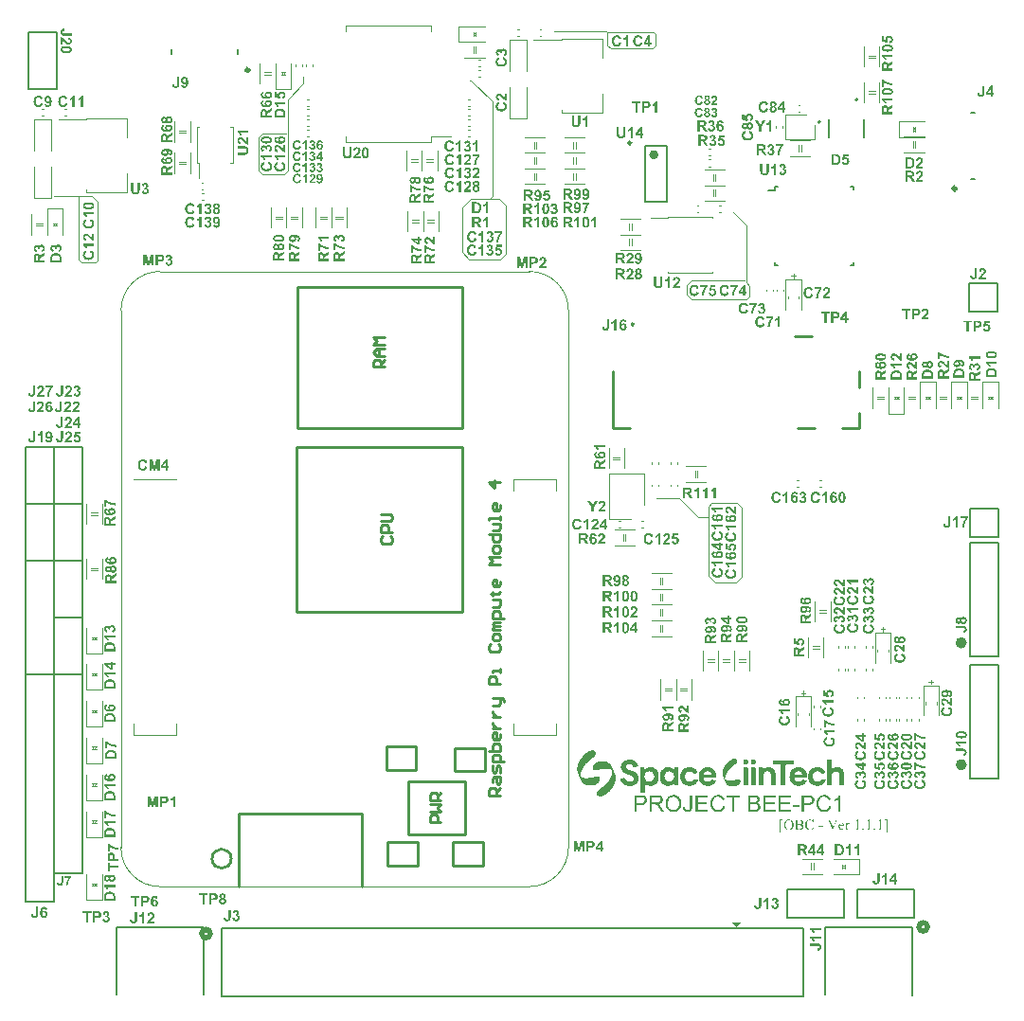
<source format=gbr>
G04*
G04 #@! TF.GenerationSoftware,Altium Limited,Altium Designer,24.9.1 (31)*
G04*
G04 Layer_Color=65535*
%FSLAX44Y44*%
%MOMM*%
G71*
G04*
G04 #@! TF.SameCoordinates,53B56B76-3513-4A50-83E2-B057AF0B12CA*
G04*
G04*
G04 #@! TF.FilePolarity,Positive*
G04*
G01*
G75*
%ADD10C,0.5080*%
%ADD11C,0.5000*%
%ADD12C,0.2000*%
%ADD13C,0.2500*%
%ADD14C,0.4000*%
%ADD15C,0.1200*%
%ADD16C,0.2540*%
%ADD17C,0.3000*%
%ADD18C,0.1524*%
%ADD19C,0.1000*%
%ADD20C,0.1250*%
%ADD21C,0.1270*%
G36*
X531478Y227130D02*
X531845Y227105D01*
X531943Y227056D01*
X532017Y227081D01*
X532139Y227032D01*
X532654Y227007D01*
X532727Y226983D01*
X532972Y226909D01*
X533266Y226885D01*
X533487Y226787D01*
X533707Y226762D01*
X533756Y226713D01*
X533854Y226689D01*
X534026Y226664D01*
X534246Y226566D01*
X534344Y226542D01*
X534418Y226517D01*
X534467Y226468D01*
X534565Y226444D01*
X534712Y226419D01*
X534785Y226346D01*
X534944Y226285D01*
X535055Y226223D01*
X535214Y226162D01*
X535275Y226101D01*
X535373Y226076D01*
X535422Y226052D01*
X535496Y225978D01*
X535594Y225954D01*
X535667Y225880D01*
X535790Y225831D01*
X535863Y225758D01*
X536170Y225574D01*
X536182Y225537D01*
X536231Y225513D01*
X536366Y225403D01*
X536402Y225366D01*
X536451Y225341D01*
X536525Y225268D01*
X536574Y225243D01*
X536635Y225207D01*
X536660Y225158D01*
X536696Y225121D01*
X536745Y225096D01*
X536770Y225047D01*
X536819Y225023D01*
X536917Y224925D01*
X536966Y224900D01*
X537027Y224839D01*
X537052Y224790D01*
X537223Y224618D01*
X537248Y224569D01*
X537285Y224533D01*
X537333Y224508D01*
X537419Y224373D01*
X537468Y224324D01*
X537493Y224275D01*
X537591Y224177D01*
X537615Y224128D01*
X537652Y224067D01*
X537701Y224043D01*
X537823Y223847D01*
X537909Y223712D01*
X537983Y223638D01*
X538007Y223589D01*
X538056Y223540D01*
X538093Y223406D01*
X538142Y223357D01*
X538179Y223344D01*
X538203Y223246D01*
X538228Y223197D01*
X538301Y223124D01*
X538326Y223026D01*
X538350Y222977D01*
X538399Y222928D01*
X538461Y222769D01*
X538522Y222707D01*
X538546Y222609D01*
X538571Y222560D01*
X538620Y222511D01*
X538669Y222389D01*
X538693Y222315D01*
X538767Y222242D01*
X538804Y222083D01*
X538889Y221997D01*
X538914Y221850D01*
X538987Y221776D01*
X539049Y221617D01*
X539134Y221458D01*
X539159Y221384D01*
X539208Y221335D01*
X539257Y221213D01*
X539281Y221115D01*
X539355Y221041D01*
X539379Y220894D01*
X539453Y220821D01*
X539477Y220723D01*
X539539Y220563D01*
X539600Y220502D01*
X539624Y220355D01*
X539698Y220282D01*
X539747Y220086D01*
X539820Y220012D01*
X539857Y219853D01*
X539943Y219694D01*
X539967Y219596D01*
X540041Y219473D01*
X540090Y219326D01*
Y219302D01*
X540114Y219253D01*
X540163Y219204D01*
X540213Y219008D01*
X540286Y218885D01*
X540335Y218689D01*
X540409Y218615D01*
X540445Y218456D01*
X540531Y218297D01*
X540568Y218138D01*
X540653Y217978D01*
X540690Y217844D01*
X540727Y217807D01*
X540776Y217635D01*
X540813Y217501D01*
X540874Y217439D01*
X540899Y217341D01*
X540923Y217219D01*
X540997Y217096D01*
X541045Y216900D01*
X541095Y216851D01*
X541143Y216655D01*
X541241Y216435D01*
X541278Y216276D01*
X541364Y216116D01*
X541389Y215969D01*
X541462Y215847D01*
X541487Y215749D01*
X541511Y215602D01*
X541560Y215553D01*
X541585Y215455D01*
X541634Y215234D01*
X541683Y215185D01*
X541707Y215087D01*
X541744Y214904D01*
X541781Y214867D01*
X541830Y214695D01*
X541854Y214499D01*
X541928Y214328D01*
X541952Y214230D01*
X541977Y213960D01*
X542026Y213838D01*
X542050Y213642D01*
X542075Y213568D01*
X542099Y213029D01*
X542124Y212956D01*
X542148Y212613D01*
X542173Y212539D01*
X542148Y211755D01*
X542099Y211632D01*
X542124Y211559D01*
X542099Y211241D01*
X542075Y211167D01*
X542050Y210505D01*
X541977Y210334D01*
X541952Y210162D01*
X541928Y209844D01*
X541879Y209721D01*
X541830Y209525D01*
X541805Y209280D01*
X541732Y209109D01*
X541707Y208937D01*
X541683Y208815D01*
X541634Y208766D01*
X541609Y208594D01*
X541560Y208398D01*
X541487Y208227D01*
X541462Y208080D01*
X541389Y207957D01*
X541364Y207859D01*
X541339Y207712D01*
X541291Y207663D01*
X541217Y207369D01*
X541168Y207320D01*
X541119Y207149D01*
X541021Y206928D01*
X540984Y206793D01*
X540899Y206634D01*
X540874Y206536D01*
X540825Y206487D01*
X540776Y206365D01*
X540751Y206267D01*
X540703Y206218D01*
X540617Y205985D01*
X540555Y205924D01*
X540531Y205801D01*
X540457Y205728D01*
X540433Y205630D01*
X540359Y205507D01*
X540311Y205385D01*
X540237Y205262D01*
X540188Y205140D01*
X540163Y205091D01*
X540090Y205017D01*
X540053Y204882D01*
X540029Y204833D01*
X539980Y204809D01*
X539931Y204686D01*
X539845Y204552D01*
X539771Y204429D01*
X539649Y204208D01*
X539600Y204159D01*
X539575Y204086D01*
X539526Y204037D01*
X539428Y203865D01*
X539379Y203816D01*
X539355Y203718D01*
X539281Y203645D01*
X539208Y203522D01*
X539159Y203473D01*
X539061Y203302D01*
X538938Y203130D01*
X538730Y202824D01*
X538669Y202763D01*
X538644Y202714D01*
X538571Y202640D01*
X538473Y202469D01*
X538424Y202420D01*
X538399Y202371D01*
X538326Y202297D01*
X538301Y202248D01*
X538203Y202150D01*
X538130Y202028D01*
X538081Y201979D01*
X538056Y201930D01*
X537958Y201832D01*
X537934Y201783D01*
X537836Y201685D01*
X537811Y201636D01*
X537713Y201538D01*
X537689Y201489D01*
X537591Y201391D01*
X537566Y201342D01*
X537493Y201268D01*
X537468Y201219D01*
X537248Y200999D01*
X537223Y200950D01*
X536880Y200607D01*
X536856Y200558D01*
X536059Y199761D01*
X536010Y199737D01*
X535667Y199394D01*
X535618Y199369D01*
X535398Y199149D01*
X535349Y199124D01*
X535275Y199051D01*
X535226Y199026D01*
X535128Y198928D01*
X535079Y198904D01*
X534981Y198806D01*
X534932Y198781D01*
X534834Y198683D01*
X534785Y198659D01*
X534687Y198561D01*
X534638Y198536D01*
X534565Y198463D01*
X534442Y198389D01*
X534393Y198340D01*
X534344Y198316D01*
X534246Y198218D01*
X534197Y198193D01*
X534124Y198120D01*
X534001Y198046D01*
X533952Y197997D01*
X533842Y197936D01*
X533830Y197899D01*
X533707Y197826D01*
X533658Y197777D01*
X533536Y197703D01*
X533364Y197605D01*
X533340Y197556D01*
X533291Y197532D01*
X532984Y197323D01*
X532788Y197201D01*
X532654Y197115D01*
X532605Y197066D01*
X532445Y197005D01*
X532433Y196968D01*
X532311Y196919D01*
X532262Y196895D01*
X532188Y196821D01*
X532090Y196797D01*
X531943Y196699D01*
X531821Y196625D01*
X531698Y196576D01*
X531624Y196552D01*
X531576Y196503D01*
X531478Y196478D01*
X531355Y196429D01*
X531282Y196356D01*
X531086Y196331D01*
X530938Y196233D01*
X530767Y196208D01*
X530694Y196135D01*
X530399Y196086D01*
X530350Y196037D01*
X530154Y195988D01*
X529958Y195963D01*
X529836Y195914D01*
X529738Y195890D01*
X529419Y195865D01*
X529260Y195804D01*
X529064Y195780D01*
X527680Y195767D01*
X527508Y195841D01*
X527410Y195865D01*
X527128Y195902D01*
X526969Y195988D01*
X526773Y196012D01*
X526700Y196086D01*
X526602Y196111D01*
X526479Y196184D01*
X526308Y196282D01*
X526259Y196331D01*
X526210Y196356D01*
X526075Y196466D01*
X525781Y196760D01*
X525756Y196809D01*
X525683Y196931D01*
X525634Y196980D01*
X525609Y197078D01*
X525585Y197127D01*
X525511Y197201D01*
X525475Y197385D01*
X525413Y197495D01*
X525389Y197593D01*
X525364Y197887D01*
X525340Y197960D01*
X525364Y198598D01*
X525389Y198671D01*
X525413Y198965D01*
X525487Y199039D01*
X525511Y199210D01*
X525536Y199308D01*
X525585Y199357D01*
X525646Y199516D01*
X525732Y199676D01*
X525879Y199945D01*
X525952Y200019D01*
X526050Y200190D01*
X526173Y200362D01*
X526283Y200496D01*
X526320Y200533D01*
X526344Y200582D01*
X526442Y200680D01*
X526467Y200729D01*
X526540Y200803D01*
X526565Y200852D01*
X526602Y200913D01*
X526651Y200937D01*
X526687Y200974D01*
X526712Y201023D01*
X526810Y201097D01*
X526834Y201146D01*
X526908Y201195D01*
X526932Y201244D01*
X526969Y201280D01*
X527018Y201305D01*
X527092Y201403D01*
X527141Y201427D01*
X527190Y201501D01*
X527239Y201525D01*
X527276Y201562D01*
X527300Y201611D01*
X527398Y201685D01*
X527410Y201721D01*
X527459Y201746D01*
X527594Y201856D01*
X527704Y201966D01*
X527753Y201991D01*
X527888Y202101D01*
X527962Y202150D01*
X527986Y202199D01*
X528023Y202236D01*
X528072Y202260D01*
X528145Y202334D01*
X528194Y202358D01*
X528292Y202456D01*
X528415Y202530D01*
X528550Y202640D01*
X528586Y202677D01*
X528635Y202702D01*
X528733Y202800D01*
X528856Y202873D01*
X529027Y202996D01*
X529076Y203045D01*
X529125Y203069D01*
X529199Y203143D01*
X529321Y203192D01*
X529395Y203265D01*
X529444Y203290D01*
X529762Y203510D01*
X529811Y203535D01*
X529909Y203633D01*
X530081Y203731D01*
X530216Y203841D01*
X530350Y203927D01*
X530399Y203976D01*
X530522Y204049D01*
X530571Y204098D01*
X530657Y204135D01*
X530681Y204184D01*
X530804Y204257D01*
X530828Y204306D01*
X531024Y204429D01*
X531061Y204466D01*
X531110Y204490D01*
X531208Y204588D01*
X531257Y204613D01*
X531282Y204662D01*
X531330Y204686D01*
X531465Y204797D01*
X531502Y204833D01*
X531551Y204858D01*
X531624Y204931D01*
X531674Y204956D01*
X531747Y205029D01*
X531796Y205054D01*
X531992Y205250D01*
X532041Y205274D01*
X532102Y205336D01*
X532115Y205372D01*
X532164Y205397D01*
X532298Y205507D01*
X532531Y205740D01*
X532654Y205813D01*
X533842Y207002D01*
X533915Y207124D01*
X534112Y207320D01*
X534124Y207357D01*
X534173Y207381D01*
X534234Y207467D01*
X534332Y207565D01*
X534356Y207614D01*
X534552Y207810D01*
X534577Y207859D01*
X534675Y207957D01*
X534748Y208080D01*
X534798Y208129D01*
X534822Y208178D01*
X534920Y208276D01*
X534944Y208325D01*
X534994Y208349D01*
X535018Y208398D01*
X535128Y208533D01*
X535263Y208717D01*
X535288Y208766D01*
X535386Y208864D01*
X535410Y208913D01*
X535484Y208962D01*
X535557Y209084D01*
X535655Y209256D01*
X535704Y209280D01*
X535729Y209329D01*
X535839Y209464D01*
X535888Y209587D01*
X535974Y209672D01*
X535998Y209721D01*
X536072Y209795D01*
X536145Y209917D01*
X536243Y210089D01*
X536317Y210162D01*
X536390Y210285D01*
X536488Y210456D01*
X536537Y210505D01*
X536586Y210628D01*
X536660Y210701D01*
X536709Y210824D01*
X536758Y210873D01*
X536856Y211045D01*
X536905Y211167D01*
X536929Y211216D01*
X537027Y211314D01*
X537052Y211437D01*
X537125Y211510D01*
X537174Y211632D01*
X537223Y211681D01*
X537285Y211841D01*
X537370Y211926D01*
X537395Y212073D01*
X537468Y212147D01*
X537493Y212245D01*
X537517Y212294D01*
X537591Y212367D01*
X537627Y212527D01*
X537713Y212613D01*
X537750Y212796D01*
X537811Y212858D01*
X537860Y213029D01*
X537934Y213152D01*
X537958Y213225D01*
X538007Y213348D01*
X538056Y213397D01*
X538105Y213593D01*
X538179Y213715D01*
X538228Y213911D01*
X538277Y213960D01*
X538326Y214132D01*
X538350Y214230D01*
X538424Y214352D01*
X538448Y214524D01*
X538546Y214744D01*
X538595Y214965D01*
X538644Y215014D01*
X538669Y215112D01*
X538693Y215308D01*
X538767Y215479D01*
X538791Y215577D01*
X538816Y215749D01*
X538889Y215920D01*
X538938Y216263D01*
X538987Y216386D01*
X539012Y216484D01*
X539036Y216729D01*
X539061Y216925D01*
X539110Y217047D01*
X539134Y217219D01*
X539171Y217795D01*
X539208Y217929D01*
X539232Y218248D01*
X539257Y218321D01*
X539232Y218763D01*
X539196Y218799D01*
X539147Y218824D01*
X539073Y218897D01*
X539024Y218922D01*
X538791Y219081D01*
X538779Y219118D01*
X538730Y219142D01*
X538559Y219265D01*
X538436Y219338D01*
X538265Y219436D01*
X538019Y219583D01*
X537897Y219632D01*
X537775Y219706D01*
X537652Y219755D01*
X537554Y219779D01*
X537481Y219853D01*
X537297Y219890D01*
X537235Y219951D01*
X537076Y219988D01*
X536978Y220012D01*
X536941Y220049D01*
X536819Y220098D01*
X536598Y220122D01*
X536549Y220171D01*
X536378Y220220D01*
X536157Y220245D01*
X536035Y220294D01*
X535937Y220318D01*
X535765Y220343D01*
X535520Y220367D01*
X535398Y220416D01*
X535300Y220441D01*
X534504Y220478D01*
X534320Y220539D01*
X534246Y220514D01*
X532984Y220527D01*
X532850Y220490D01*
X532752Y220465D01*
X532249Y220453D01*
X532237Y220465D01*
X532164Y220441D01*
X531796Y220416D01*
X531747Y220392D01*
X531674Y220416D01*
X531502Y220343D01*
X531453Y220367D01*
X531380Y220343D01*
X530938Y220318D01*
X530865Y220294D01*
X530742Y220245D01*
X530644Y220220D01*
X530228Y220196D01*
X530105Y220147D01*
X529909Y220098D01*
X529615Y220073D01*
X529444Y220000D01*
X529199Y219975D01*
X529040Y219939D01*
X528880Y219877D01*
X528574Y219841D01*
X528439Y219779D01*
X528341Y219755D01*
X528072Y219730D01*
X527851Y219632D01*
X527557Y219608D01*
X527435Y219559D01*
X527239Y219510D01*
X526994Y219485D01*
X526871Y219436D01*
X526773Y219412D01*
X526528Y219387D01*
X526357Y219363D01*
X526283Y219338D01*
X526087Y219289D01*
X525695Y219265D01*
X525499Y219216D01*
X525426Y219191D01*
X525107Y219167D01*
X524715Y219142D01*
X524641Y219167D01*
X524568Y219142D01*
X524397Y219118D01*
X523906Y219142D01*
X523833Y219167D01*
X523759Y219142D01*
X523514Y219167D01*
X523294Y219191D01*
X523122Y219265D01*
X522939Y219302D01*
X522902Y219338D01*
X522779Y219387D01*
X522681Y219412D01*
X522608Y219485D01*
X522485Y219534D01*
X522387Y219632D01*
X522338Y219657D01*
X522289Y219730D01*
X522240Y219755D01*
X522204Y219792D01*
X522179Y219841D01*
X522081Y219939D01*
X522057Y220012D01*
X522007Y220061D01*
X521946Y220220D01*
X521885Y220282D01*
X521861Y220380D01*
X521836Y220576D01*
X521763Y220747D01*
X521738Y220992D01*
X521763Y221703D01*
X521836Y221874D01*
X521861Y222046D01*
X521897Y222230D01*
X521959Y222340D01*
X521983Y222438D01*
X522007Y222560D01*
X522057Y222609D01*
X522081Y222707D01*
X522142Y222867D01*
X522204Y222928D01*
X522228Y223050D01*
X522326Y223197D01*
X522351Y223295D01*
X522424Y223369D01*
X522473Y223491D01*
X522547Y223565D01*
X522596Y223687D01*
X522669Y223761D01*
X522694Y223810D01*
X522730Y223871D01*
X522767Y223883D01*
X522792Y223932D01*
X522902Y224067D01*
X522963Y224153D01*
X523012Y224202D01*
X523037Y224251D01*
X523073Y224312D01*
X523122Y224337D01*
X523282Y224496D01*
X523294Y224533D01*
X523343Y224557D01*
X523404Y224618D01*
X523416Y224655D01*
X523465Y224680D01*
X523527Y224741D01*
X523539Y224778D01*
X523588Y224802D01*
X523723Y224912D01*
X523833Y225023D01*
X523955Y225096D01*
X524005Y225145D01*
X524053Y225170D01*
X524151Y225268D01*
X524201Y225292D01*
X524274Y225366D01*
X524372Y225390D01*
X524470Y225488D01*
X524593Y225562D01*
X524813Y225684D01*
X524862Y225733D01*
X525230Y225929D01*
X525352Y225978D01*
X525401Y226003D01*
X525475Y226076D01*
X525658Y226113D01*
X525720Y226174D01*
X525952Y226260D01*
X525989Y226297D01*
X526087Y226321D01*
X526222Y226358D01*
X526259Y226395D01*
X526381Y226444D01*
X526528Y226468D01*
X526749Y226566D01*
X526896Y226591D01*
X527067Y226664D01*
X527276Y226701D01*
X527312Y226738D01*
X527435Y226787D01*
X527704Y226811D01*
X527876Y226885D01*
X528047Y226909D01*
X528268Y226934D01*
X528390Y226983D01*
X528684Y227032D01*
X529076Y227056D01*
X529248Y227130D01*
X529407Y227118D01*
X529628Y227142D01*
X530105Y227130D01*
X530179Y227154D01*
X531367Y227142D01*
X531404Y227154D01*
X531478Y227130D01*
D02*
G37*
G36*
X625391Y221712D02*
X625660Y221667D01*
X625817Y221644D01*
X626333Y221622D01*
X626401Y221599D01*
X626547Y221543D01*
X626782Y221442D01*
X627006Y221420D01*
X627186Y221397D01*
X627231Y221353D01*
X627276Y221330D01*
X627343Y221263D01*
X627455Y221218D01*
X627679Y221196D01*
X627803Y221095D01*
X627836Y221061D01*
X627994Y221016D01*
X628173Y220949D01*
X628285Y220837D01*
X628532Y220747D01*
X628667Y220612D01*
X628712Y220590D01*
X628869Y220500D01*
X628958Y220410D01*
X629160Y220298D01*
X629272Y220186D01*
X629430Y220096D01*
X629508Y220018D01*
X629530Y219973D01*
X629586Y219917D01*
X629631Y219894D01*
X629732Y219793D01*
X629755Y219748D01*
X629789Y219715D01*
X629833Y219692D01*
X629934Y219591D01*
X629957Y219547D01*
X630013Y219490D01*
X630058Y219468D01*
X630136Y219389D01*
X630159Y219345D01*
X630271Y219188D01*
X630338Y219120D01*
X630450Y218918D01*
X630563Y218806D01*
X630619Y218660D01*
X630764Y218514D01*
X630809Y218402D01*
X630832Y218312D01*
X630933Y218189D01*
X630989Y218133D01*
X631078Y217909D01*
X631168Y217774D01*
X631213Y217662D01*
X631247Y217516D01*
X631292Y217404D01*
X631348Y217325D01*
X631415Y217258D01*
X631437Y217101D01*
X631471Y216933D01*
X631550Y216809D01*
X631639Y216607D01*
X631684Y216226D01*
X631819Y215934D01*
X631864Y215755D01*
X631886Y215329D01*
X631909Y215172D01*
X631976Y215014D01*
X631998Y214925D01*
X632043Y214655D01*
X632077Y214308D01*
X632088Y212434D01*
X631998Y212277D01*
X631942Y212221D01*
X631785Y212176D01*
X620859Y212154D01*
X620780Y212075D01*
X620803Y211941D01*
X620848Y211896D01*
X620893Y211716D01*
X620915Y211447D01*
X621095Y211066D01*
X621151Y210830D01*
X621207Y210752D01*
X621252Y210707D01*
X621319Y210550D01*
X621386Y210438D01*
X621498Y210325D01*
X621554Y210180D01*
X621588Y210101D01*
X621689Y210000D01*
X621723Y209989D01*
X621745Y209944D01*
X621846Y209820D01*
X621891Y209798D01*
X621969Y209720D01*
X621992Y209675D01*
X622071Y209596D01*
X622183Y209529D01*
X622295Y209417D01*
X622542Y209282D01*
X622631Y209192D01*
X622744Y209147D01*
X622867Y209114D01*
X622990Y209035D01*
X623103Y208968D01*
X623260Y208946D01*
X623349Y208923D01*
X623529Y208901D01*
X623596Y208878D01*
X623742Y208822D01*
X623933Y208766D01*
X624022Y208744D01*
X624381Y208721D01*
X625189Y208744D01*
X625391Y208833D01*
X625548Y208856D01*
X625705Y208901D01*
X625862Y208923D01*
X625952Y208946D01*
X626131Y208968D01*
X626288Y209080D01*
X626446Y209147D01*
X626591Y209181D01*
X626670Y209237D01*
X626782Y209349D01*
X626872Y209372D01*
X627085Y209518D01*
X627141Y209574D01*
X627186Y209596D01*
X627309Y209697D01*
X627377Y209764D01*
X627388Y209798D01*
X627433Y209820D01*
X627579Y209966D01*
X627601Y210011D01*
X627679Y210067D01*
X627758Y210146D01*
X627814Y210292D01*
X627870Y210370D01*
X627982Y210482D01*
X628072Y210639D01*
X628106Y210673D01*
X628420Y210763D01*
X628554Y210740D01*
X628712Y210673D01*
X628936Y210651D01*
X629082Y210617D01*
X629205Y210539D01*
X629407Y210449D01*
X629620Y210415D01*
X629800Y210303D01*
X629945Y210247D01*
X630170Y210224D01*
X630260Y210202D01*
X630417Y210112D01*
X630619Y210023D01*
X630832Y209989D01*
X630966Y209921D01*
X631000Y209888D01*
X631112Y209843D01*
X631202Y209820D01*
X631404Y209776D01*
X631617Y209562D01*
X631662Y209450D01*
X631639Y209248D01*
X631595Y209203D01*
X631572Y209159D01*
X631527Y209136D01*
X631505Y209091D01*
X631460Y208979D01*
X631426Y208833D01*
X631393Y208800D01*
X631381Y208766D01*
X631337Y208744D01*
X631258Y208665D01*
X631224Y208542D01*
X631135Y208385D01*
X631101Y208373D01*
X631078Y208328D01*
X630989Y208172D01*
X630832Y208014D01*
X630809Y207970D01*
X630708Y207824D01*
X630663Y207801D01*
X630506Y207554D01*
X629990Y207038D01*
X629945Y207016D01*
X629822Y206915D01*
X629699Y206792D01*
X629654Y206769D01*
X629530Y206668D01*
X629452Y206590D01*
X629295Y206500D01*
X629183Y206388D01*
X629071Y206343D01*
X629026Y206320D01*
X628902Y206220D01*
X628779Y206164D01*
X628577Y206051D01*
X628510Y205984D01*
X628353Y205939D01*
X628263Y205917D01*
X628106Y205805D01*
X628061Y205760D01*
X627971Y205737D01*
X627713Y205681D01*
X627590Y205603D01*
X627388Y205513D01*
X627141Y205490D01*
X627029Y205445D01*
X626827Y205356D01*
X626670Y205311D01*
X626580D01*
X626569Y205300D01*
X626255Y205277D01*
X626008Y205232D01*
X625817Y205154D01*
X625728Y205131D01*
X625537Y205120D01*
X625526Y205131D01*
X625458Y205109D01*
X624830Y205087D01*
X623596Y205109D01*
X623529Y205131D01*
X623461Y205109D01*
X623271Y205143D01*
X623170Y205176D01*
X623080Y205199D01*
X622901Y205221D01*
X622789Y205266D01*
X622699Y205289D01*
X622250Y205311D01*
X622183Y205333D01*
X621936Y205445D01*
X621756Y205490D01*
X621599Y205513D01*
X621476Y205546D01*
X621353Y205625D01*
X621195Y205692D01*
X620960Y205748D01*
X620837Y205827D01*
X620724Y205894D01*
X620444Y205995D01*
X620365Y206074D01*
X620321Y206096D01*
X620208Y206141D01*
X620051Y206231D01*
X619962Y206320D01*
X619737Y206410D01*
X619625Y206522D01*
X619580Y206545D01*
X619423Y206635D01*
X619367Y206713D01*
X619311Y206769D01*
X619266Y206792D01*
X619143Y206893D01*
X619064Y206971D01*
X619019Y206994D01*
X618918Y207095D01*
X618896Y207139D01*
X618862Y207173D01*
X618817Y207195D01*
X618716Y207297D01*
X618694Y207341D01*
X618638Y207397D01*
X618593Y207420D01*
X618492Y207521D01*
X618470Y207566D01*
X618436Y207599D01*
X618391Y207622D01*
X618290Y207723D01*
X618268Y207768D01*
X618133Y207902D01*
X618111Y207947D01*
X618010Y208071D01*
X617931Y208149D01*
X617909Y208194D01*
X617797Y208396D01*
X617707Y208486D01*
X617662Y208598D01*
X617572Y208755D01*
X617505Y208822D01*
X617460Y208934D01*
X617404Y209080D01*
X617348Y209159D01*
X617281Y209226D01*
X617236Y209383D01*
X617213Y209473D01*
X617146Y209585D01*
X617056Y209720D01*
X617034Y209877D01*
X617000Y210000D01*
X616922Y210123D01*
X616832Y210325D01*
X616787Y210707D01*
X616630Y211043D01*
X616607Y211133D01*
X616574Y211660D01*
X616551Y211750D01*
X616495Y211941D01*
X616473Y212031D01*
X616439Y212176D01*
X616417Y212558D01*
X616394Y212670D01*
X616383Y214207D01*
X616405Y214274D01*
X616428Y214566D01*
X616450Y214768D01*
X616495Y214880D01*
X616518Y215104D01*
X616585Y215261D01*
X616607Y215620D01*
X616630Y215845D01*
X616764Y216136D01*
X616809Y216316D01*
X616832Y216585D01*
X616933Y216708D01*
X616966Y216742D01*
X617011Y216899D01*
X617034Y216989D01*
X617056Y217146D01*
X617168Y217303D01*
X617258Y217505D01*
X617281Y217617D01*
X617393Y217729D01*
X617460Y217886D01*
X617494Y218010D01*
X617527Y218043D01*
X617550Y218088D01*
X617617Y218155D01*
X617662Y218268D01*
X617752Y218425D01*
X617864Y218537D01*
X617953Y218694D01*
X618021Y218761D01*
X618043Y218806D01*
X618189Y219019D01*
X618312Y219143D01*
X618335Y219188D01*
X618414Y219289D01*
X618458Y219311D01*
X618514Y219367D01*
X618537Y219412D01*
X618638Y219513D01*
X618683Y219535D01*
X618739Y219591D01*
X618761Y219636D01*
X618862Y219737D01*
X618907Y219760D01*
X618963Y219816D01*
X618986Y219861D01*
X619019Y219894D01*
X619188Y219995D01*
X619210Y220040D01*
X619288Y220119D01*
X619445Y220208D01*
X619569Y220309D01*
X619748Y220422D01*
X619793Y220444D01*
X619816Y220489D01*
X619849Y220522D01*
X619894Y220545D01*
X620006Y220590D01*
X620119Y220657D01*
X620186Y220724D01*
X620298Y220769D01*
X620388Y220792D01*
X620545Y220881D01*
X620612Y220949D01*
X620724Y220994D01*
X620859Y221016D01*
X621106Y221173D01*
X621195Y221196D01*
X621353Y221218D01*
X621532Y221263D01*
X621577Y221308D01*
X621622Y221330D01*
X621779Y221397D01*
X621869Y221420D01*
X622172Y221454D01*
X622284Y221498D01*
X622430Y221577D01*
X622609Y221622D01*
X622901Y221644D01*
X623461Y221667D01*
X623619Y221734D01*
X623899Y221723D01*
X625324Y221734D01*
X625391Y221712D01*
D02*
G37*
G36*
X609282Y221689D02*
X609372Y221667D01*
X609731Y221644D01*
X610179Y221622D01*
X610247Y221599D01*
X610393Y221566D01*
X610673Y221442D01*
X611021Y221409D01*
X611200Y221341D01*
X611234Y221308D01*
X611391Y221240D01*
X611548Y221218D01*
X611638Y221196D01*
X611750Y221151D01*
X611795Y221106D01*
X611840Y221083D01*
X611885Y221038D01*
X612154Y220971D01*
X612277Y220870D01*
X612333Y220814D01*
X612479Y220781D01*
X612591Y220736D01*
X612715Y220612D01*
X612962Y220478D01*
X613051Y220388D01*
X613253Y220276D01*
X613365Y220163D01*
X613478Y220096D01*
X613680Y219894D01*
X613724Y219872D01*
X613758Y219838D01*
X613781Y219793D01*
X613881Y219692D01*
X613926Y219670D01*
X613982Y219614D01*
X614005Y219569D01*
X614207Y219367D01*
X614274Y219255D01*
X614386Y219143D01*
X614498Y218941D01*
X614611Y218829D01*
X614655Y218716D01*
X614723Y218604D01*
X614813Y218514D01*
X614857Y218402D01*
X614891Y218279D01*
X615059Y218111D01*
X615115Y217875D01*
X615172Y217796D01*
X615261Y217707D01*
X615284Y217617D01*
X615306Y217460D01*
X615362Y217314D01*
X615418Y217258D01*
X615441Y217213D01*
X615486Y217101D01*
X615508Y216944D01*
X615486Y216764D01*
X615228Y216506D01*
X615003Y216484D01*
X614869Y216462D01*
X614711Y216349D01*
X614532Y216304D01*
X614375Y216282D01*
X614162Y216248D01*
X614072Y216226D01*
X613893Y216114D01*
X613769Y216080D01*
X613612Y216058D01*
X613399Y216024D01*
X613287Y215979D01*
X613253Y215945D01*
X613096Y215878D01*
X612939Y215856D01*
X612726Y215822D01*
X612603Y215788D01*
X612333Y215811D01*
X612266Y215833D01*
X612120Y215867D01*
X611986Y215957D01*
X611873Y216069D01*
X611817Y216215D01*
X611694Y216338D01*
X611671Y216383D01*
X611582Y216540D01*
X611470Y216652D01*
X611447Y216697D01*
X611324Y216865D01*
X611279Y216888D01*
X611178Y216989D01*
X611155Y217034D01*
X611099Y217090D01*
X611054Y217112D01*
X610953Y217213D01*
X610931Y217258D01*
X610897Y217292D01*
X610740Y217359D01*
X610695Y217381D01*
X610572Y217482D01*
X610538Y217516D01*
X610426Y217561D01*
X610280Y217617D01*
X610247Y217651D01*
X610202Y217673D01*
X610157Y217718D01*
X610045Y217763D01*
X609854Y217796D01*
X609742Y217819D01*
X609652Y217841D01*
X609540Y217886D01*
X609282Y217965D01*
X609192Y217987D01*
X608228Y218010D01*
X607543Y217976D01*
X607364Y217909D01*
X607240Y217853D01*
X607083Y217808D01*
X606758Y217752D01*
X606679Y217718D01*
X606612Y217651D01*
X606567Y217628D01*
X606455Y217583D01*
X606309Y217550D01*
X606197Y217460D01*
X606175Y217415D01*
X606074Y217359D01*
X605962Y217314D01*
X605917Y217292D01*
X605782Y217157D01*
X605670Y217090D01*
X605591Y217011D01*
X605569Y216966D01*
X605535Y216933D01*
X605490Y216910D01*
X605389Y216809D01*
X605367Y216764D01*
X605311Y216708D01*
X605266Y216686D01*
X605187Y216607D01*
X605165Y216562D01*
X605064Y216439D01*
X605008Y216383D01*
X604918Y216159D01*
X604817Y216035D01*
X604761Y215979D01*
X604728Y215833D01*
X604672Y215688D01*
X604604Y215620D01*
X604559Y215508D01*
X604514Y215329D01*
X604481Y215138D01*
X604447Y215059D01*
X604357Y214925D01*
X604335Y214835D01*
X604313Y214678D01*
X604279Y214240D01*
X604256Y213769D01*
X604212Y213657D01*
X604156Y213534D01*
X604178Y213309D01*
X604245Y213152D01*
X604268Y212928D01*
X604290Y212389D01*
X604313Y212322D01*
X604335Y211986D01*
X604425Y211828D01*
X604492Y211672D01*
X604514Y211514D01*
X604548Y211346D01*
X604604Y211268D01*
X604649Y211223D01*
X604672Y211178D01*
X604739Y211021D01*
X604761Y210909D01*
X604862Y210785D01*
X604896Y210752D01*
X604986Y210527D01*
X605165Y210348D01*
X605255Y210191D01*
X605412Y210034D01*
X605434Y209989D01*
X605580Y209843D01*
X605625Y209820D01*
X605748Y209720D01*
X605872Y209596D01*
X606029Y209506D01*
X606119Y209417D01*
X606231Y209372D01*
X606377Y209316D01*
X606478Y209215D01*
X606590Y209170D01*
X606747Y209147D01*
X606837Y209125D01*
X607173Y208968D01*
X607330Y208946D01*
X608228Y208878D01*
X608295Y208856D01*
X608676Y208878D01*
X608744Y208901D01*
X609450Y208934D01*
X609652Y208957D01*
X609832Y209069D01*
X609978Y209125D01*
X610213Y209181D01*
X610336Y209260D01*
X610404Y209327D01*
X610516Y209372D01*
X610639Y209405D01*
X610673Y209439D01*
X610718Y209462D01*
X610830Y209574D01*
X610942Y209641D01*
X611099Y209798D01*
X611144Y209820D01*
X611245Y209921D01*
X611268Y209966D01*
X611346Y210023D01*
X611402Y210079D01*
X611425Y210123D01*
X611526Y210269D01*
X611571Y210292D01*
X611604Y210325D01*
X611649Y210438D01*
X611671Y210527D01*
X611828Y210684D01*
X611862Y210808D01*
X611907Y210920D01*
X611941Y210954D01*
X611963Y210998D01*
X612019Y211054D01*
X612064Y211077D01*
X612154Y211167D01*
X612199Y211189D01*
X612356Y211256D01*
X612558Y211234D01*
X612603Y211189D01*
X612760Y211122D01*
X612984Y211099D01*
X613332Y211043D01*
X613444Y210998D01*
X613590Y210920D01*
X613680Y210897D01*
X613904Y210875D01*
X614207Y210841D01*
X614319Y210797D01*
X614554Y210695D01*
X614711Y210673D01*
X614936Y210651D01*
X615082Y210617D01*
X615194Y210572D01*
X615385Y210494D01*
X615474Y210471D01*
X615620Y210438D01*
X615687Y210393D01*
X615732Y210280D01*
X615710Y209764D01*
X615598Y209607D01*
X615553Y209562D01*
X615508Y209405D01*
X615486Y209248D01*
X615373Y209136D01*
X615351Y209091D01*
X615306Y208979D01*
X615284Y208889D01*
X615216Y208777D01*
X615104Y208665D01*
X615070Y208542D01*
X614981Y208385D01*
X614947Y208373D01*
X614925Y208328D01*
X614813Y208127D01*
X614779Y208093D01*
X614734Y208071D01*
X614678Y208014D01*
X614588Y207857D01*
X614532Y207801D01*
X614498Y207790D01*
X614476Y207745D01*
X614386Y207588D01*
X613635Y206837D01*
X613590Y206814D01*
X613433Y206724D01*
X613399Y206691D01*
X613377Y206646D01*
X613242Y206556D01*
X613163Y206500D01*
X613107Y206444D01*
X613096Y206410D01*
X613051Y206388D01*
X612804Y206253D01*
X612760Y206208D01*
X612535Y206119D01*
X612457Y206063D01*
X612434Y206018D01*
X612401Y205984D01*
X612289Y205939D01*
X612086Y205894D01*
X611862Y205737D01*
X611649Y205704D01*
X611559Y205681D01*
X611436Y205603D01*
X611234Y205513D01*
X610987Y205490D01*
X610875Y205445D01*
X610673Y205356D01*
X610516Y205311D01*
X610224Y205289D01*
X609955Y205266D01*
X609843Y205221D01*
X609574Y205154D01*
X609417Y205131D01*
X609316Y205120D01*
X609170Y205131D01*
X609103Y205109D01*
X608878Y205087D01*
X607016Y205109D01*
X606769Y205221D01*
X606500Y205244D01*
X606433Y205266D01*
X606343Y205289D01*
X605939Y205311D01*
X605872Y205333D01*
X605726Y205389D01*
X605625Y205445D01*
X605468Y205490D01*
X605109Y205535D01*
X604986Y205636D01*
X604952Y205670D01*
X604772Y205715D01*
X604571Y205760D01*
X604324Y205917D01*
X604178Y205950D01*
X603998Y206063D01*
X603965Y206096D01*
X603718Y206186D01*
X603583Y206320D01*
X603471Y206365D01*
X603381Y206388D01*
X603280Y206466D01*
X603258Y206511D01*
X603011Y206668D01*
X602910Y206769D01*
X602865Y206792D01*
X602686Y206971D01*
X602641Y206994D01*
X602450Y207117D01*
X602428Y207162D01*
X602282Y207308D01*
X602237Y207330D01*
X602125Y207465D01*
X602058Y207532D01*
X602024Y207543D01*
X602002Y207588D01*
X601957Y207633D01*
X601934Y207678D01*
X601889Y207723D01*
X601867Y207768D01*
X601755Y207880D01*
X601732Y207925D01*
X601631Y208048D01*
X601553Y208127D01*
X601441Y208328D01*
X601362Y208385D01*
X601306Y208486D01*
X601261Y208598D01*
X601160Y208721D01*
X601127Y208755D01*
X601048Y208968D01*
X601014Y209002D01*
X600992Y209046D01*
X600925Y209114D01*
X600880Y209226D01*
X600846Y209349D01*
X600790Y209428D01*
X600723Y209495D01*
X600678Y209607D01*
X600644Y209820D01*
X600622Y209910D01*
X600543Y210034D01*
X600476Y210101D01*
X600431Y210415D01*
X600397Y210539D01*
X600274Y210774D01*
X600252Y210864D01*
X600229Y211021D01*
X600207Y211335D01*
X600117Y211559D01*
X600072Y211739D01*
X600061Y211817D01*
X600050Y211828D01*
X600027Y212188D01*
X600005Y212748D01*
X600027Y214970D01*
X600050Y215037D01*
X600072Y215149D01*
X600162Y215351D01*
X600184Y215508D01*
X600207Y215598D01*
X600229Y215822D01*
X600252Y215979D01*
X600285Y216103D01*
X600409Y216338D01*
X600431Y216428D01*
X600453Y216585D01*
X600476Y216720D01*
X600633Y216966D01*
X600678Y217258D01*
X600812Y217393D01*
X600857Y217505D01*
X600891Y217651D01*
X600925Y217729D01*
X601037Y217841D01*
X601127Y218088D01*
X601228Y218212D01*
X601261Y218245D01*
X601396Y218492D01*
X601486Y218582D01*
X601598Y218784D01*
X601732Y218918D01*
X601800Y219030D01*
X601957Y219188D01*
X601979Y219232D01*
X602013Y219266D01*
X602058Y219289D01*
X602159Y219389D01*
X602181Y219434D01*
X602237Y219490D01*
X602282Y219513D01*
X602383Y219614D01*
X602405Y219659D01*
X602462Y219715D01*
X602506Y219737D01*
X602607Y219838D01*
X602630Y219883D01*
X602753Y219962D01*
X602809Y219995D01*
X602832Y220040D01*
X602933Y220141D01*
X603090Y220231D01*
X603180Y220320D01*
X603292Y220365D01*
X603404Y220433D01*
X603516Y220545D01*
X603628Y220590D01*
X603785Y220679D01*
X603853Y220747D01*
X603942Y220769D01*
X604088Y220825D01*
X604223Y220938D01*
X604369Y220994D01*
X604514Y221027D01*
X604649Y221117D01*
X604683Y221151D01*
X604795Y221196D01*
X605120Y221252D01*
X605300Y221364D01*
X605490Y221420D01*
X605782Y221442D01*
X606029Y221555D01*
X606208Y221599D01*
X606365Y221622D01*
X606657Y221644D01*
X607106Y221667D01*
X607263Y221734D01*
X607543Y221723D01*
X609170Y221734D01*
X609282Y221689D01*
D02*
G37*
G36*
X589853Y221712D02*
X590122Y221667D01*
X590279Y221644D01*
X590750Y221622D01*
X590817Y221599D01*
X591064Y221487D01*
X591221Y221442D01*
X591446Y221420D01*
X591603Y221330D01*
X591670Y221263D01*
X591816Y221229D01*
X591928Y221207D01*
X592040Y221162D01*
X592208Y221038D01*
X592365Y220994D01*
X592522Y220904D01*
X592567Y220859D01*
X592612Y220837D01*
X592859Y220702D01*
X592971Y220590D01*
X593128Y220500D01*
X593240Y220388D01*
X593397Y220298D01*
X593453Y220264D01*
X593476Y220220D01*
X593644Y220051D01*
X593678Y220040D01*
X593700Y219995D01*
X593779Y219939D01*
X593880Y219838D01*
X593902Y219793D01*
X594003Y219670D01*
X594071Y219603D01*
X594160Y219580D01*
X594239Y219659D01*
X594261Y219816D01*
X594239Y219883D01*
X594261Y220152D01*
X594306Y220264D01*
X594328Y220354D01*
X594351Y221050D01*
X594373Y221117D01*
X594396Y221207D01*
X594452Y221353D01*
X594497Y221397D01*
X594586Y221420D01*
X594744Y221442D01*
X597952Y221420D01*
X598008Y221386D01*
X598031Y221341D01*
X598143Y221095D01*
Y209562D01*
Y209540D01*
X598120Y205659D01*
X598042Y205513D01*
X597997Y205490D01*
X597885Y205445D01*
X597660Y205423D01*
X594631Y205445D01*
X594441Y205546D01*
X594351Y205771D01*
X594328Y205861D01*
X594306Y206556D01*
X594261Y206668D01*
X594239Y206825D01*
X594261Y207162D01*
X594183Y207263D01*
X594048Y207240D01*
X593970Y207162D01*
X593902Y207050D01*
X593790Y206938D01*
X593768Y206893D01*
X593667Y206792D01*
X593622Y206769D01*
X593465Y206612D01*
X593353Y206545D01*
X593195Y206388D01*
X592994Y206276D01*
X592904Y206186D01*
X592702Y206074D01*
X592612Y205984D01*
X592500Y205939D01*
X592410Y205917D01*
X592253Y205827D01*
X592186Y205760D01*
X592029Y205715D01*
X591939Y205692D01*
X591894Y205670D01*
X591771Y205569D01*
X591647Y205513D01*
X591401Y205490D01*
X591244Y205401D01*
X591042Y205311D01*
X590817Y205289D01*
X590526Y205266D01*
X590324Y205176D01*
X590167Y205154D01*
X590077Y205131D01*
X589785Y205109D01*
X589561Y205087D01*
X588282Y205109D01*
X588215Y205131D01*
X588147Y205109D01*
X587968Y205131D01*
X587856Y205176D01*
X587407Y205289D01*
X587026Y205311D01*
X586644Y205490D01*
X586420Y205513D01*
X586297Y205546D01*
X586195Y205647D01*
X586083Y205692D01*
X585825Y205748D01*
X585747Y205805D01*
X585702Y205849D01*
X585657Y205872D01*
X585545Y205917D01*
X585399Y205973D01*
X585365Y206006D01*
X585321Y206029D01*
X585253Y206096D01*
X585029Y206186D01*
X584894Y206320D01*
X584692Y206433D01*
X584659Y206466D01*
X584636Y206511D01*
X584468Y206612D01*
X584423Y206635D01*
X584288Y206769D01*
X584131Y206859D01*
X584019Y206994D01*
X583896Y207095D01*
X583851Y207139D01*
X583829Y207184D01*
X583795Y207218D01*
X583750Y207240D01*
X583649Y207341D01*
X583559Y207498D01*
X583447Y207611D01*
X583425Y207656D01*
X583324Y207779D01*
X583268Y207835D01*
X583245Y207880D01*
X583156Y208037D01*
X582998Y208194D01*
X582976Y208284D01*
X582774Y208575D01*
X582752Y208665D01*
X582651Y208789D01*
X582617Y208822D01*
X582572Y208934D01*
X582538Y209080D01*
X582482Y209159D01*
X582415Y209226D01*
X582370Y209338D01*
X582348Y209495D01*
X582292Y209641D01*
X582236Y209697D01*
X582213Y209742D01*
X582146Y209899D01*
X582112Y210157D01*
X582067Y210269D01*
X581966Y210460D01*
X581944Y210550D01*
X581922Y210707D01*
X581899Y210954D01*
X581877Y211021D01*
X581742Y211447D01*
X581720Y211604D01*
X581697Y211896D01*
X581675Y212389D01*
X581607Y212547D01*
X581630Y212906D01*
X581652Y214409D01*
X581675Y214476D01*
X581697Y214633D01*
X581720Y215396D01*
X581742Y215463D01*
X581764Y215598D01*
X581854Y215755D01*
X581899Y215867D01*
X581922Y216024D01*
X581944Y216338D01*
X582123Y216720D01*
X582157Y217000D01*
X582236Y217123D01*
X582303Y217191D01*
X582337Y217337D01*
X582359Y217471D01*
X582393Y217550D01*
X582494Y217673D01*
X582550Y217796D01*
X582572Y217886D01*
X582662Y218043D01*
X582752Y218178D01*
X582785Y218301D01*
X582819Y218380D01*
X582976Y218537D01*
X583010Y218660D01*
X583088Y218784D01*
X583200Y218896D01*
X583290Y219053D01*
X583380Y219120D01*
X583402Y219165D01*
X583559Y219367D01*
X584311Y220119D01*
X584423Y220186D01*
X584580Y220343D01*
X584737Y220433D01*
X584771Y220466D01*
X584793Y220511D01*
X585062Y220646D01*
X585163Y220747D01*
X585276Y220792D01*
X585433Y220881D01*
X585500Y220949D01*
X585657Y220994D01*
X585803Y221050D01*
X585881Y221128D01*
X585926Y221151D01*
X586039Y221196D01*
X586128Y221218D01*
X586263Y221240D01*
X586420Y221330D01*
X586532Y221397D01*
X586622Y221420D01*
X587003Y221465D01*
X587295Y221599D01*
X587519Y221622D01*
X587609Y221644D01*
X588147Y221667D01*
X588304Y221734D01*
X588585Y221723D01*
X589785Y221734D01*
X589853Y221712D01*
D02*
G37*
G36*
X555481Y228510D02*
X555548Y228487D01*
X555862Y228465D01*
X555974Y228420D01*
X556199Y228398D01*
X556356Y228330D01*
X556849Y228308D01*
X556917Y228285D01*
X557062Y228229D01*
X557298Y228128D01*
X557623Y228072D01*
X557904Y227926D01*
X558162Y227870D01*
X558285Y227792D01*
X558330Y227747D01*
X558442Y227702D01*
X558588Y227668D01*
X558712Y227590D01*
X558779Y227523D01*
X558891Y227478D01*
X559037Y227421D01*
X559183Y227276D01*
X559272Y227253D01*
X559430Y227164D01*
X559519Y227074D01*
X559676Y226984D01*
X559833Y226827D01*
X559878Y226805D01*
X560002Y226703D01*
X560103Y226603D01*
X560147Y226580D01*
X560204Y226502D01*
X560327Y226378D01*
X560361Y226367D01*
X560383Y226322D01*
X560551Y226154D01*
X560585Y226143D01*
X560607Y226098D01*
X560764Y225941D01*
X560787Y225896D01*
X560888Y225772D01*
X561011Y225649D01*
X561101Y225492D01*
X561191Y225402D01*
X561247Y225256D01*
X561281Y225178D01*
X561415Y225043D01*
X561460Y224931D01*
X561550Y224774D01*
X561617Y224707D01*
X561662Y224550D01*
X561752Y224393D01*
X561819Y224325D01*
X561864Y224213D01*
X561897Y224045D01*
X561942Y223933D01*
X561976Y223899D01*
X561998Y223854D01*
X562066Y223697D01*
X562088Y223607D01*
X562133Y223405D01*
X562268Y223181D01*
X562290Y223091D01*
X562313Y222800D01*
X562290Y222598D01*
X562234Y222542D01*
X561808Y222340D01*
X561583Y222317D01*
X561269Y222272D01*
X560933Y222115D01*
X560776Y222093D01*
X560506Y222071D01*
X560215Y221936D01*
X560035Y221891D01*
X559710Y221857D01*
X559598Y221835D01*
X559486Y221790D01*
X559452Y221756D01*
X559228Y221689D01*
X559071Y221667D01*
X558790Y221633D01*
X558611Y221566D01*
X558577Y221532D01*
X558420Y221510D01*
X558308Y221532D01*
X558173Y221667D01*
X558128Y221689D01*
X558050Y221768D01*
X558005Y221925D01*
X557971Y222048D01*
X557893Y222171D01*
X557803Y222373D01*
X557758Y222486D01*
X557623Y222620D01*
X557579Y222732D01*
X557556Y222822D01*
X557455Y222945D01*
X557399Y223002D01*
X557377Y223046D01*
X557276Y223170D01*
X557231Y223215D01*
X557197Y223226D01*
X557175Y223271D01*
X557029Y223417D01*
X556984Y223439D01*
X556928Y223518D01*
X556827Y223619D01*
X556782Y223641D01*
X556625Y223798D01*
X556535Y223820D01*
X556378Y223933D01*
X556333Y223978D01*
X556176Y224023D01*
X555997Y224090D01*
X555840Y224179D01*
X555660Y224224D01*
X555503Y224247D01*
X555010Y224292D01*
X554830Y224314D01*
X554673Y224381D01*
X554157Y224359D01*
X554112Y224314D01*
X554022Y224292D01*
X553529Y224269D01*
X553461Y224247D01*
X553125Y224224D01*
X552789Y224067D01*
X552699Y224045D01*
X552575Y224011D01*
X552463Y223966D01*
X552362Y223865D01*
X552205Y223798D01*
X552048Y223708D01*
X551936Y223596D01*
X551824Y223529D01*
X551790Y223495D01*
X551768Y223450D01*
X551723Y223405D01*
X551700Y223361D01*
X551622Y223305D01*
X551588Y223271D01*
X551521Y223114D01*
X551431Y222957D01*
X551386Y222912D01*
X551341Y222800D01*
X551319Y222575D01*
X551341Y221611D01*
X551487Y221397D01*
X551543Y221252D01*
X551633Y221095D01*
X551723Y221005D01*
X551813Y220848D01*
X551891Y220769D01*
X551936Y220747D01*
X551970Y220713D01*
X551992Y220668D01*
X552093Y220567D01*
X552138Y220545D01*
X552295Y220388D01*
X552340Y220365D01*
X552497Y220253D01*
X552631Y220163D01*
X552833Y220051D01*
X552923Y219962D01*
X553080Y219917D01*
X553192Y219849D01*
X553282Y219760D01*
X553439Y219715D01*
X553607Y219681D01*
X553686Y219625D01*
X553776Y219535D01*
X553955Y219490D01*
X554135Y219468D01*
X554292Y219356D01*
X554449Y219289D01*
X554538Y219266D01*
X554718Y219244D01*
X554763Y219199D01*
X554808Y219176D01*
X554875Y219109D01*
X555021Y219075D01*
X555200Y219053D01*
X555312Y219030D01*
X555492Y218918D01*
X555638Y218862D01*
X556008Y218806D01*
X556098Y218784D01*
X556232Y218694D01*
X556356Y218638D01*
X556636Y218604D01*
X556726Y218582D01*
X556861Y218492D01*
X556962Y218436D01*
X557119Y218414D01*
X557264Y218380D01*
X557388Y218301D01*
X557590Y218212D01*
X557780Y218178D01*
X557960Y218066D01*
X558083Y218010D01*
X558319Y217953D01*
X558442Y217875D01*
X558487Y217830D01*
X558599Y217785D01*
X558745Y217752D01*
X558869Y217673D01*
X558936Y217606D01*
X559093Y217561D01*
X559183Y217539D01*
X559306Y217437D01*
X559317Y217404D01*
X559362Y217381D01*
X559474Y217337D01*
X559620Y217281D01*
X559744Y217157D01*
X559856Y217112D01*
X559901Y217090D01*
X560024Y216989D01*
X560080Y216933D01*
X560237Y216843D01*
X560293Y216809D01*
X560304Y216776D01*
X560349Y216753D01*
X560484Y216663D01*
X560529Y216641D01*
X560641Y216506D01*
X560798Y216394D01*
X560832Y216361D01*
X560854Y216316D01*
X560888Y216282D01*
X560933Y216260D01*
X561034Y216159D01*
X561056Y216114D01*
X561112Y216058D01*
X561157Y216035D01*
X561258Y215934D01*
X561281Y215889D01*
X561437Y215732D01*
X561460Y215688D01*
X561561Y215564D01*
X561639Y215486D01*
X561696Y215340D01*
X561752Y215261D01*
X561819Y215194D01*
X561841Y215149D01*
X561976Y214902D01*
X562043Y214835D01*
X562088Y214678D01*
X562144Y214532D01*
X562200Y214454D01*
X562268Y214386D01*
X562301Y214240D01*
X562324Y214128D01*
X562346Y214039D01*
X562470Y213803D01*
X562514Y213646D01*
X562537Y213264D01*
X562672Y212973D01*
X562705Y212647D01*
X562728Y212535D01*
X562739Y210707D01*
X562716Y210639D01*
X562694Y210303D01*
X562537Y209966D01*
X562514Y209742D01*
X562492Y209585D01*
X562402Y209428D01*
X562357Y209383D01*
X562313Y209203D01*
X562290Y209046D01*
X562189Y208923D01*
X562133Y208867D01*
X562111Y208777D01*
X562077Y208654D01*
X562043Y208575D01*
X562010Y208519D01*
X561965Y208497D01*
X561886Y208351D01*
X561830Y208205D01*
X561707Y208082D01*
X561684Y208037D01*
X561617Y207925D01*
X561460Y207768D01*
X561437Y207723D01*
X561337Y207599D01*
X561236Y207498D01*
X561213Y207453D01*
X561135Y207397D01*
X561011Y207274D01*
X561000Y207240D01*
X560955Y207218D01*
X560787Y207050D01*
X560776Y207016D01*
X560731Y206994D01*
X560551Y206814D01*
X560439Y206747D01*
X560282Y206590D01*
X560125Y206500D01*
X560035Y206410D01*
X559811Y206320D01*
X559654Y206164D01*
X559530Y206130D01*
X559418Y206085D01*
X559340Y206006D01*
X559183Y205939D01*
X559059Y205905D01*
X558936Y205827D01*
X558869Y205760D01*
X558689Y205715D01*
X558521Y205681D01*
X558487Y205647D01*
X558442Y205625D01*
X558375Y205558D01*
X558263Y205513D01*
X557994Y205490D01*
X557612Y205311D01*
X557321Y205289D01*
X557141Y205266D01*
X556849Y205131D01*
X556760Y205109D01*
X556468Y205087D01*
X555974Y205064D01*
X555705Y205042D01*
X555638Y205019D01*
X555548Y204997D01*
X553854Y204986D01*
X553764Y205008D01*
X553641Y205064D01*
X552833Y205087D01*
X552766Y205109D01*
X552676Y205131D01*
X552317Y205244D01*
X552228Y205266D01*
X552071Y205289D01*
X551790Y205322D01*
X551700Y205345D01*
X551566Y205434D01*
X551420Y205490D01*
X551128Y205535D01*
X550915Y205681D01*
X550792Y205715D01*
X550612Y205760D01*
X550489Y205861D01*
X550365Y205917D01*
X550242Y205950D01*
X550163Y205984D01*
X550051Y206096D01*
X549894Y206164D01*
X549782Y206231D01*
X549737Y206276D01*
X549692Y206298D01*
X549445Y206433D01*
X549333Y206545D01*
X549288Y206567D01*
X549131Y206679D01*
X549042Y206769D01*
X548997Y206792D01*
X548873Y206893D01*
X548817Y206949D01*
X548772Y206971D01*
X548660Y207083D01*
X548615Y207106D01*
X548559Y207184D01*
X548436Y207308D01*
X548391Y207330D01*
X548335Y207409D01*
X548212Y207532D01*
X548178Y207543D01*
X548155Y207588D01*
X548111Y207633D01*
X548088Y207678D01*
X548043Y207723D01*
X548021Y207768D01*
X547909Y207880D01*
X547886Y207925D01*
X547785Y208048D01*
X547707Y208127D01*
X547617Y208284D01*
X547460Y208441D01*
X547438Y208531D01*
X547258Y208800D01*
X547202Y208946D01*
X547168Y208979D01*
X547146Y209024D01*
X547056Y209114D01*
X547034Y209203D01*
X546989Y209316D01*
X546888Y209439D01*
X546854Y209473D01*
X546832Y209562D01*
X546809Y209720D01*
X546720Y209877D01*
X546652Y209944D01*
X546607Y210056D01*
X546574Y210247D01*
X546518Y210393D01*
X546473Y210438D01*
X546450Y210482D01*
X546405Y210595D01*
X546383Y210752D01*
X546349Y210920D01*
X546293Y211111D01*
X546316Y211245D01*
X546450Y211492D01*
X546574Y211526D01*
X546820Y211548D01*
X546978Y211638D01*
X547090Y211683D01*
X547179Y211705D01*
X547337Y211728D01*
X547639Y211761D01*
X547752Y211806D01*
X547897Y211885D01*
X547987Y211907D01*
X548301Y211952D01*
X548548Y211974D01*
X548660Y212019D01*
X548862Y212109D01*
X549019Y212154D01*
X549412Y212188D01*
X549524Y212210D01*
X549804Y212333D01*
X550085Y212345D01*
X550163Y212311D01*
X550219Y212255D01*
X550242Y212210D01*
X550399Y212053D01*
X550444Y211941D01*
X550478Y211772D01*
X550522Y211660D01*
X550556Y211627D01*
X550578Y211582D01*
X550623Y211537D01*
X550668Y211425D01*
X550724Y211279D01*
X550758Y211245D01*
X550780Y211200D01*
X550848Y211133D01*
X550915Y210976D01*
X550938Y210931D01*
X551072Y210797D01*
X551162Y210639D01*
X551297Y210505D01*
X551319Y210460D01*
X551420Y210314D01*
X551465Y210292D01*
X551510Y210247D01*
X551554Y210224D01*
X551678Y210123D01*
X551756Y210045D01*
X551801Y210023D01*
X551846Y209978D01*
X551891Y209955D01*
X551947Y209899D01*
X551958Y209865D01*
X552003Y209843D01*
X552250Y209708D01*
X552317Y209641D01*
X552430Y209596D01*
X552575Y209562D01*
X552654Y209529D01*
X552856Y209394D01*
X552946Y209372D01*
X553260Y209349D01*
X553372Y209305D01*
X553495Y209271D01*
X553641Y209215D01*
X553820Y209170D01*
X554651Y209147D01*
X555772Y209170D01*
X555840Y209192D01*
X556053Y209271D01*
X556176Y209305D01*
X556266Y209327D01*
X556423Y209349D01*
X556748Y209405D01*
X556883Y209495D01*
X557074Y209574D01*
X557220Y209607D01*
X557332Y209675D01*
X557354Y209720D01*
X557388Y209753D01*
X557433Y209776D01*
X557601Y209877D01*
X557623Y209921D01*
X557679Y209978D01*
X557724Y210000D01*
X557780Y210056D01*
X557803Y210101D01*
X558005Y210303D01*
X558061Y210449D01*
X558117Y210527D01*
X558162Y210572D01*
X558207Y210684D01*
X558229Y210774D01*
X558252Y210998D01*
X558274Y211155D01*
X558297Y211245D01*
X558341Y211357D01*
X558386Y211537D01*
X558364Y211627D01*
X558274Y211851D01*
X558252Y212008D01*
X558218Y212311D01*
X558173Y212423D01*
X558050Y212547D01*
X558027Y212636D01*
X557938Y212793D01*
X557825Y212906D01*
X557736Y213062D01*
X557646Y213152D01*
X557623Y213197D01*
X557545Y213253D01*
X557478Y213321D01*
X557444Y213332D01*
X557421Y213377D01*
X557365Y213433D01*
X557321Y213455D01*
X557164Y213567D01*
X557074Y213657D01*
X556872Y213769D01*
X556782Y213859D01*
X556569Y213937D01*
X556490Y213994D01*
X556468Y214039D01*
X556423Y214061D01*
X556311Y214106D01*
X556221Y214128D01*
X556064Y214218D01*
X556031Y214252D01*
X556019Y214263D01*
X555862Y214330D01*
X555694Y214364D01*
X555570Y214442D01*
X555458Y214510D01*
X555279Y214555D01*
X555155Y214588D01*
X554875Y214734D01*
X554729Y214768D01*
X554617Y214790D01*
X554527Y214813D01*
X554348Y214925D01*
X554224Y214958D01*
X554135Y214981D01*
X553899Y215037D01*
X553776Y215115D01*
X553619Y215183D01*
X553529Y215205D01*
X553327Y215228D01*
X553080Y215385D01*
X552923Y215407D01*
X552833Y215429D01*
X552699Y215452D01*
X552542Y215564D01*
X552385Y215609D01*
X552295Y215631D01*
X552138Y215654D01*
X552014Y215755D01*
X551913Y215811D01*
X551824Y215833D01*
X551633Y215867D01*
X551498Y215957D01*
X551442Y216013D01*
X551297Y216047D01*
X551207Y216069D01*
X551095Y216114D01*
X551016Y216192D01*
X550971Y216215D01*
X550859Y216260D01*
X550680Y216327D01*
X550635Y216372D01*
X550590Y216394D01*
X550545Y216439D01*
X550332Y216518D01*
X550253Y216574D01*
X550163Y216663D01*
X550051Y216708D01*
X549894Y216798D01*
X549804Y216888D01*
X549603Y217000D01*
X549490Y217112D01*
X549333Y217202D01*
X549244Y217292D01*
X549199Y217314D01*
X549154Y217359D01*
X549109Y217381D01*
X549030Y217437D01*
X549008Y217482D01*
X548974Y217516D01*
X548929Y217539D01*
X548784Y217639D01*
X548761Y217684D01*
X548638Y217808D01*
X548593Y217830D01*
X548559Y217864D01*
X548537Y217909D01*
X548414Y218032D01*
X548369Y218055D01*
X548245Y218245D01*
X548178Y218312D01*
X548155Y218357D01*
X548111Y218402D01*
X548088Y218447D01*
X548043Y218492D01*
X548021Y218537D01*
X547931Y218627D01*
X547909Y218671D01*
X547819Y218829D01*
X547707Y218941D01*
X547628Y219154D01*
X547572Y219232D01*
X547505Y219300D01*
X547460Y219412D01*
X547438Y219502D01*
X547381Y219648D01*
X547303Y219726D01*
X547258Y219838D01*
X547236Y219995D01*
X547213Y220085D01*
X547146Y220197D01*
X547056Y220399D01*
X547034Y220691D01*
X546989Y221005D01*
X546944Y221117D01*
X546910Y221240D01*
X546865Y221465D01*
X546854Y222777D01*
X546877Y222845D01*
X546899Y222934D01*
X546944Y223046D01*
X546966Y223136D01*
X546989Y223293D01*
X547011Y223383D01*
X547067Y223820D01*
X547213Y224101D01*
X547236Y224191D01*
X547269Y224381D01*
X547381Y224561D01*
X547438Y224684D01*
X547460Y224774D01*
X547550Y224931D01*
X547639Y225066D01*
X547696Y225212D01*
X547763Y225301D01*
X547808Y225324D01*
X547841Y225357D01*
X547953Y225559D01*
X548043Y225649D01*
X548066Y225694D01*
X548212Y225907D01*
X548312Y226008D01*
X548380Y226120D01*
X548414Y226154D01*
X548458Y226176D01*
X548559Y226277D01*
X548582Y226322D01*
X548615Y226356D01*
X548660Y226378D01*
X548761Y226479D01*
X548784Y226524D01*
X548840Y226580D01*
X548885Y226603D01*
X549008Y226703D01*
X549064Y226760D01*
X549109Y226782D01*
X549322Y226928D01*
X549401Y227006D01*
X549558Y227096D01*
X549692Y227231D01*
X549838Y227287D01*
X549973Y227399D01*
X550096Y227455D01*
X550219Y227489D01*
X550298Y227545D01*
X550343Y227590D01*
X550388Y227612D01*
X550500Y227657D01*
X550590Y227680D01*
X550747Y227769D01*
X550814Y227837D01*
X550971Y227881D01*
X551173Y227926D01*
X551330Y228016D01*
X551375Y228061D01*
X551521Y228095D01*
X551745Y228117D01*
X551857Y228139D01*
X551970Y228184D01*
X552026Y228240D01*
X552138Y228285D01*
X552295Y228308D01*
X552587Y228330D01*
X552811Y228353D01*
X552923Y228398D01*
X553192Y228465D01*
X553349Y228487D01*
X553641Y228510D01*
X553798Y228532D01*
X555481Y228510D01*
D02*
G37*
G36*
X574170Y221689D02*
X574260Y221667D01*
X574686Y221644D01*
X575011Y221611D01*
X575123Y221566D01*
X575359Y221465D01*
X575449Y221442D01*
X575752Y221409D01*
X575830Y221375D01*
X575987Y221263D01*
X576111Y221229D01*
X576245Y221207D01*
X576335Y221184D01*
X576470Y221095D01*
X576526Y221038D01*
X576683Y220994D01*
X576828Y220938D01*
X576930Y220837D01*
X577042Y220792D01*
X577188Y220736D01*
X577289Y220635D01*
X577535Y220500D01*
X577670Y220365D01*
X577827Y220276D01*
X577962Y220141D01*
X578006Y220119D01*
X578208Y219917D01*
X578253Y219894D01*
X578489Y219659D01*
X578511Y219614D01*
X578870Y219255D01*
X578960Y219098D01*
X579039Y219042D01*
X579095Y218986D01*
X579184Y218829D01*
X579218Y218795D01*
X579263Y218773D01*
X579319Y218649D01*
X579375Y218503D01*
X579521Y218357D01*
X579543Y218268D01*
X579633Y218111D01*
X579700Y218043D01*
X579745Y217931D01*
X579779Y217808D01*
X579835Y217729D01*
X579880Y217684D01*
X579902Y217639D01*
X579947Y217527D01*
X580003Y217292D01*
X580037Y217213D01*
X580138Y217090D01*
X580172Y216966D01*
X580194Y216742D01*
X580351Y216495D01*
X580385Y216282D01*
X580407Y216035D01*
X580429Y215901D01*
X580474Y215788D01*
X580531Y215665D01*
X580575Y215486D01*
X580598Y215329D01*
X580620Y214835D01*
X580643Y214543D01*
X580710Y214386D01*
X580687Y214027D01*
X580665Y212322D01*
X580643Y212255D01*
X580620Y212031D01*
X580598Y211447D01*
X580575Y211380D01*
X580542Y211234D01*
X580474Y211054D01*
X580418Y210864D01*
X580396Y210707D01*
X580373Y210460D01*
X580284Y210303D01*
X580194Y210101D01*
X580160Y209843D01*
X580138Y209753D01*
X580104Y209720D01*
X580082Y209675D01*
X580014Y209607D01*
X579970Y209495D01*
X579947Y209316D01*
X579869Y209192D01*
X579835Y209181D01*
X579813Y209136D01*
X579768Y209024D01*
X579745Y208934D01*
X579655Y208777D01*
X579588Y208710D01*
X579510Y208497D01*
X579442Y208385D01*
X579409Y208373D01*
X579386Y208328D01*
X579274Y208127D01*
X579162Y208014D01*
X579139Y207970D01*
X579050Y207812D01*
X578937Y207700D01*
X578915Y207656D01*
X578870Y207611D01*
X578848Y207566D01*
X578713Y207431D01*
X578691Y207386D01*
X578590Y207263D01*
X578545Y207218D01*
X578500Y207195D01*
X578466Y207162D01*
X578444Y207117D01*
X578343Y207016D01*
X578298Y206994D01*
X578242Y206938D01*
X578219Y206893D01*
X578141Y206814D01*
X578096Y206792D01*
X577939Y206679D01*
X577872Y206612D01*
X577670Y206500D01*
X577614Y206422D01*
X577367Y206264D01*
X577266Y206164D01*
X577176Y206141D01*
X577019Y206029D01*
X576907Y205962D01*
X576750Y205917D01*
X576593Y205827D01*
X576526Y205760D01*
X576346Y205715D01*
X576200Y205659D01*
X576077Y205580D01*
X575920Y205513D01*
X575695Y205490D01*
X575359Y205333D01*
X575168Y205300D01*
X574854Y205277D01*
X574495Y205187D01*
X574305Y205131D01*
X574215Y205109D01*
X574047Y205120D01*
X573912Y205098D01*
X572622Y205087D01*
X572555Y205109D01*
X572196Y205131D01*
X572128Y205154D01*
X571960Y205187D01*
X571848Y205232D01*
X571747Y205266D01*
X571657Y205289D01*
X571253Y205311D01*
X571006Y205468D01*
X570737Y205513D01*
X570614Y205546D01*
X570535Y205603D01*
X570401Y205692D01*
X570232Y205726D01*
X570120Y205771D01*
X570019Y205872D01*
X569907Y205917D01*
X569761Y205973D01*
X569683Y206029D01*
X569615Y206096D01*
X569413Y206208D01*
X569279Y206343D01*
X569189Y206365D01*
X569066Y206466D01*
X568987Y206545D01*
X568942Y206567D01*
X568819Y206668D01*
X568595Y206893D01*
X568572Y206938D01*
X568471Y207038D01*
X568314Y207016D01*
X568280Y206982D01*
X568292Y206478D01*
X568280Y206220D01*
X568303Y206152D01*
X568280Y206085D01*
X568292Y199141D01*
X568269Y199006D01*
X568191Y198883D01*
X568112Y198804D01*
X568067Y198782D01*
X567933Y198692D01*
X567753Y198647D01*
X567260Y198670D01*
X564579Y198659D01*
X564455Y198737D01*
X564242Y198883D01*
X564197Y198995D01*
X564175Y199220D01*
X564197Y221162D01*
X564253Y221263D01*
X564264Y221274D01*
X564332Y221386D01*
X564433Y221420D01*
X564522Y221442D01*
X567776Y221420D01*
X567877Y221341D01*
X567921Y221229D01*
X567966Y221072D01*
X567989Y220982D01*
X568011Y220444D01*
X568056Y220332D01*
X568078Y220242D01*
X568067Y219715D01*
X568090Y219625D01*
X568112Y219580D01*
X568202Y219558D01*
X568303Y219614D01*
X568325Y219659D01*
X568438Y219816D01*
X568460Y219861D01*
X568516Y219917D01*
X568561Y219939D01*
X568639Y220018D01*
X568651Y220051D01*
X568695Y220074D01*
X568830Y220208D01*
X568875Y220231D01*
X568987Y220343D01*
X569032Y220365D01*
X569156Y220466D01*
X569212Y220522D01*
X569413Y220635D01*
X569492Y220713D01*
X569503Y220747D01*
X569615Y220792D01*
X569761Y220848D01*
X569885Y220971D01*
X569974Y220994D01*
X570120Y221050D01*
X570199Y221106D01*
X570333Y221196D01*
X570591Y221252D01*
X570670Y221285D01*
X570760Y221375D01*
X570872Y221420D01*
X571197Y221454D01*
X571287Y221476D01*
X571422Y221566D01*
X571522Y221599D01*
X571612Y221622D01*
X572038Y221644D01*
X572296Y221678D01*
X572521Y221723D01*
X574058Y221734D01*
X574170Y221689D01*
D02*
G37*
G36*
X521995Y236686D02*
X522069Y236661D01*
X522534Y236637D01*
X522706Y236563D01*
X522926Y236539D01*
X523147Y236441D01*
X523269Y236392D01*
X523539Y236245D01*
X523710Y236147D01*
X523784Y236073D01*
X523833Y236049D01*
X524188Y235693D01*
X524262Y235571D01*
X524384Y235350D01*
X524433Y235228D01*
X524458Y235130D01*
X524507Y235081D01*
X524556Y234909D01*
X524580Y234640D01*
X524605Y234566D01*
X524629Y234419D01*
X524654Y234346D01*
X524629Y234052D01*
X524605Y233978D01*
X524568Y233794D01*
X524543Y233549D01*
X524507Y233464D01*
X524458Y233341D01*
X524433Y233243D01*
X524409Y233170D01*
X524360Y233121D01*
X524311Y232949D01*
X524286Y232900D01*
X524237Y232851D01*
X524176Y232692D01*
X524090Y232606D01*
X524066Y232508D01*
X523992Y232435D01*
X523919Y232312D01*
X523870Y232263D01*
X523821Y232141D01*
X523723Y232043D01*
X523698Y231994D01*
X523625Y231920D01*
X523600Y231871D01*
X523502Y231773D01*
X523478Y231724D01*
X523380Y231626D01*
X523355Y231577D01*
X522485Y230707D01*
X522436Y230683D01*
X522302Y230572D01*
X522191Y230462D01*
X522142Y230438D01*
X522020Y230315D01*
X521971Y230291D01*
X521922Y230217D01*
X521799Y230144D01*
X521750Y230095D01*
X521628Y230021D01*
X521579Y229972D01*
X521530Y229948D01*
X521432Y229850D01*
X521383Y229825D01*
X521285Y229727D01*
X521236Y229703D01*
X521187Y229654D01*
X521138Y229629D01*
X521003Y229519D01*
X520868Y229433D01*
X520819Y229384D01*
X520697Y229311D01*
X520562Y229225D01*
X520537Y229176D01*
X520390Y229102D01*
X520329Y229041D01*
X520256Y229017D01*
X520158Y228919D01*
X520035Y228845D01*
X519876Y228759D01*
X519851Y228710D01*
X519717Y228625D01*
X519668Y228575D01*
X519545Y228502D01*
X519496Y228453D01*
X519374Y228379D01*
X519325Y228330D01*
X519276Y228306D01*
X519178Y228208D01*
X519055Y228134D01*
X518920Y228049D01*
X518896Y228000D01*
X518810Y227938D01*
X518737Y227865D01*
X518614Y227792D01*
X518565Y227743D01*
X518516Y227718D01*
X518418Y227620D01*
X518369Y227596D01*
X518271Y227498D01*
X518222Y227473D01*
X518026Y227277D01*
X517977Y227253D01*
X517854Y227130D01*
X517805Y227105D01*
X517732Y227032D01*
X517683Y227007D01*
X517364Y226689D01*
X517315Y226664D01*
X516176Y225525D01*
X516152Y225476D01*
X515858Y225182D01*
X515833Y225133D01*
X515662Y224961D01*
X515637Y224912D01*
X515551Y224802D01*
X515514Y224790D01*
X515490Y224741D01*
X515392Y224643D01*
X515368Y224594D01*
X515245Y224471D01*
X515220Y224422D01*
X515172Y224398D01*
X515098Y224275D01*
X515049Y224226D01*
X515024Y224177D01*
X514926Y224079D01*
X514902Y224030D01*
X514804Y223932D01*
X514780Y223883D01*
X514706Y223810D01*
X514632Y223687D01*
X514584Y223638D01*
X514559Y223589D01*
X514449Y223455D01*
X514388Y223369D01*
X514338Y223320D01*
X514265Y223197D01*
X513971Y222781D01*
X513946Y222732D01*
X513873Y222658D01*
X513799Y222536D01*
X513701Y222364D01*
X513628Y222291D01*
X513554Y222168D01*
X513456Y221997D01*
X513407Y221948D01*
X513211Y221605D01*
X513162Y221556D01*
X513138Y221458D01*
X513064Y221384D01*
X512868Y221017D01*
X512819Y220968D01*
X512783Y220833D01*
X512721Y220772D01*
X512672Y220649D01*
X512648Y220600D01*
X512599Y220551D01*
X512525Y220355D01*
X512476Y220306D01*
X512403Y220110D01*
X512354Y220061D01*
X512329Y219963D01*
X512305Y219914D01*
X512207Y219767D01*
X512182Y219645D01*
X512109Y219571D01*
X512084Y219424D01*
X511986Y219277D01*
X511950Y219118D01*
X511888Y219057D01*
X511864Y218959D01*
X511827Y218824D01*
X511766Y218763D01*
X511729Y218603D01*
X511619Y218346D01*
X511594Y218199D01*
X511545Y218150D01*
X511496Y217978D01*
X511460Y217844D01*
X511398Y217709D01*
X511374Y217611D01*
X511349Y217488D01*
X511300Y217439D01*
X511276Y217341D01*
X511239Y217133D01*
X511178Y216998D01*
X511153Y216900D01*
X511116Y216668D01*
X511055Y216533D01*
X511031Y216361D01*
X511006Y216141D01*
X510933Y215969D01*
X510908Y215798D01*
X510884Y215553D01*
X510859Y215479D01*
X510835Y215381D01*
X510810Y215136D01*
X510786Y214818D01*
X510761Y214573D01*
X510737Y214426D01*
X510712Y214352D01*
X510737Y213715D01*
X510822Y213629D01*
X510871Y213605D01*
X510969Y213507D01*
X511018Y213482D01*
X511116Y213384D01*
X511239Y213311D01*
X511410Y213188D01*
X511582Y213090D01*
X511631Y213041D01*
X511729Y213017D01*
X511778Y212968D01*
X511998Y212845D01*
X512121Y212796D01*
X512244Y212723D01*
X512366Y212674D01*
X512464Y212649D01*
X512587Y212576D01*
X512746Y212539D01*
X512783Y212502D01*
X512905Y212453D01*
X513077Y212429D01*
X513126Y212380D01*
X513297Y212331D01*
X513469Y212306D01*
X513689Y212208D01*
X513959Y212184D01*
X514081Y212135D01*
X514179Y212110D01*
X514424Y212086D01*
X514645Y212061D01*
X514767Y212012D01*
X515233Y211988D01*
X515331Y211963D01*
X516678Y211939D01*
X516997Y211963D01*
X517744Y212000D01*
X517965Y212024D01*
X518075Y212061D01*
X518540Y212086D01*
X518712Y212110D01*
X518810Y212135D01*
X518933Y212159D01*
X519006Y212184D01*
X519251Y212208D01*
X519533Y212245D01*
X519655Y212294D01*
X519778Y212318D01*
X519790Y212331D01*
X520133Y212355D01*
X520256Y212404D01*
X520427Y212429D01*
X520525Y212453D01*
X520746Y212478D01*
X520917Y212551D01*
X521199Y212588D01*
X521481Y212674D01*
X521726Y212698D01*
X521897Y212772D01*
X522240Y212821D01*
X522412Y212894D01*
X522657Y212919D01*
X522816Y212956D01*
X522951Y212992D01*
X523147Y213041D01*
X523441Y213066D01*
X523612Y213139D01*
X524005Y213164D01*
X524078Y213188D01*
X524225Y213213D01*
X524299Y213237D01*
X524617Y213262D01*
X524862Y213286D01*
X525033Y213311D01*
X525279Y213335D01*
X525352Y213360D01*
X526112Y213335D01*
X526185Y213311D01*
X526516Y213274D01*
X526712Y213250D01*
X526810Y213225D01*
X526945Y213164D01*
X527104Y213127D01*
X527165Y213066D01*
X527263Y213041D01*
X527386Y212968D01*
X527435Y212919D01*
X527557Y212845D01*
X527631Y212772D01*
X527680Y212747D01*
X527716Y212711D01*
X527741Y212662D01*
X527839Y212564D01*
X527912Y212441D01*
X527962Y212392D01*
X527986Y212294D01*
X528060Y212171D01*
X528084Y212073D01*
X528108Y211951D01*
X528158Y211828D01*
X528182Y211730D01*
X528206Y211118D01*
X528182Y211020D01*
X528158Y210701D01*
X528133Y210628D01*
X528084Y210432D01*
X528060Y210236D01*
X527962Y210015D01*
X527937Y209893D01*
X527888Y209844D01*
X527839Y209672D01*
X527570Y209158D01*
X527447Y208937D01*
X527374Y208864D01*
X527349Y208790D01*
X527276Y208717D01*
X527251Y208619D01*
X527214Y208582D01*
X527165Y208557D01*
X527079Y208423D01*
X527006Y208349D01*
X526981Y208300D01*
X526283Y207602D01*
X526234Y207577D01*
X526087Y207430D01*
X526038Y207406D01*
X525977Y207369D01*
X525952Y207320D01*
X525805Y207222D01*
X525744Y207161D01*
X525671Y207136D01*
X525597Y207063D01*
X525475Y206989D01*
X525426Y206940D01*
X525303Y206891D01*
X525254Y206842D01*
X525083Y206744D01*
X524862Y206622D01*
X524739Y206573D01*
X524691Y206548D01*
X524543Y206450D01*
X524445Y206426D01*
X524397Y206377D01*
X524164Y206291D01*
X524127Y206254D01*
X524029Y206230D01*
X523759Y206107D01*
X523625Y206071D01*
X523514Y206009D01*
X523416Y205985D01*
X523282Y205948D01*
X523245Y205911D01*
X523049Y205862D01*
X522902Y205838D01*
X522853Y205789D01*
X522755Y205764D01*
X522559Y205740D01*
X522387Y205666D01*
X522289Y205642D01*
X522044Y205617D01*
X521873Y205544D01*
X521701Y205519D01*
X521456Y205495D01*
X521383Y205470D01*
X521101Y205409D01*
X520709Y205385D01*
X520256Y205348D01*
X520182Y205323D01*
X518540Y205348D01*
X518467Y205372D01*
X518283Y205360D01*
X518148Y205397D01*
X517585Y205421D01*
X517511Y205446D01*
X517315Y205495D01*
X517144Y205519D01*
X516923Y205544D01*
X516801Y205593D01*
X516605Y205642D01*
X516409Y205666D01*
X516237Y205740D01*
X516066Y205764D01*
X515845Y205862D01*
X515662Y205899D01*
X515600Y205960D01*
X515502Y205985D01*
X515368Y206022D01*
X515208Y206107D01*
X515086Y206132D01*
X515012Y206205D01*
X514914Y206230D01*
X514865Y206254D01*
X514816Y206303D01*
X514620Y206377D01*
X514571Y206426D01*
X514449Y206475D01*
X514400Y206499D01*
X514351Y206548D01*
X514228Y206622D01*
X514179Y206671D01*
X514020Y206732D01*
X513934Y206818D01*
X513885Y206842D01*
X513812Y206916D01*
X513689Y206989D01*
X513640Y207038D01*
X513518Y207112D01*
X513444Y207185D01*
X513395Y207210D01*
X513371Y207259D01*
X513322Y207283D01*
X513175Y207430D01*
X513126Y207455D01*
X512819Y207761D01*
X512795Y207810D01*
X512574Y208031D01*
X512550Y208080D01*
X512452Y208178D01*
X512427Y208227D01*
X512354Y208300D01*
X512280Y208423D01*
X512231Y208472D01*
X512158Y208594D01*
X512109Y208643D01*
X512035Y208766D01*
X511937Y208937D01*
X511888Y208986D01*
X511839Y209109D01*
X511766Y209182D01*
X511704Y209342D01*
X511643Y209403D01*
X511594Y209525D01*
X511521Y209599D01*
X511484Y209734D01*
X511423Y209795D01*
X511362Y209954D01*
X511300Y210015D01*
X511276Y210113D01*
X511202Y210236D01*
X511153Y210358D01*
X511080Y210481D01*
X511031Y210603D01*
X511006Y210652D01*
X510957Y210701D01*
X510884Y210897D01*
X510835Y210946D01*
X510761Y211143D01*
X510712Y211191D01*
X510675Y211351D01*
X510614Y211437D01*
X510565Y211559D01*
X510443Y211828D01*
X510418Y211877D01*
X510345Y212000D01*
X510320Y212122D01*
X510222Y212270D01*
X510198Y212416D01*
X510124Y212490D01*
X510075Y212686D01*
X510002Y212809D01*
X509977Y212907D01*
X509904Y213029D01*
X509879Y213103D01*
X509855Y213201D01*
X509830Y213250D01*
X509781Y213299D01*
X509757Y213397D01*
X509720Y213531D01*
X509659Y213593D01*
X509610Y213789D01*
X509512Y213936D01*
X509487Y214107D01*
X509438Y214156D01*
X509389Y214279D01*
X509365Y214377D01*
X509291Y214499D01*
X509242Y214695D01*
X509169Y214818D01*
X509144Y214965D01*
X509046Y215112D01*
X509021Y215283D01*
X508948Y215357D01*
X508911Y215541D01*
X508862Y215663D01*
X508825Y215700D01*
X508764Y215957D01*
X508727Y215994D01*
X508679Y216190D01*
X508581Y216410D01*
X508556Y216557D01*
X508483Y216631D01*
X508458Y216729D01*
X508433Y216900D01*
X508360Y216974D01*
X508335Y217072D01*
X508311Y217292D01*
X508262Y217341D01*
X508189Y217635D01*
X508115Y217807D01*
X508078Y218040D01*
X507993Y218321D01*
X507968Y218591D01*
X507943Y218664D01*
X507919Y218763D01*
X507870Y219057D01*
X507845Y219620D01*
X507821Y219694D01*
X507845Y221041D01*
X507870Y221115D01*
X507895Y221801D01*
X507943Y221923D01*
X507980Y222132D01*
X508005Y222450D01*
X508029Y222548D01*
X508091Y222756D01*
X508127Y223038D01*
X508213Y223320D01*
X508237Y223516D01*
X508311Y223687D01*
X508335Y223785D01*
X508372Y223969D01*
X508433Y224104D01*
X508458Y224202D01*
X508483Y224349D01*
X508531Y224398D01*
X508605Y224692D01*
X508679Y224863D01*
X508703Y224961D01*
X508801Y225182D01*
X508838Y225317D01*
X508899Y225427D01*
X508923Y225525D01*
X508973Y225648D01*
X509046Y225819D01*
X509169Y226089D01*
X509193Y226162D01*
X509242Y226211D01*
X509267Y226309D01*
X509340Y226432D01*
X509438Y226677D01*
X509683Y227142D01*
X509732Y227191D01*
X509769Y227326D01*
X509855Y227461D01*
X509928Y227583D01*
X510173Y228024D01*
X510271Y228196D01*
X510320Y228245D01*
X510369Y228367D01*
X510443Y228441D01*
X510467Y228539D01*
X510565Y228637D01*
X510590Y228710D01*
X510688Y228857D01*
X510712Y228906D01*
X510786Y228980D01*
X510884Y229151D01*
X510994Y229286D01*
X511116Y229482D01*
X511153Y229519D01*
X511227Y229641D01*
X511276Y229690D01*
X511300Y229739D01*
X511374Y229813D01*
X511447Y229935D01*
X511496Y229984D01*
X511558Y230095D01*
X511594Y230107D01*
X511619Y230156D01*
X511852Y230462D01*
X511888Y230499D01*
X511913Y230548D01*
X511986Y230621D01*
X512011Y230671D01*
X512182Y230842D01*
X512207Y230891D01*
X512280Y230965D01*
X512305Y231014D01*
X512415Y231148D01*
X512550Y231283D01*
X512574Y231332D01*
X512795Y231553D01*
X512819Y231602D01*
X513162Y231945D01*
X513187Y231994D01*
X513861Y232667D01*
X513910Y232692D01*
X514228Y233010D01*
X514277Y233035D01*
X514498Y233255D01*
X514547Y233280D01*
X514743Y233476D01*
X514792Y233500D01*
X514865Y233574D01*
X514914Y233598D01*
X515049Y233709D01*
X515086Y233745D01*
X515135Y233770D01*
X515306Y233941D01*
X515429Y234015D01*
X515502Y234088D01*
X515551Y234113D01*
X515625Y234186D01*
X515747Y234260D01*
X515821Y234333D01*
X515870Y234358D01*
X515943Y234431D01*
X516066Y234505D01*
X516237Y234627D01*
X516286Y234676D01*
X516335Y234701D01*
X516384Y234750D01*
X516556Y234848D01*
X516605Y234897D01*
X516727Y234970D01*
X516776Y235019D01*
X516899Y235093D01*
X517070Y235191D01*
X517119Y235240D01*
X517242Y235289D01*
X517315Y235363D01*
X517487Y235461D01*
X517646Y235546D01*
X517659Y235583D01*
X517818Y235644D01*
X517879Y235706D01*
X518038Y235767D01*
X518100Y235828D01*
X518234Y235865D01*
X518320Y235926D01*
X518442Y235975D01*
X518540Y236000D01*
X518614Y236073D01*
X518786Y236098D01*
X518859Y236171D01*
X518957Y236196D01*
X519104Y236220D01*
X519178Y236294D01*
X519349Y236318D01*
X519570Y236416D01*
X519802Y236453D01*
X519925Y236502D01*
X520060Y236539D01*
X520305Y236563D01*
X520550Y236637D01*
X520795Y236661D01*
X521285Y236686D01*
X521358Y236710D01*
X521995Y236686D01*
D02*
G37*
G36*
X648994Y229362D02*
X649061Y229340D01*
X649229Y229306D01*
X649319Y229284D01*
X649465Y229228D01*
X649644Y229183D01*
X649812Y229149D01*
X649891Y229093D01*
X650026Y229003D01*
X650183Y228913D01*
X650317Y228779D01*
X650362Y228756D01*
X650441Y228678D01*
X650463Y228633D01*
X650620Y228476D01*
X650665Y228364D01*
X650766Y228240D01*
X650800Y228207D01*
X650822Y228050D01*
X650878Y227814D01*
X650901Y227702D01*
X650912Y227130D01*
X650867Y227018D01*
X650845Y226861D01*
X650822Y226636D01*
X650777Y226524D01*
X650643Y226322D01*
X650620Y226232D01*
X650564Y226087D01*
X650441Y225963D01*
X650329Y225761D01*
X650216Y225649D01*
X650194Y225604D01*
X650138Y225526D01*
X650127Y225514D01*
X650037Y225425D01*
X650014Y225380D01*
X649970Y225335D01*
X649947Y225290D01*
X649902Y225245D01*
X649880Y225200D01*
X649756Y225077D01*
X649723Y225066D01*
X649700Y225021D01*
X649398Y224718D01*
X649353Y224695D01*
X649274Y224617D01*
X649252Y224572D01*
X649218Y224538D01*
X649173Y224516D01*
X649128Y224471D01*
X648971Y224381D01*
X648915Y224325D01*
X648893Y224280D01*
X648758Y224191D01*
X648590Y224023D01*
X648545Y224000D01*
X648444Y223922D01*
X648421Y223877D01*
X648253Y223776D01*
X648208Y223753D01*
X648096Y223641D01*
X648051Y223619D01*
X647894Y223529D01*
X647782Y223417D01*
X647591Y223316D01*
X647569Y223271D01*
X647490Y223192D01*
X647378Y223148D01*
X647266Y223080D01*
X647176Y222990D01*
X646974Y222878D01*
X646941Y222845D01*
X646918Y222800D01*
X646885Y222766D01*
X646683Y222654D01*
X646638Y222609D01*
X646593Y222586D01*
X646548Y222542D01*
X646391Y222452D01*
X646256Y222317D01*
X646144Y222250D01*
X646088Y222194D01*
X646066Y222149D01*
X646032Y222115D01*
X645987Y222093D01*
X645864Y221992D01*
X645740Y221869D01*
X645695Y221846D01*
X645538Y221689D01*
X645494Y221667D01*
X645370Y221566D01*
X645067Y221263D01*
X645022Y221240D01*
X644877Y221139D01*
X644854Y221095D01*
X644776Y221016D01*
X644731Y220994D01*
X644686Y220949D01*
X644641Y220926D01*
X644551Y220792D01*
X644484Y220724D01*
X644450Y220713D01*
X644428Y220668D01*
X644383Y220623D01*
X644361Y220579D01*
X644260Y220455D01*
X643957Y220152D01*
X643934Y220107D01*
X643889Y220063D01*
X643867Y220018D01*
X643833Y219984D01*
X643800Y219973D01*
X643777Y219928D01*
X643710Y219861D01*
X643688Y219816D01*
X643508Y219636D01*
X643441Y219524D01*
X643407Y219490D01*
X643362Y219468D01*
X643306Y219412D01*
X643239Y219300D01*
X643104Y219165D01*
X643014Y219008D01*
X642925Y218918D01*
X642902Y218873D01*
X642812Y218716D01*
X642678Y218582D01*
X642588Y218425D01*
X642487Y218301D01*
X642353Y218077D01*
X642252Y217976D01*
X642207Y217864D01*
X642139Y217752D01*
X642050Y217662D01*
X641994Y217516D01*
X641915Y217393D01*
X641825Y217303D01*
X641780Y217191D01*
X641758Y217101D01*
X641657Y216978D01*
X641623Y216944D01*
X641556Y216787D01*
X641522Y216663D01*
X641489Y216630D01*
X641466Y216585D01*
X641399Y216518D01*
X641332Y216361D01*
X641242Y216204D01*
X641197Y216159D01*
X641152Y216047D01*
X641119Y215901D01*
X641074Y215788D01*
X641018Y215710D01*
X640973Y215665D01*
X640928Y215553D01*
X640872Y215317D01*
X640838Y215284D01*
X640816Y215239D01*
X640748Y215172D01*
X640726Y215082D01*
X640670Y214824D01*
X640625Y214712D01*
X640569Y214655D01*
X640502Y214498D01*
X640445Y214173D01*
X640322Y213915D01*
X640300Y213825D01*
X640266Y213612D01*
X640244Y213478D01*
X640221Y213388D01*
X640165Y213242D01*
X640120Y213130D01*
X640098Y213040D01*
X640075Y212883D01*
X640053Y212659D01*
X640030Y212389D01*
X640008Y212322D01*
X639986Y212008D01*
X639896Y211806D01*
X639918Y211402D01*
X639896Y211335D01*
X639918Y211200D01*
X640075Y211043D01*
X640098Y210998D01*
X640176Y210920D01*
X640423Y210785D01*
X640445Y210740D01*
X640490Y210718D01*
X640535Y210673D01*
X640681Y210617D01*
X640760Y210561D01*
X640894Y210471D01*
X641040Y210438D01*
X641119Y210404D01*
X641320Y210269D01*
X641500Y210224D01*
X641623Y210191D01*
X641803Y210079D01*
X641926Y210045D01*
X642016Y210023D01*
X642341Y209989D01*
X642599Y209910D01*
X642745Y209877D01*
X642857Y209832D01*
X642947Y209809D01*
X643441Y209787D01*
X643542Y209776D01*
X643609Y209798D01*
X644147Y209776D01*
X644215Y209753D01*
X644462Y209776D01*
X644529Y209798D01*
X644787Y209787D01*
X645797Y209809D01*
X645886Y209832D01*
X646010Y209865D01*
X646301Y209888D01*
X646346Y209933D01*
X646503Y209978D01*
X646963Y210011D01*
X647143Y210034D01*
X647255Y210056D01*
X647345Y210079D01*
X647535Y210135D01*
X647692Y210180D01*
X647782Y210202D01*
X647939Y210224D01*
X648231Y210247D01*
X648343Y210292D01*
X648545Y210381D01*
X648668Y210415D01*
X648848Y210438D01*
X649072Y210460D01*
X649184Y210482D01*
X649308Y210516D01*
X649532Y210583D01*
X649712Y210628D01*
X649936Y210651D01*
X650093Y210673D01*
X650418Y210707D01*
X650530Y210729D01*
X650721Y210808D01*
X651035Y210830D01*
X651103Y210853D01*
X651260Y210875D01*
X651551Y210853D01*
X652213Y210864D01*
X652348Y210841D01*
X652438Y210819D01*
X652550Y210797D01*
X652662Y210752D01*
X652853Y210673D01*
X653032Y210628D01*
X653156Y210527D01*
X653212Y210471D01*
X653256Y210449D01*
X653380Y210348D01*
X653470Y210191D01*
X653559Y210101D01*
X653627Y209944D01*
X653649Y209809D01*
X653739Y209585D01*
X653761Y209495D01*
X653784Y209271D01*
X653761Y208957D01*
X653716Y208845D01*
X653694Y208687D01*
X653649Y208508D01*
X653627Y208351D01*
X653593Y208183D01*
X653447Y207902D01*
X653369Y207689D01*
X653313Y207611D01*
X653268Y207566D01*
X653223Y207453D01*
X653167Y207308D01*
X653021Y207162D01*
X652931Y207005D01*
X652819Y206893D01*
X652796Y206848D01*
X652695Y206724D01*
X652292Y206320D01*
X652247Y206298D01*
X652112Y206164D01*
X652067Y206141D01*
X651944Y206040D01*
X651865Y205962D01*
X651708Y205872D01*
X651596Y205760D01*
X651439Y205692D01*
X651394Y205670D01*
X651271Y205569D01*
X651237Y205535D01*
X651147Y205513D01*
X650946Y205401D01*
X650878Y205333D01*
X650721Y205289D01*
X650598Y205255D01*
X650463Y205165D01*
X650340Y205109D01*
X650070Y205042D01*
X649734Y204885D01*
X649644Y204862D01*
X649386Y204828D01*
X649274Y204784D01*
X649240Y204750D01*
X649128Y204705D01*
X649038Y204683D01*
X648881Y204660D01*
X648433Y204615D01*
X648320Y204571D01*
X648231Y204548D01*
X647849Y204481D01*
X647558Y204458D01*
X647490Y204436D01*
X645897Y204458D01*
X645830Y204481D01*
X645471Y204503D01*
X645359Y204548D01*
X645269Y204571D01*
X644888Y204638D01*
X644596Y204660D01*
X644506Y204683D01*
X644372Y204705D01*
X644192Y204817D01*
X644013Y204862D01*
X643833Y204885D01*
X643631Y204997D01*
X643474Y205064D01*
X643306Y205098D01*
X643183Y205176D01*
X643115Y205244D01*
X642835Y205345D01*
X642756Y205423D01*
X642711Y205445D01*
X642465Y205580D01*
X642409Y205659D01*
X642218Y205782D01*
X642106Y205894D01*
X642061Y205917D01*
X641904Y206029D01*
X641377Y206556D01*
X641354Y206601D01*
X641253Y206724D01*
X641152Y206825D01*
X641085Y206938D01*
X640973Y207050D01*
X640861Y207252D01*
X640771Y207341D01*
X640726Y207453D01*
X640692Y207577D01*
X640580Y207712D01*
X640546Y207745D01*
X640502Y207857D01*
X640468Y207981D01*
X640412Y208059D01*
X640345Y208127D01*
X640300Y208239D01*
X640244Y208385D01*
X640188Y208463D01*
X640120Y208531D01*
X640075Y208643D01*
X640042Y208833D01*
X639986Y208912D01*
X639918Y208979D01*
X639896Y209024D01*
X639873Y209091D01*
X639851Y209181D01*
X639795Y209327D01*
X639694Y209428D01*
X639649Y209540D01*
X639615Y209731D01*
X639548Y209843D01*
X639503Y209865D01*
X639447Y209989D01*
X639425Y210146D01*
X639335Y210303D01*
X639290Y210348D01*
X639268Y210393D01*
X639223Y210505D01*
X639189Y210673D01*
X639077Y210853D01*
X639021Y210976D01*
X638954Y211290D01*
X638909Y211335D01*
X638886Y211380D01*
X638841Y211425D01*
X638797Y211537D01*
X638763Y211728D01*
X638662Y211918D01*
X638572Y212120D01*
X638539Y212311D01*
X638505Y212389D01*
X638438Y212457D01*
X638415Y212502D01*
X638370Y212614D01*
X638348Y212703D01*
X638325Y212928D01*
X638247Y213029D01*
X638202Y213051D01*
X638146Y213175D01*
X638123Y213444D01*
X638034Y213601D01*
X637966Y213668D01*
X637921Y213848D01*
X637899Y214162D01*
X637742Y214498D01*
X637720Y214655D01*
X637697Y214880D01*
X637663Y215160D01*
X637641Y215295D01*
X637619Y215407D01*
X637574Y215587D01*
X637551Y215699D01*
X637540Y217034D01*
X637607Y217191D01*
X637630Y217348D01*
X637652Y217527D01*
X637675Y217595D01*
X637697Y217752D01*
X637720Y218178D01*
X637742Y218245D01*
X637764Y218425D01*
X637809Y218537D01*
X637877Y218694D01*
X637899Y218784D01*
X637933Y219042D01*
X637978Y219221D01*
X638022Y219333D01*
X638123Y219569D01*
X638146Y219726D01*
X638168Y219816D01*
X638202Y219939D01*
X638303Y220107D01*
X638348Y220220D01*
X638381Y220388D01*
X638426Y220500D01*
X638482Y220556D01*
X638527Y220668D01*
X638550Y220758D01*
X638617Y220938D01*
X638729Y221095D01*
X638774Y221252D01*
X638797Y221341D01*
X638864Y221454D01*
X638954Y221588D01*
X639032Y221801D01*
X639088Y221880D01*
X639156Y221947D01*
X639200Y222059D01*
X639223Y222149D01*
X639335Y222306D01*
X639380Y222351D01*
X639458Y222564D01*
X639514Y222643D01*
X639604Y222732D01*
X639672Y222889D01*
X639694Y222934D01*
X639761Y223002D01*
X639784Y223046D01*
X639918Y223293D01*
X640030Y223405D01*
X640120Y223563D01*
X640232Y223675D01*
X640367Y223922D01*
X640479Y224034D01*
X640569Y224191D01*
X640603Y224224D01*
X640647Y224247D01*
X640748Y224393D01*
X640771Y224438D01*
X640905Y224572D01*
X640928Y224617D01*
X641029Y224740D01*
X641130Y224841D01*
X641152Y224886D01*
X641309Y225043D01*
X641332Y225088D01*
X641489Y225290D01*
X641556Y225335D01*
X641579Y225380D01*
X641623Y225425D01*
X641646Y225470D01*
X641724Y225526D01*
X641848Y225649D01*
X641859Y225683D01*
X641904Y225705D01*
X642050Y225851D01*
X642072Y225896D01*
X642151Y225952D01*
X642274Y226075D01*
X642297Y226120D01*
X642375Y226176D01*
X642476Y226277D01*
X642498Y226322D01*
X642532Y226356D01*
X642577Y226378D01*
X642622Y226423D01*
X642655Y226434D01*
X642678Y226479D01*
X642779Y226580D01*
X642936Y226670D01*
X643071Y226805D01*
X643115Y226827D01*
X643160Y226872D01*
X643205Y226894D01*
X643362Y227051D01*
X643407Y227074D01*
X643542Y227208D01*
X643587Y227231D01*
X643744Y227343D01*
X643833Y227433D01*
X643878Y227455D01*
X644035Y227567D01*
X644080Y227612D01*
X644125Y227635D01*
X644260Y227724D01*
X644305Y227747D01*
X644417Y227859D01*
X644619Y227971D01*
X644731Y228083D01*
X644877Y228139D01*
X645112Y228308D01*
X645269Y228398D01*
X645359Y228487D01*
X645471Y228532D01*
X645595Y228566D01*
X645729Y228655D01*
X645785Y228712D01*
X645942Y228756D01*
X646088Y228813D01*
X646167Y228869D01*
X646279Y228936D01*
X646369Y228958D01*
X646627Y229014D01*
X646817Y229115D01*
X646929Y229160D01*
X647086Y229183D01*
X647401Y229205D01*
X647647Y229317D01*
X647737Y229340D01*
X648051Y229362D01*
X648119Y229385D01*
X648994Y229362D01*
D02*
G37*
G36*
X650000Y79000D02*
X646000Y83000D01*
X654000D01*
X650000Y79000D01*
D02*
G37*
G36*
X735170Y228510D02*
X735226Y228476D01*
X735271Y228319D01*
X735316Y228139D01*
X735338Y227982D01*
X735349Y220096D01*
X735327Y219962D01*
X735316Y219816D01*
X735372Y219760D01*
X735484Y219827D01*
X735529Y219872D01*
X735574Y219894D01*
X735697Y219995D01*
X735742Y220040D01*
X735764Y220085D01*
X735820Y220141D01*
X735865Y220163D01*
X736045Y220343D01*
X736090Y220365D01*
X736213Y220466D01*
X736269Y220522D01*
X736516Y220657D01*
X736628Y220769D01*
X736718Y220792D01*
X736987Y220971D01*
X737077Y220994D01*
X737223Y221050D01*
X737324Y221151D01*
X737436Y221196D01*
X737526Y221218D01*
X737649Y221252D01*
X737728Y221285D01*
X737885Y221397D01*
X738042Y221420D01*
X738255Y221454D01*
X738367Y221498D01*
X738513Y221577D01*
X738603Y221599D01*
X738917Y221644D01*
X739365Y221667D01*
X739433Y221689D01*
X739522Y221712D01*
X739679Y221734D01*
X741183Y221712D01*
X741250Y221689D01*
X741430Y221644D01*
X741990Y221622D01*
X742058Y221599D01*
X742148Y221577D01*
X742439Y221442D01*
X742663Y221420D01*
X742809Y221364D01*
X742888Y221308D01*
X743045Y221240D01*
X743135Y221218D01*
X743258Y221184D01*
X743393Y221095D01*
X743449Y221038D01*
X743673Y220949D01*
X743718Y220904D01*
X743763Y220881D01*
X743830Y220814D01*
X743920Y220792D01*
X743965Y220747D01*
X744010Y220724D01*
X744144Y220590D01*
X744301Y220500D01*
X744357Y220422D01*
X744436Y220343D01*
X744481Y220320D01*
X744514Y220287D01*
X744537Y220242D01*
X744638Y220141D01*
X744683Y220119D01*
X744739Y220063D01*
X744761Y220018D01*
X744941Y219838D01*
X745008Y219726D01*
X745143Y219591D01*
X745199Y219445D01*
X745232Y219389D01*
Y219367D01*
X745367Y219232D01*
X745389Y219143D01*
X745468Y218997D01*
X745513Y218974D01*
X745569Y218873D01*
X745591Y218784D01*
X745625Y218638D01*
X745760Y218414D01*
X745793Y218312D01*
X745816Y218155D01*
X745838Y217976D01*
X745928Y217819D01*
X745973Y217707D01*
X746018Y217527D01*
X746040Y217101D01*
X746062Y216899D01*
X746107Y216787D01*
X746130Y216697D01*
X746107Y216630D01*
X746130Y216361D01*
X746197Y216204D01*
X746208Y205872D01*
X746186Y205782D01*
X746152Y205748D01*
X746130Y205704D01*
X746085Y205659D01*
X746006Y205513D01*
X745962Y205490D01*
X745849Y205445D01*
X745692Y205423D01*
X742327Y205445D01*
X742170Y205535D01*
X742002Y205861D01*
X741979Y215172D01*
X741957Y215239D01*
X741934Y215755D01*
X741755Y216136D01*
X741721Y216417D01*
X741687Y216495D01*
X741598Y216585D01*
X741575Y216630D01*
X741508Y216787D01*
X741441Y216899D01*
X741351Y216989D01*
X741329Y217034D01*
X741171Y217236D01*
X741048Y217359D01*
X741003Y217381D01*
X740846Y217539D01*
X740644Y217651D01*
X740611Y217684D01*
X740599Y217718D01*
X740487Y217763D01*
X740397Y217785D01*
X740229Y217819D01*
X740117Y217864D01*
X739881Y217965D01*
X739724Y217987D01*
X739164Y218010D01*
X738311Y217987D01*
X738109Y217875D01*
X737952Y217808D01*
X737716Y217774D01*
X737604Y217729D01*
X737526Y217673D01*
X737481Y217628D01*
X737369Y217583D01*
X737223Y217527D01*
X737144Y217471D01*
X737099Y217404D01*
X736853Y217269D01*
X736740Y217157D01*
X736628Y217090D01*
X736527Y216989D01*
X736505Y216944D01*
X736426Y216888D01*
X736348Y216809D01*
X736281Y216697D01*
X736168Y216585D01*
X736123Y216473D01*
X736034Y216316D01*
X735944Y216226D01*
X735865Y216013D01*
X735809Y215934D01*
X735720Y215800D01*
X735686Y215609D01*
X735664Y215474D01*
X735619Y215362D01*
X735529Y215228D01*
X735495Y215127D01*
X735473Y215037D01*
X735450Y214611D01*
X735428Y214543D01*
X735406Y214386D01*
X735338Y214229D01*
X735316Y205793D01*
X735293Y205726D01*
X735271Y205636D01*
X735203Y205524D01*
X735170Y205490D01*
X734923Y205423D01*
X731490Y205445D01*
X731289Y205603D01*
X731232Y205681D01*
X731188Y205793D01*
X731210Y228274D01*
X731311Y228398D01*
X731367Y228454D01*
X731389Y228498D01*
X731535Y228554D01*
X731793Y228543D01*
X735035Y228554D01*
X735170Y228510D01*
D02*
G37*
G36*
X665372Y228734D02*
X665843Y228689D01*
X666090Y228577D01*
X666269Y228532D01*
X666393Y228498D01*
X666471Y228442D01*
X666538Y228375D01*
X666695Y228308D01*
X666740Y228285D01*
X666864Y228184D01*
X667200Y227848D01*
X667223Y227803D01*
X667268Y227758D01*
X667290Y227713D01*
X667357Y227668D01*
X667380Y227623D01*
X667425Y227511D01*
X667447Y227421D01*
X667537Y227264D01*
X667604Y227107D01*
X667627Y227018D01*
X667604Y225739D01*
X667447Y225492D01*
X667413Y225346D01*
X667369Y225234D01*
X667324Y225167D01*
X667279Y225144D01*
X667245Y225111D01*
X667223Y225066D01*
X667122Y224920D01*
X667077Y224897D01*
X666954Y224774D01*
X666931Y224729D01*
X666796Y224639D01*
X666718Y224583D01*
X666673Y224516D01*
X666561Y224471D01*
X666471Y224449D01*
X666325Y224393D01*
X666292Y224359D01*
X666247Y224337D01*
X666045Y224247D01*
X665619Y224224D01*
X665551Y224202D01*
X665462Y224179D01*
X665237Y224157D01*
X665069Y224191D01*
X664946Y224224D01*
X664508Y224258D01*
X664396Y224280D01*
X664071Y224449D01*
X663981Y224471D01*
X663936Y224516D01*
X663891Y224538D01*
X663801Y224628D01*
X663599Y224740D01*
X663566Y224774D01*
X663543Y224819D01*
X663465Y224897D01*
X663420Y224920D01*
X663409Y224931D01*
X663341Y224998D01*
X663319Y225088D01*
X663274Y225133D01*
X663252Y225178D01*
X663184Y225245D01*
X663139Y225357D01*
X663083Y225503D01*
X663027Y225582D01*
X662937Y225716D01*
X662915Y226075D01*
X662893Y226165D01*
X662915Y227062D01*
X663027Y227264D01*
X663072Y227309D01*
X663106Y227455D01*
X663128Y227545D01*
X663195Y227657D01*
X663240Y227680D01*
X663274Y227713D01*
X663297Y227758D01*
X663409Y227915D01*
X663543Y228050D01*
X663566Y228095D01*
X663599Y228128D01*
X663644Y228151D01*
X663779Y228285D01*
X663891Y228330D01*
X664048Y228420D01*
X664115Y228487D01*
X664228Y228532D01*
X664418Y228566D01*
X664598Y228633D01*
X664631Y228667D01*
X664721Y228689D01*
X665170Y228734D01*
X665304Y228756D01*
X665372Y228734D01*
D02*
G37*
G36*
X658596D02*
X658888Y228712D01*
X659056Y228678D01*
X659337Y228554D01*
X659561Y228532D01*
X659718Y228442D01*
X659853Y228353D01*
X660054Y228240D01*
X660144Y228151D01*
X660189Y228128D01*
X660312Y228027D01*
X660335Y227982D01*
X660414Y227881D01*
X660458Y227859D01*
X660627Y227579D01*
X660671Y227534D01*
X660716Y227421D01*
X660761Y227242D01*
X660817Y227096D01*
X660896Y226905D01*
X660907Y226715D01*
X660896Y226591D01*
X660918Y226524D01*
X660896Y226434D01*
X660918Y226075D01*
X660896Y226008D01*
X660862Y225885D01*
X660761Y225649D01*
X660739Y225492D01*
X660694Y225380D01*
X660615Y225301D01*
X660582Y225290D01*
X660559Y225245D01*
X660425Y224998D01*
X660290Y224864D01*
X660268Y224819D01*
X660167Y224718D01*
X660122Y224695D01*
X659965Y224606D01*
X659853Y224494D01*
X659572Y224393D01*
X659538Y224359D01*
X659494Y224337D01*
X659337Y224269D01*
X659247Y224247D01*
X658820Y224224D01*
X658663Y224157D01*
X658260Y224179D01*
X658148Y224224D01*
X657923Y224247D01*
X657609Y224269D01*
X657564Y224314D01*
X657519Y224337D01*
X657452Y224404D01*
X657295Y224449D01*
X657149Y224505D01*
X657003Y224651D01*
X656891Y224718D01*
X656813Y224774D01*
X656790Y224819D01*
X656712Y224875D01*
X656588Y225066D01*
X656554Y225099D01*
X656510Y225122D01*
X656476Y225156D01*
X656453Y225200D01*
X656364Y225357D01*
X656296Y225425D01*
X656252Y225537D01*
X656229Y225829D01*
X656207Y225918D01*
X656196Y225952D01*
X656184Y225963D01*
X656139Y226120D01*
X656151Y226423D01*
X656139Y226726D01*
X656162Y226793D01*
X656229Y227175D01*
X656252Y227332D01*
X656353Y227455D01*
X656386Y227489D01*
X656431Y227601D01*
X656487Y227747D01*
X656611Y227870D01*
X656633Y227915D01*
X656745Y228072D01*
X656925Y228184D01*
X657026Y228285D01*
X657272Y228420D01*
X657340Y228487D01*
X657452Y228532D01*
X657721Y228554D01*
X657878Y228644D01*
X658035Y228712D01*
X658439Y228734D01*
X658506Y228756D01*
X658596Y228734D01*
D02*
G37*
G36*
X723436Y221689D02*
X723526Y221667D01*
X723885Y221644D01*
X724333Y221622D01*
X724401Y221599D01*
X724547Y221566D01*
X724827Y221442D01*
X725220Y221409D01*
X725332Y221364D01*
X725365Y221330D01*
X725410Y221308D01*
X725567Y221240D01*
X725657Y221218D01*
X725836Y221196D01*
X725960Y221095D01*
X726106Y221016D01*
X726274Y220982D01*
X726397Y220904D01*
X726487Y220814D01*
X726723Y220758D01*
X726857Y220646D01*
X726914Y220590D01*
X727115Y220478D01*
X727205Y220388D01*
X727351Y220332D01*
X727385Y220298D01*
X727430Y220276D01*
X727542Y220163D01*
X727587Y220141D01*
X727710Y220040D01*
X727732Y219995D01*
X727833Y219894D01*
X727878Y219872D01*
X727912Y219838D01*
X727934Y219793D01*
X728035Y219692D01*
X728080Y219670D01*
X728136Y219614D01*
X728159Y219569D01*
X728260Y219468D01*
X728305Y219445D01*
X728338Y219412D01*
X728361Y219367D01*
X728462Y219244D01*
X728540Y219165D01*
X728675Y218918D01*
X728787Y218806D01*
X728899Y218604D01*
X728989Y218514D01*
X729022Y218391D01*
X729067Y218279D01*
X729168Y218178D01*
X729191Y218133D01*
X729236Y218021D01*
X729258Y217886D01*
X729359Y217763D01*
X729415Y217707D01*
X729460Y217527D01*
X729516Y217381D01*
X729550Y217348D01*
X729572Y217303D01*
X729617Y217258D01*
X729639Y217101D01*
X729662Y217011D01*
X729639Y216742D01*
X729426Y216529D01*
X729247Y216484D01*
X729022Y216462D01*
X728865Y216349D01*
X728753Y216304D01*
X728529Y216282D01*
X728293Y216226D01*
X728181Y216181D01*
X728058Y216125D01*
X727901Y216080D01*
X727811Y216058D01*
X727587Y216035D01*
X727430Y215945D01*
X727272Y215878D01*
X726880Y215822D01*
X726756Y215788D01*
X726487Y215811D01*
X726420Y215833D01*
X726274Y215889D01*
X726151Y216013D01*
X726106Y216035D01*
X726050Y216069D01*
X726027Y216114D01*
X725881Y216327D01*
X725848Y216361D01*
X725825Y216406D01*
X725691Y216652D01*
X725623Y216697D01*
X725601Y216742D01*
X725489Y216899D01*
X725410Y216955D01*
X725354Y217011D01*
X725332Y217056D01*
X725276Y217112D01*
X725163Y217180D01*
X725051Y217292D01*
X724894Y217359D01*
X724782Y217426D01*
X724748Y217460D01*
X724726Y217505D01*
X724603Y217561D01*
X724513Y217583D01*
X724356Y217673D01*
X724288Y217740D01*
X724131Y217785D01*
X723873Y217819D01*
X723694Y217886D01*
X723660Y217920D01*
X723503Y217965D01*
X723346Y217987D01*
X722785Y218010D01*
X721731Y217987D01*
X721484Y217875D01*
X721215Y217808D01*
X721058Y217785D01*
X720912Y217752D01*
X720833Y217696D01*
X720766Y217628D01*
X720654Y217583D01*
X720474Y217539D01*
X720351Y217437D01*
X720317Y217404D01*
X720160Y217337D01*
X720048Y217269D01*
X719936Y217157D01*
X719891Y217135D01*
X719768Y217034D01*
X719689Y216933D01*
X719644Y216910D01*
X719543Y216809D01*
X719521Y216764D01*
X719341Y216585D01*
X719252Y216428D01*
X719207Y216383D01*
X719184Y216338D01*
X719139Y216293D01*
X719117Y216204D01*
X719005Y216047D01*
X718938Y215979D01*
X718893Y215822D01*
X718859Y215699D01*
X718803Y215620D01*
X718713Y215486D01*
X718680Y215340D01*
X718657Y215205D01*
X718635Y215093D01*
X718567Y214914D01*
X718534Y214880D01*
X718466Y214655D01*
X718444Y214117D01*
X718421Y214050D01*
X718444Y212479D01*
X718466Y212412D01*
X718489Y212053D01*
X718623Y211761D01*
X718635Y211750D01*
X718668Y211627D01*
X718691Y211402D01*
X718803Y211245D01*
X718870Y211088D01*
X718915Y210909D01*
X719050Y210774D01*
X719095Y210662D01*
X719151Y210516D01*
X719240Y210426D01*
X719274Y210415D01*
X719296Y210370D01*
X719397Y210247D01*
X719543Y210101D01*
X719566Y210056D01*
X719667Y209933D01*
X719756Y209843D01*
X719801Y209820D01*
X719925Y209720D01*
X720048Y209596D01*
X720205Y209506D01*
X720295Y209417D01*
X720452Y209372D01*
X720609Y209282D01*
X720676Y209215D01*
X720788Y209170D01*
X720946Y209147D01*
X721035Y209125D01*
X721148Y209080D01*
X721304Y208968D01*
X721529Y208946D01*
X721888Y208923D01*
X721978Y208901D01*
X722516Y208878D01*
X722583Y208856D01*
X722830Y208878D01*
X722897Y208901D01*
X723604Y208934D01*
X723806Y208957D01*
X723986Y209069D01*
X724131Y209125D01*
X724288Y209147D01*
X724378Y209170D01*
X724535Y209260D01*
X724603Y209327D01*
X724715Y209372D01*
X724805Y209394D01*
X724905Y209473D01*
X724928Y209518D01*
X725119Y209641D01*
X725197Y209720D01*
X725208Y209753D01*
X725253Y209776D01*
X725399Y209921D01*
X725422Y209966D01*
X725500Y210023D01*
X725579Y210101D01*
X725601Y210146D01*
X725679Y210247D01*
X725724Y210269D01*
X725758Y210303D01*
X725893Y210550D01*
X725960Y210617D01*
X726050Y210841D01*
X726128Y210920D01*
X726173Y210942D01*
X726285Y211054D01*
X726397Y211099D01*
X726566Y211133D01*
X726689Y211167D01*
X726891Y211144D01*
X726958Y211122D01*
X727048Y211099D01*
X727362Y211077D01*
X727430Y211054D01*
X727598Y211021D01*
X727878Y210897D01*
X728170Y210875D01*
X728260Y210853D01*
X728417Y210830D01*
X728708Y210695D01*
X728865Y210673D01*
X729090Y210651D01*
X729247Y210628D01*
X729336Y210606D01*
X729583Y210494D01*
X729673Y210471D01*
X729797Y210438D01*
X729864Y210370D01*
X729954Y210168D01*
X729931Y210034D01*
X729886Y209921D01*
X729864Y209764D01*
X729841Y209652D01*
X729707Y209518D01*
X729662Y209338D01*
X729628Y209215D01*
X729550Y209091D01*
X729482Y208979D01*
X729437Y208867D01*
X729370Y208755D01*
X729280Y208665D01*
X729191Y208418D01*
X729056Y208284D01*
X728944Y208082D01*
X728865Y208026D01*
X728708Y207779D01*
X728607Y207678D01*
X728585Y207633D01*
X728428Y207476D01*
X728406Y207431D01*
X728293Y207274D01*
X728260Y207240D01*
X728215Y207218D01*
X728114Y207117D01*
X728091Y207072D01*
X728058Y207038D01*
X727901Y206949D01*
X727766Y206814D01*
X727721Y206792D01*
X727598Y206691D01*
X727542Y206635D01*
X727497Y206612D01*
X727340Y206522D01*
X727306Y206489D01*
X727284Y206444D01*
X727228Y206388D01*
X727115Y206343D01*
X726958Y206253D01*
X726891Y206186D01*
X726779Y206141D01*
X726622Y206051D01*
X726554Y205984D01*
X726442Y205939D01*
X726308Y205917D01*
X726196Y205849D01*
X726151Y205805D01*
X726106Y205782D01*
X725994Y205737D01*
X725758Y205681D01*
X725579Y205569D01*
X725433Y205513D01*
X725141Y205490D01*
X725029Y205445D01*
X724827Y205356D01*
X724670Y205311D01*
X724378Y205289D01*
X724109Y205266D01*
X723997Y205221D01*
X723728Y205154D01*
X723570Y205131D01*
X723470Y205120D01*
X723324Y205131D01*
X723256Y205109D01*
X723032Y205087D01*
X721461Y205109D01*
X721394Y205131D01*
X721327Y205109D01*
X721103Y205131D01*
X720901Y205221D01*
X720654Y205244D01*
X720586Y205266D01*
X720497Y205289D01*
X720093Y205311D01*
X720026Y205333D01*
X719880Y205389D01*
X719779Y205445D01*
X719622Y205490D01*
X719296Y205546D01*
X719173Y205625D01*
X719016Y205692D01*
X718926Y205715D01*
X718758Y205748D01*
X718680Y205805D01*
X718635Y205849D01*
X718590Y205872D01*
X718478Y205917D01*
X718332Y205950D01*
X718253Y205984D01*
X718130Y206085D01*
X717984Y206141D01*
X717827Y206231D01*
X717715Y206343D01*
X717591Y206377D01*
X717468Y206455D01*
X717378Y206545D01*
X717221Y206635D01*
X717064Y206792D01*
X716952Y206859D01*
X716817Y206994D01*
X716773Y207016D01*
X716649Y207117D01*
X716593Y207173D01*
X716548Y207195D01*
X716436Y207308D01*
X716391Y207330D01*
X716335Y207409D01*
X716268Y207476D01*
X716245Y207521D01*
X716111Y207656D01*
X716088Y207700D01*
X715987Y207824D01*
X715909Y207902D01*
X715841Y208014D01*
X715684Y208172D01*
X715595Y208328D01*
X715505Y208418D01*
X715460Y208531D01*
X715370Y208687D01*
X715281Y208777D01*
X715236Y208889D01*
X715180Y209035D01*
X715101Y209114D01*
X715079Y209159D01*
X715034Y209271D01*
X714966Y209450D01*
X714854Y209607D01*
X714809Y209764D01*
X714776Y209910D01*
X714731Y210023D01*
X714697Y210056D01*
X714675Y210101D01*
X714607Y210258D01*
X714574Y210494D01*
X714551Y210583D01*
X714506Y210695D01*
X714406Y210931D01*
X714383Y211088D01*
X714361Y211492D01*
X714316Y211604D01*
X714203Y211851D01*
X714181Y212345D01*
X714159Y212367D01*
X714181Y212434D01*
X714159Y213130D01*
X714181Y214768D01*
X714203Y214835D01*
X714226Y214992D01*
X714248Y215082D01*
X714282Y215250D01*
X714327Y215362D01*
X714361Y215463D01*
X714383Y215553D01*
X714406Y215957D01*
X714428Y216024D01*
X714473Y216136D01*
X714563Y216271D01*
X714585Y216361D01*
X714607Y216518D01*
X714641Y216686D01*
X714675Y216764D01*
X714787Y216922D01*
X714854Y217236D01*
X714910Y217314D01*
X714944Y217325D01*
X714966Y217370D01*
X715011Y217482D01*
X715034Y217572D01*
X715123Y217729D01*
X715191Y217796D01*
X715236Y217909D01*
X715269Y218055D01*
X715303Y218088D01*
X715325Y218133D01*
X715393Y218178D01*
X715415Y218223D01*
X715527Y218425D01*
X715617Y218514D01*
X715752Y218761D01*
X715864Y218873D01*
X715931Y218986D01*
X716111Y219165D01*
X716167Y219266D01*
X716211Y219289D01*
X716312Y219389D01*
X716335Y219434D01*
X716391Y219490D01*
X716436Y219513D01*
X716537Y219614D01*
X716559Y219659D01*
X716615Y219715D01*
X716660Y219737D01*
X716840Y219917D01*
X716952Y219984D01*
X717008Y220040D01*
X717030Y220085D01*
X717199Y220186D01*
X717244Y220208D01*
X717333Y220298D01*
X717580Y220433D01*
X717715Y220567D01*
X717838Y220601D01*
X717962Y220679D01*
X718006Y220724D01*
X718051Y220747D01*
X718164Y220792D01*
X718320Y220881D01*
X718388Y220949D01*
X718545Y220994D01*
X718691Y221027D01*
X718870Y221139D01*
X718994Y221196D01*
X719184Y221229D01*
X719274Y221252D01*
X719454Y221364D01*
X719644Y221420D01*
X719992Y221454D01*
X720104Y221498D01*
X720340Y221599D01*
X720497Y221622D01*
X720856Y221644D01*
X721260Y221667D01*
X721417Y221734D01*
X721697Y221723D01*
X723324Y221734D01*
X723436Y221689D01*
D02*
G37*
G36*
X706587Y221712D02*
X706856Y221667D01*
X707013Y221644D01*
X707529Y221622D01*
X707596Y221599D01*
X707686Y221577D01*
X707978Y221442D01*
X708202Y221420D01*
X708381Y221397D01*
X708505Y221297D01*
X708539Y221263D01*
X708651Y221218D01*
X708875Y221196D01*
X708998Y221095D01*
X709032Y221061D01*
X709189Y221016D01*
X709279Y220994D01*
X709391Y220926D01*
X709481Y220837D01*
X709761Y220736D01*
X709806Y220691D01*
X709828Y220646D01*
X709862Y220612D01*
X710109Y220478D01*
X710199Y220388D01*
X710356Y220298D01*
X710445Y220208D01*
X710490Y220186D01*
X710647Y220074D01*
X710726Y219995D01*
X710748Y219950D01*
X710883Y219838D01*
X710950Y219771D01*
X710973Y219726D01*
X711107Y219614D01*
X711152Y219569D01*
X711175Y219524D01*
X711231Y219468D01*
X711276Y219445D01*
X711332Y219389D01*
X711422Y219232D01*
X711534Y219120D01*
X711556Y219075D01*
X711657Y218907D01*
X711702Y218885D01*
X711870Y218604D01*
X711960Y218537D01*
X712061Y218256D01*
X712184Y218133D01*
X712229Y217953D01*
X712274Y217841D01*
X712364Y217752D01*
X712386Y217707D01*
X712431Y217595D01*
X712465Y217449D01*
X712543Y217325D01*
X712611Y217213D01*
X712633Y217123D01*
X712667Y216933D01*
X712700Y216854D01*
X712790Y216697D01*
X712835Y216585D01*
X712857Y216361D01*
X712880Y216204D01*
X712925Y216091D01*
X713014Y215957D01*
X713037Y215867D01*
X713059Y215710D01*
X713082Y215351D01*
X713104Y215194D01*
X713171Y215037D01*
X713194Y214813D01*
X713239Y214700D01*
X713261Y214319D01*
X713284Y214252D01*
X713306Y212547D01*
X713284Y212479D01*
X713261Y212389D01*
X713160Y212266D01*
X713115Y212221D01*
X713003Y212176D01*
X702055Y212154D01*
X701976Y212075D01*
X701998Y211941D01*
X702066Y211784D01*
X702088Y211627D01*
X702122Y211369D01*
X702234Y211189D01*
X702290Y211066D01*
X702346Y210830D01*
X702380Y210797D01*
X702402Y210752D01*
X702470Y210684D01*
X702559Y210460D01*
X702660Y210337D01*
X702694Y210303D01*
X702829Y210056D01*
X702918Y209989D01*
X702941Y209944D01*
X702986Y209899D01*
X703008Y209854D01*
X703042Y209820D01*
X703087Y209798D01*
X703187Y209697D01*
X703210Y209652D01*
X703266Y209596D01*
X703311Y209574D01*
X703412Y209495D01*
X703434Y209450D01*
X703468Y209417D01*
X703580Y209372D01*
X703737Y209282D01*
X703827Y209192D01*
X704107Y209091D01*
X704186Y209035D01*
X704388Y208946D01*
X704668Y208912D01*
X704758Y208889D01*
X705005Y208800D01*
X705128Y208766D01*
X705218Y208744D01*
X705577Y208721D01*
X706385Y208744D01*
X706587Y208833D01*
X706744Y208856D01*
X707013Y208923D01*
X707271Y208957D01*
X707383Y209002D01*
X707551Y209125D01*
X707697Y209159D01*
X707787Y209181D01*
X707865Y209237D01*
X707955Y209327D01*
X708112Y209394D01*
X708157Y209417D01*
X708280Y209518D01*
X708337Y209574D01*
X708449Y209641D01*
X708774Y209966D01*
X708796Y210011D01*
X708953Y210168D01*
X709066Y210370D01*
X709223Y210527D01*
X709245Y210572D01*
X709301Y210628D01*
X709391Y210651D01*
X709593Y210673D01*
X709705Y210718D01*
X709862Y210695D01*
X709930Y210673D01*
X710087Y210651D01*
X710266Y210628D01*
X710513Y210471D01*
X710603Y210449D01*
X710816Y210415D01*
X710894Y210381D01*
X711051Y210269D01*
X711320Y210224D01*
X711478Y210202D01*
X711724Y210045D01*
X711881Y210023D01*
X711971Y210000D01*
X712095Y209966D01*
X712229Y209877D01*
X712375Y209820D01*
X712554Y209798D01*
X712723Y209675D01*
X712745Y209630D01*
X712835Y209540D01*
X712857Y209383D01*
X712835Y209248D01*
X712734Y209125D01*
X712678Y209069D01*
X712644Y208923D01*
X712599Y208811D01*
X712476Y208687D01*
X712431Y208575D01*
X712341Y208418D01*
X712252Y208328D01*
X712196Y208183D01*
X712139Y208104D01*
X712061Y208048D01*
X712027Y208014D01*
X711937Y207857D01*
X711803Y207723D01*
X711780Y207678D01*
X711680Y207554D01*
X711601Y207476D01*
X711579Y207431D01*
X711186Y207038D01*
X711029Y206949D01*
X710872Y206792D01*
X710827Y206769D01*
X710782Y206724D01*
X710748Y206713D01*
X710726Y206668D01*
X710670Y206612D01*
X710513Y206522D01*
X710378Y206388D01*
X710131Y206253D01*
X710087Y206208D01*
X709930Y206141D01*
X709772Y206051D01*
X709705Y205984D01*
X709548Y205939D01*
X709402Y205883D01*
X709324Y205805D01*
X709279Y205782D01*
X709167Y205737D01*
X708909Y205681D01*
X708785Y205603D01*
X708740Y205558D01*
X708617Y205524D01*
X708438Y205502D01*
X708325Y205479D01*
X708146Y205412D01*
X708023Y205356D01*
X707865Y205311D01*
X707641Y205289D01*
X707305Y205266D01*
X707237Y205244D01*
X707013Y205154D01*
X706923Y205131D01*
X706463Y205098D01*
X704949Y205087D01*
X704881Y205109D01*
X704724Y205131D01*
X704657Y205109D01*
X704489Y205143D01*
X704365Y205176D01*
X704276Y205199D01*
X704096Y205221D01*
X703939Y205289D01*
X703446Y205311D01*
X703378Y205333D01*
X703087Y205468D01*
X702930Y205490D01*
X702840Y205513D01*
X702672Y205546D01*
X702537Y205636D01*
X702391Y205692D01*
X702245Y205726D01*
X702156Y205748D01*
X702032Y205827D01*
X701898Y205917D01*
X701763Y205939D01*
X701606Y206029D01*
X701538Y206096D01*
X701292Y206186D01*
X701157Y206320D01*
X701045Y206365D01*
X700888Y206455D01*
X700798Y206545D01*
X700641Y206635D01*
X700506Y206769D01*
X700462Y206792D01*
X700338Y206893D01*
X700237Y206994D01*
X700192Y207016D01*
X700136Y207072D01*
X700114Y207117D01*
X700035Y207195D01*
X699833Y207308D01*
X699800Y207341D01*
X699777Y207386D01*
X699631Y207599D01*
X699508Y207700D01*
X699407Y207824D01*
X699329Y207902D01*
X699239Y208059D01*
X699205Y208093D01*
X699160Y208115D01*
X699127Y208149D01*
X698992Y208396D01*
X698925Y208463D01*
X698902Y208508D01*
X698857Y208620D01*
X698835Y208665D01*
X698734Y208789D01*
X698678Y208845D01*
X698644Y208968D01*
X698622Y209058D01*
X698566Y209136D01*
X698476Y209226D01*
X698431Y209405D01*
X698375Y209551D01*
X698274Y209652D01*
X698229Y209809D01*
X698207Y210011D01*
X698162Y210056D01*
X698139Y210101D01*
X698050Y210236D01*
X697982Y210684D01*
X697848Y210976D01*
X697803Y211155D01*
X697781Y211559D01*
Y211582D01*
X697758Y211649D01*
X697702Y211907D01*
X697646Y212031D01*
X697623Y212322D01*
X697601Y212547D01*
X697579Y212906D01*
X697601Y214341D01*
X697623Y214409D01*
X697646Y214835D01*
X697668Y214902D01*
X697691Y215037D01*
X697781Y215239D01*
X697803Y215463D01*
X697825Y215867D01*
X697982Y216204D01*
X698005Y216293D01*
X698027Y216562D01*
X698117Y216720D01*
X698207Y216922D01*
X698229Y217011D01*
X698252Y217146D01*
X698364Y217303D01*
X698409Y217348D01*
X698454Y217527D01*
X698476Y217662D01*
X698633Y217819D01*
X698678Y217976D01*
X698768Y218133D01*
X698835Y218200D01*
X698880Y218312D01*
X698902Y218357D01*
X698936Y218414D01*
X698981Y218436D01*
X699037Y218492D01*
X699172Y218739D01*
X699239Y218806D01*
X699261Y218851D01*
X699373Y219008D01*
X699530Y219165D01*
X699553Y219210D01*
X699732Y219389D01*
X699755Y219434D01*
X699833Y219513D01*
X699878Y219535D01*
X699934Y219591D01*
X699957Y219636D01*
X700035Y219715D01*
X700080Y219737D01*
X700181Y219838D01*
X700192Y219872D01*
X700237Y219894D01*
X700361Y219995D01*
X700506Y220141D01*
X700664Y220231D01*
X700753Y220320D01*
X700865Y220365D01*
X700910Y220388D01*
X701011Y220466D01*
X701034Y220511D01*
X701303Y220646D01*
X701359Y220702D01*
X701404Y220724D01*
X701561Y220792D01*
X701651Y220814D01*
X701774Y220915D01*
X701808Y220949D01*
X701965Y220994D01*
X702144Y221061D01*
X702301Y221173D01*
X702391Y221196D01*
X702627Y221252D01*
X702739Y221297D01*
X702773Y221330D01*
X702817Y221353D01*
X702930Y221397D01*
X703087Y221420D01*
X703367Y221454D01*
X703479Y221498D01*
X703625Y221577D01*
X703804Y221622D01*
X704164Y221644D01*
X704657Y221667D01*
X704814Y221734D01*
X705117Y221723D01*
X706519Y221734D01*
X706587Y221712D01*
D02*
G37*
G36*
X680022D02*
X680135Y221667D01*
X680359Y221644D01*
X680830Y221622D01*
X680897Y221599D01*
X681043Y221543D01*
X681077Y221510D01*
X681189Y221465D01*
X681279Y221442D01*
X681503Y221420D01*
X681649Y221364D01*
X681683Y221330D01*
X681728Y221308D01*
X681929Y221218D01*
X682098Y221184D01*
X682176Y221128D01*
X682244Y221061D01*
X682289Y221038D01*
X682401Y220994D01*
X682558Y220904D01*
X682603Y220859D01*
X682647Y220837D01*
X682849Y220724D01*
X682984Y220590D01*
X683096Y220522D01*
X683399Y220220D01*
X683410Y220186D01*
X683455Y220163D01*
X683781Y219838D01*
X683848Y219726D01*
X683982Y219591D01*
X684027Y219479D01*
X684050Y219434D01*
X684151Y219311D01*
X684207Y219188D01*
X684319Y218986D01*
X684386Y218918D01*
X684431Y218761D01*
X684454Y218627D01*
X684611Y218380D01*
X684633Y218223D01*
X684667Y218010D01*
X684723Y217886D01*
X684745Y217841D01*
X684812Y217684D01*
X684857Y217415D01*
X684880Y216989D01*
X684902Y216922D01*
X684947Y216764D01*
X684970Y216428D01*
X684992Y216361D01*
X685014Y216271D01*
X685037Y216114D01*
X685014Y205771D01*
X684947Y205704D01*
X684925Y205659D01*
X684812Y205502D01*
X684689Y205445D01*
X684465Y205423D01*
X681144Y205445D01*
X680987Y205558D01*
X680931Y205681D01*
X680841Y205883D01*
X680819Y206040D01*
X680797Y215329D01*
X680774Y215396D01*
X680752Y215800D01*
X680617Y216091D01*
X680594Y216181D01*
X680572Y216338D01*
X680550Y216428D01*
X680482Y216540D01*
X680415Y216607D01*
X680370Y216720D01*
X680337Y216843D01*
X680281Y216922D01*
X680202Y216978D01*
X680168Y217011D01*
X680146Y217056D01*
X679989Y217258D01*
X679933Y217314D01*
X679888Y217337D01*
X679708Y217516D01*
X679506Y217628D01*
X679394Y217740D01*
X679237Y217785D01*
X679069Y217819D01*
X678957Y217864D01*
X678721Y217965D01*
X678564Y217987D01*
X678138Y218010D01*
X677151Y217987D01*
X676769Y217808D01*
X676556Y217774D01*
X676444Y217729D01*
X676343Y217628D01*
X676231Y217583D01*
X676107Y217550D01*
X676029Y217516D01*
X675894Y217381D01*
X675659Y217258D01*
X675636Y217213D01*
X675603Y217180D01*
X675558Y217157D01*
X675412Y217056D01*
X675389Y217011D01*
X675266Y216888D01*
X675221Y216865D01*
X675098Y216675D01*
X675064Y216641D01*
X675031Y216630D01*
X675008Y216585D01*
X674873Y216338D01*
X674806Y216271D01*
X674784Y216226D01*
X674739Y216114D01*
X674627Y215912D01*
X674559Y215800D01*
X674537Y215710D01*
X674514Y215553D01*
X674492Y215463D01*
X674380Y215261D01*
X674313Y215104D01*
X674290Y214700D01*
X674268Y214633D01*
X674245Y214364D01*
X674178Y214252D01*
X674155Y214162D01*
X674178Y213803D01*
X674155Y205816D01*
X674133Y205748D01*
X674054Y205535D01*
X673853Y205445D01*
X673763Y205423D01*
X673583D01*
X670330Y205445D01*
X670173Y205558D01*
X670072Y205659D01*
X670027Y205816D01*
X670050Y221184D01*
X670162Y221297D01*
X670184Y221341D01*
X670240Y221397D01*
X670397Y221442D01*
X673628Y221420D01*
X673752Y221319D01*
X673819Y221252D01*
X673864Y221139D01*
X673886Y221050D01*
X673909Y219973D01*
X673953Y219861D01*
X673942Y219558D01*
X673987Y219513D01*
X674032Y219535D01*
X674144Y219648D01*
X674189Y219670D01*
X674313Y219771D01*
X674414Y219894D01*
X674660Y220141D01*
X674705Y220163D01*
X674784Y220242D01*
X674806Y220287D01*
X674840Y220320D01*
X674885Y220343D01*
X675087Y220500D01*
X675131Y220545D01*
X675221Y220567D01*
X675378Y220679D01*
X675423Y220747D01*
X675535Y220792D01*
X675647Y220859D01*
X675737Y220949D01*
X675894Y220994D01*
X676018Y221027D01*
X676051Y221061D01*
X676096Y221083D01*
X676186Y221173D01*
X676365Y221218D01*
X676489Y221252D01*
X676668Y221364D01*
X676814Y221420D01*
X677117Y221454D01*
X677263Y221510D01*
X677398Y221599D01*
X677779Y221644D01*
X678205Y221667D01*
X678317Y221712D01*
X678609Y221734D01*
X680022Y221712D01*
D02*
G37*
G36*
X701314Y228083D02*
X701415Y228005D01*
X701482Y227848D01*
X701527Y227668D01*
X701505Y224393D01*
X701393Y224191D01*
X701314Y224112D01*
X701135Y224067D01*
X694314Y224045D01*
X694213Y223966D01*
X694191Y223809D01*
X694213Y223540D01*
X694191Y223473D01*
X694202Y206186D01*
X694180Y205827D01*
X694135Y205647D01*
X694101Y205569D01*
X694022Y205490D01*
X693865Y205445D01*
X693776Y205423D01*
X690186Y205445D01*
X690029Y205558D01*
X689917Y205805D01*
X689883Y205928D01*
X689861Y206242D01*
X689883Y206309D01*
X689872Y223708D01*
X689883Y223899D01*
X689816Y224011D01*
X689760Y224067D01*
X689558Y224090D01*
X689490Y224067D01*
X682804Y224090D01*
X682748Y224146D01*
X682726Y224191D01*
X682591Y224325D01*
X682546Y224482D01*
X682569Y227803D01*
X682670Y227926D01*
X682703Y227960D01*
X682726Y228005D01*
X682760Y228061D01*
X682872Y228106D01*
X690859D01*
X701314Y228083D01*
D02*
G37*
G36*
X667099Y221420D02*
X667200Y221341D01*
X667268Y221229D01*
X667312Y221184D01*
X667335Y221139D01*
X667380Y221027D01*
X667357Y220713D01*
X667380Y220691D01*
X667357Y220623D01*
X667369Y205827D01*
X667290Y205704D01*
X667144Y205490D01*
X667032Y205445D01*
X666808Y205423D01*
X663487Y205445D01*
X663341Y205524D01*
X663319Y205569D01*
X663274Y205681D01*
X663252Y205905D01*
Y214588D01*
Y214611D01*
X663274Y221184D01*
X663386Y221386D01*
X663420Y221420D01*
X663577Y221442D01*
X667099Y221420D01*
D02*
G37*
G36*
X660301D02*
X660458Y221308D01*
X660514Y221184D01*
X660537Y221095D01*
X660514Y205591D01*
X660436Y205513D01*
X660290Y205457D01*
X660167Y205423D01*
X656756Y205445D01*
X656510Y205580D01*
X656476Y205614D01*
X656453Y205771D01*
X656476Y221184D01*
X656588Y221297D01*
X656611Y221341D01*
X656667Y221397D01*
X656779Y221442D01*
X656936D01*
X660301Y221420D01*
D02*
G37*
G36*
X728985Y196984D02*
X729177Y196968D01*
X729400Y196936D01*
X729639Y196904D01*
X729911Y196856D01*
X730198Y196793D01*
X730501Y196729D01*
X730804Y196633D01*
X731123Y196521D01*
X731442Y196394D01*
X731745Y196234D01*
X732048Y196075D01*
X732335Y195868D01*
X732351Y195851D01*
X732399Y195820D01*
X732479Y195756D01*
X732574Y195660D01*
X732702Y195548D01*
X732846Y195405D01*
X732989Y195245D01*
X733165Y195054D01*
X733340Y194847D01*
X733516Y194607D01*
X733691Y194352D01*
X733850Y194065D01*
X734026Y193762D01*
X734170Y193427D01*
X734313Y193076D01*
X734441Y192709D01*
X732527Y192262D01*
Y192278D01*
X732495Y192326D01*
X732479Y192422D01*
X732431Y192534D01*
X732383Y192661D01*
X732303Y192805D01*
X732144Y193156D01*
X731936Y193539D01*
X731665Y193937D01*
X731378Y194304D01*
X731203Y194464D01*
X731027Y194607D01*
X731011Y194623D01*
X730979Y194639D01*
X730931Y194671D01*
X730852Y194719D01*
X730756Y194783D01*
X730644Y194847D01*
X730517Y194910D01*
X730357Y194974D01*
X730182Y195038D01*
X730006Y195102D01*
X729592Y195229D01*
X729113Y195309D01*
X728858Y195341D01*
X728427D01*
X728299Y195325D01*
X728156Y195309D01*
X727980Y195293D01*
X727789Y195277D01*
X727598Y195245D01*
X727135Y195134D01*
X726656Y194990D01*
X726417Y194895D01*
X726178Y194783D01*
X725955Y194655D01*
X725731Y194512D01*
X725715Y194496D01*
X725684Y194480D01*
X725620Y194432D01*
X725540Y194368D01*
X725460Y194288D01*
X725349Y194177D01*
X725237Y194065D01*
X725109Y193937D01*
X724982Y193778D01*
X724838Y193618D01*
X724583Y193251D01*
X724344Y192821D01*
X724136Y192326D01*
Y192310D01*
X724120Y192262D01*
X724088Y192183D01*
X724072Y192087D01*
X724041Y191959D01*
X723993Y191816D01*
X723961Y191640D01*
X723913Y191465D01*
X723865Y191258D01*
X723833Y191034D01*
X723753Y190556D01*
X723706Y190045D01*
X723690Y189503D01*
Y189487D01*
Y189423D01*
Y189328D01*
X723706Y189184D01*
Y189024D01*
X723721Y188833D01*
X723737Y188626D01*
X723753Y188386D01*
X723785Y188131D01*
X723817Y187876D01*
X723913Y187318D01*
X724056Y186759D01*
X724232Y186217D01*
Y186201D01*
X724264Y186153D01*
X724296Y186089D01*
X724328Y185994D01*
X724391Y185866D01*
X724471Y185739D01*
X724647Y185435D01*
X724886Y185084D01*
X725173Y184750D01*
X725524Y184415D01*
X725715Y184271D01*
X725923Y184127D01*
X725939D01*
X725971Y184095D01*
X726034Y184064D01*
X726130Y184016D01*
X726242Y183968D01*
X726369Y183904D01*
X726513Y183856D01*
X726673Y183792D01*
X727039Y183665D01*
X727470Y183553D01*
X727933Y183473D01*
X728172Y183457D01*
X728427Y183442D01*
X728587D01*
X728698Y183457D01*
X728842Y183473D01*
X729001Y183489D01*
X729193Y183521D01*
X729384Y183553D01*
X729831Y183665D01*
X730054Y183745D01*
X730293Y183840D01*
X730533Y183952D01*
X730756Y184079D01*
X730979Y184223D01*
X731203Y184383D01*
X731219Y184399D01*
X731251Y184431D01*
X731314Y184478D01*
X731394Y184558D01*
X731474Y184654D01*
X731585Y184781D01*
X731697Y184925D01*
X731825Y185084D01*
X731952Y185276D01*
X732080Y185483D01*
X732208Y185707D01*
X732335Y185962D01*
X732447Y186233D01*
X732559Y186536D01*
X732670Y186855D01*
X732750Y187190D01*
X734696Y186695D01*
Y186664D01*
X734664Y186584D01*
X734632Y186472D01*
X734568Y186297D01*
X734504Y186105D01*
X734409Y185866D01*
X734313Y185611D01*
X734185Y185340D01*
X734042Y185037D01*
X733882Y184750D01*
X733707Y184431D01*
X733500Y184127D01*
X733276Y183840D01*
X733037Y183553D01*
X732766Y183282D01*
X732479Y183027D01*
X732463Y183011D01*
X732399Y182979D01*
X732319Y182915D01*
X732192Y182835D01*
X732048Y182740D01*
X731857Y182628D01*
X731649Y182516D01*
X731394Y182405D01*
X731123Y182293D01*
X730836Y182181D01*
X730517Y182070D01*
X730166Y181974D01*
X729799Y181894D01*
X729416Y181830D01*
X729017Y181798D01*
X728587Y181783D01*
X728363D01*
X728188Y181798D01*
X727996Y181814D01*
X727757Y181830D01*
X727502Y181862D01*
X727215Y181910D01*
X726912Y181958D01*
X726593Y182022D01*
X726274Y182102D01*
X725955Y182181D01*
X725620Y182293D01*
X725301Y182421D01*
X724998Y182564D01*
X724710Y182740D01*
X724695Y182756D01*
X724647Y182787D01*
X724567Y182835D01*
X724471Y182915D01*
X724344Y183027D01*
X724200Y183138D01*
X724041Y183282D01*
X723865Y183457D01*
X723690Y183649D01*
X723498Y183856D01*
X723323Y184079D01*
X723131Y184335D01*
X722940Y184606D01*
X722764Y184893D01*
X722605Y185212D01*
X722445Y185547D01*
X722430Y185563D01*
X722413Y185627D01*
X722382Y185739D01*
X722334Y185866D01*
X722270Y186042D01*
X722206Y186233D01*
X722142Y186472D01*
X722063Y186727D01*
X721999Y187015D01*
X721919Y187318D01*
X721855Y187637D01*
X721807Y187988D01*
X721712Y188721D01*
X721696Y189104D01*
X721680Y189487D01*
Y189519D01*
Y189583D01*
Y189710D01*
X721696Y189870D01*
X721712Y190077D01*
X721728Y190317D01*
X721759Y190572D01*
X721791Y190859D01*
X721839Y191162D01*
X721887Y191481D01*
X722047Y192167D01*
X722158Y192502D01*
X722270Y192837D01*
X722398Y193188D01*
X722557Y193507D01*
X722573Y193523D01*
X722605Y193587D01*
X722653Y193666D01*
X722717Y193794D01*
X722812Y193937D01*
X722924Y194097D01*
X723052Y194272D01*
X723195Y194480D01*
X723371Y194671D01*
X723546Y194895D01*
X723753Y195102D01*
X723977Y195325D01*
X724216Y195532D01*
X724471Y195740D01*
X724758Y195931D01*
X725045Y196107D01*
X725061Y196123D01*
X725125Y196139D01*
X725205Y196187D01*
X725333Y196250D01*
X725476Y196314D01*
X725668Y196394D01*
X725875Y196474D01*
X726098Y196553D01*
X726354Y196633D01*
X726641Y196713D01*
X726928Y196793D01*
X727247Y196856D01*
X727901Y196968D01*
X728252Y196984D01*
X728618Y197000D01*
X728826D01*
X728985Y196984D01*
D02*
G37*
G36*
X634156D02*
X634347Y196968D01*
X634570Y196936D01*
X634809Y196904D01*
X635081Y196856D01*
X635368Y196793D01*
X635671Y196729D01*
X635974Y196633D01*
X636293Y196521D01*
X636612Y196394D01*
X636915Y196234D01*
X637218Y196075D01*
X637505Y195868D01*
X637521Y195851D01*
X637569Y195820D01*
X637649Y195756D01*
X637744Y195660D01*
X637872Y195548D01*
X638016Y195405D01*
X638159Y195245D01*
X638335Y195054D01*
X638510Y194847D01*
X638686Y194607D01*
X638861Y194352D01*
X639021Y194065D01*
X639196Y193762D01*
X639340Y193427D01*
X639483Y193076D01*
X639611Y192709D01*
X637697Y192262D01*
Y192278D01*
X637665Y192326D01*
X637649Y192422D01*
X637601Y192534D01*
X637553Y192661D01*
X637473Y192805D01*
X637314Y193156D01*
X637107Y193539D01*
X636835Y193937D01*
X636548Y194304D01*
X636373Y194464D01*
X636197Y194607D01*
X636181Y194623D01*
X636149Y194639D01*
X636102Y194671D01*
X636022Y194719D01*
X635926Y194783D01*
X635815Y194847D01*
X635687Y194910D01*
X635527Y194974D01*
X635352Y195038D01*
X635176Y195102D01*
X634762Y195229D01*
X634283Y195309D01*
X634028Y195341D01*
X633597D01*
X633470Y195325D01*
X633326Y195309D01*
X633151Y195293D01*
X632959Y195277D01*
X632768Y195245D01*
X632305Y195134D01*
X631827Y194990D01*
X631587Y194895D01*
X631348Y194783D01*
X631125Y194655D01*
X630901Y194512D01*
X630886Y194496D01*
X630854Y194480D01*
X630790Y194432D01*
X630710Y194368D01*
X630630Y194288D01*
X630519Y194177D01*
X630407Y194065D01*
X630279Y193937D01*
X630152Y193778D01*
X630008Y193618D01*
X629753Y193251D01*
X629514Y192821D01*
X629306Y192326D01*
Y192310D01*
X629290Y192262D01*
X629258Y192183D01*
X629243Y192087D01*
X629211Y191959D01*
X629163Y191816D01*
X629131Y191640D01*
X629083Y191465D01*
X629035Y191258D01*
X629003Y191034D01*
X628923Y190556D01*
X628876Y190045D01*
X628860Y189503D01*
Y189487D01*
Y189423D01*
Y189328D01*
X628876Y189184D01*
Y189024D01*
X628892Y188833D01*
X628908Y188626D01*
X628923Y188386D01*
X628955Y188131D01*
X628987Y187876D01*
X629083Y187318D01*
X629227Y186759D01*
X629402Y186217D01*
Y186201D01*
X629434Y186153D01*
X629466Y186089D01*
X629498Y185994D01*
X629562Y185866D01*
X629641Y185739D01*
X629817Y185435D01*
X630056Y185084D01*
X630343Y184750D01*
X630694Y184415D01*
X630886Y184271D01*
X631093Y184127D01*
X631109D01*
X631141Y184095D01*
X631205Y184064D01*
X631300Y184016D01*
X631412Y183968D01*
X631539Y183904D01*
X631683Y183856D01*
X631843Y183792D01*
X632210Y183665D01*
X632640Y183553D01*
X633103Y183473D01*
X633342Y183457D01*
X633597Y183442D01*
X633757D01*
X633868Y183457D01*
X634012Y183473D01*
X634171Y183489D01*
X634363Y183521D01*
X634554Y183553D01*
X635001Y183665D01*
X635224Y183745D01*
X635463Y183840D01*
X635703Y183952D01*
X635926Y184079D01*
X636149Y184223D01*
X636373Y184383D01*
X636389Y184399D01*
X636421Y184431D01*
X636484Y184478D01*
X636564Y184558D01*
X636644Y184654D01*
X636756Y184781D01*
X636867Y184925D01*
X636995Y185084D01*
X637122Y185276D01*
X637250Y185483D01*
X637378Y185707D01*
X637505Y185962D01*
X637617Y186233D01*
X637729Y186536D01*
X637840Y186855D01*
X637920Y187190D01*
X639866Y186695D01*
Y186664D01*
X639834Y186584D01*
X639802Y186472D01*
X639738Y186297D01*
X639675Y186105D01*
X639579Y185866D01*
X639483Y185611D01*
X639356Y185340D01*
X639212Y185037D01*
X639053Y184750D01*
X638877Y184431D01*
X638670Y184127D01*
X638446Y183840D01*
X638207Y183553D01*
X637936Y183282D01*
X637649Y183027D01*
X637633Y183011D01*
X637569Y182979D01*
X637489Y182915D01*
X637362Y182835D01*
X637218Y182740D01*
X637027Y182628D01*
X636819Y182516D01*
X636564Y182405D01*
X636293Y182293D01*
X636006Y182181D01*
X635687Y182070D01*
X635336Y181974D01*
X634969Y181894D01*
X634586Y181830D01*
X634187Y181798D01*
X633757Y181783D01*
X633533D01*
X633358Y181798D01*
X633167Y181814D01*
X632927Y181830D01*
X632672Y181862D01*
X632385Y181910D01*
X632082Y181958D01*
X631763Y182022D01*
X631444Y182102D01*
X631125Y182181D01*
X630790Y182293D01*
X630471Y182421D01*
X630168Y182564D01*
X629881Y182740D01*
X629865Y182756D01*
X629817Y182787D01*
X629737Y182835D01*
X629641Y182915D01*
X629514Y183027D01*
X629370Y183138D01*
X629211Y183282D01*
X629035Y183457D01*
X628860Y183649D01*
X628668Y183856D01*
X628493Y184079D01*
X628301Y184335D01*
X628110Y184606D01*
X627935Y184893D01*
X627775Y185212D01*
X627616Y185547D01*
X627600Y185563D01*
X627584Y185627D01*
X627552Y185739D01*
X627504Y185866D01*
X627440Y186042D01*
X627376Y186233D01*
X627313Y186472D01*
X627233Y186727D01*
X627169Y187015D01*
X627089Y187318D01*
X627025Y187637D01*
X626978Y187988D01*
X626882Y188721D01*
X626866Y189104D01*
X626850Y189487D01*
Y189519D01*
Y189583D01*
Y189710D01*
X626866Y189870D01*
X626882Y190077D01*
X626898Y190317D01*
X626930Y190572D01*
X626962Y190859D01*
X627009Y191162D01*
X627057Y191481D01*
X627217Y192167D01*
X627328Y192502D01*
X627440Y192837D01*
X627568Y193188D01*
X627727Y193507D01*
X627743Y193523D01*
X627775Y193587D01*
X627823Y193666D01*
X627887Y193794D01*
X627982Y193937D01*
X628094Y194097D01*
X628222Y194272D01*
X628365Y194480D01*
X628541Y194671D01*
X628716Y194895D01*
X628923Y195102D01*
X629147Y195325D01*
X629386Y195532D01*
X629641Y195740D01*
X629929Y195931D01*
X630216Y196107D01*
X630232Y196123D01*
X630295Y196139D01*
X630375Y196187D01*
X630503Y196250D01*
X630646Y196314D01*
X630838Y196394D01*
X631045Y196474D01*
X631268Y196553D01*
X631524Y196633D01*
X631811Y196713D01*
X632098Y196793D01*
X632417Y196856D01*
X633071Y196968D01*
X633422Y196984D01*
X633789Y197000D01*
X633996D01*
X634156Y196984D01*
D02*
G37*
G36*
X706303Y186440D02*
X700736D01*
Y188259D01*
X706303D01*
Y186440D01*
D02*
G37*
G36*
X610516Y186712D02*
Y186695D01*
Y186632D01*
Y186536D01*
Y186408D01*
X610500Y186249D01*
Y186073D01*
X610484Y185866D01*
X610452Y185659D01*
X610404Y185196D01*
X610324Y184718D01*
X610213Y184255D01*
X610133Y184048D01*
X610053Y183840D01*
Y183824D01*
X610037Y183792D01*
X610005Y183745D01*
X609973Y183681D01*
X609862Y183489D01*
X609702Y183266D01*
X609511Y183027D01*
X609272Y182771D01*
X608969Y182532D01*
X608634Y182309D01*
X608618D01*
X608586Y182293D01*
X608538Y182261D01*
X608458Y182229D01*
X608378Y182181D01*
X608267Y182149D01*
X608139Y182102D01*
X607996Y182054D01*
X607661Y181942D01*
X607278Y181862D01*
X606847Y181798D01*
X606368Y181783D01*
X606177D01*
X606049Y181798D01*
X605890Y181814D01*
X605699Y181846D01*
X605491Y181878D01*
X605268Y181926D01*
X605029Y181974D01*
X604789Y182054D01*
X604534Y182134D01*
X604295Y182245D01*
X604040Y182373D01*
X603816Y182516D01*
X603593Y182692D01*
X603386Y182883D01*
X603370Y182899D01*
X603338Y182931D01*
X603290Y182995D01*
X603226Y183091D01*
X603146Y183202D01*
X603067Y183346D01*
X602971Y183521D01*
X602875Y183713D01*
X602795Y183936D01*
X602700Y184175D01*
X602620Y184446D01*
X602540Y184750D01*
X602492Y185068D01*
X602444Y185419D01*
X602413Y185786D01*
Y186185D01*
X604167Y186440D01*
Y186424D01*
Y186361D01*
X604183Y186281D01*
Y186169D01*
X604199Y186026D01*
X604215Y185866D01*
X604263Y185515D01*
X604343Y185132D01*
X604454Y184750D01*
X604518Y184574D01*
X604598Y184399D01*
X604694Y184255D01*
X604789Y184127D01*
X604821Y184095D01*
X604901Y184032D01*
X605029Y183936D01*
X605204Y183824D01*
X605427Y183713D01*
X605699Y183617D01*
X606002Y183553D01*
X606353Y183521D01*
X606480D01*
X606608Y183537D01*
X606783Y183569D01*
X606991Y183601D01*
X607198Y183665D01*
X607405Y183745D01*
X607613Y183856D01*
X607645Y183872D01*
X607708Y183920D01*
X607788Y184000D01*
X607916Y184095D01*
X608027Y184223D01*
X608155Y184383D01*
X608267Y184558D01*
X608362Y184765D01*
X608378Y184797D01*
X608394Y184877D01*
X608426Y185021D01*
X608474Y185212D01*
X608506Y185467D01*
X608538Y185786D01*
X608554Y186153D01*
X608570Y186376D01*
Y186600D01*
Y196745D01*
X610516D01*
Y186712D01*
D02*
G37*
G36*
X743166Y182022D02*
X741364D01*
Y193523D01*
X741332Y193491D01*
X741252Y193411D01*
X741108Y193299D01*
X740901Y193140D01*
X740662Y192948D01*
X740359Y192741D01*
X740024Y192518D01*
X739641Y192278D01*
X739625D01*
X739593Y192247D01*
X739545Y192215D01*
X739465Y192183D01*
X739370Y192119D01*
X739258Y192071D01*
X739003Y191928D01*
X738716Y191784D01*
X738397Y191625D01*
X738062Y191481D01*
X737743Y191353D01*
Y193092D01*
X737759Y193108D01*
X737806Y193124D01*
X737886Y193172D01*
X737998Y193220D01*
X738125Y193283D01*
X738285Y193379D01*
X738460Y193475D01*
X738636Y193570D01*
X739051Y193826D01*
X739497Y194129D01*
X739960Y194448D01*
X740390Y194815D01*
X740406Y194831D01*
X740438Y194863D01*
X740502Y194910D01*
X740582Y194990D01*
X740662Y195086D01*
X740773Y195182D01*
X741013Y195453D01*
X741284Y195740D01*
X741555Y196075D01*
X741794Y196426D01*
X742002Y196793D01*
X743166D01*
Y182022D01*
D02*
G37*
G36*
X714901Y196729D02*
X715267Y196713D01*
X715634Y196681D01*
X715985Y196649D01*
X716161Y196633D01*
X716304Y196601D01*
X716320D01*
X716352Y196585D01*
X716416D01*
X716480Y196569D01*
X716575Y196537D01*
X716687Y196521D01*
X716942Y196442D01*
X717229Y196346D01*
X717532Y196218D01*
X717835Y196075D01*
X718123Y195899D01*
X718139D01*
X718155Y195883D01*
X718250Y195804D01*
X718378Y195692D01*
X718553Y195532D01*
X718729Y195341D01*
X718936Y195086D01*
X719128Y194815D01*
X719303Y194480D01*
Y194464D01*
X719319Y194432D01*
X719351Y194384D01*
X719383Y194320D01*
X719415Y194240D01*
X719447Y194129D01*
X719542Y193890D01*
X719622Y193587D01*
X719702Y193251D01*
X719750Y192869D01*
X719766Y192470D01*
Y192454D01*
Y192390D01*
Y192294D01*
X719750Y192151D01*
X719734Y191991D01*
X719702Y191816D01*
X719670Y191609D01*
X719622Y191369D01*
X719558Y191130D01*
X719479Y190875D01*
X719383Y190620D01*
X719255Y190348D01*
X719128Y190077D01*
X718968Y189806D01*
X718777Y189551D01*
X718569Y189296D01*
X718553Y189280D01*
X718505Y189248D01*
X718442Y189184D01*
X718330Y189088D01*
X718202Y188993D01*
X718027Y188881D01*
X717820Y188769D01*
X717580Y188657D01*
X717293Y188530D01*
X716990Y188418D01*
X716623Y188307D01*
X716240Y188211D01*
X715794Y188131D01*
X715315Y188067D01*
X714805Y188020D01*
X714231Y188004D01*
X710466D01*
Y182022D01*
X708520D01*
Y196745D01*
X714582D01*
X714901Y196729D01*
D02*
G37*
G36*
X698662Y195006D02*
X689953D01*
Y190508D01*
X698104D01*
Y188769D01*
X689953D01*
Y183761D01*
X698997D01*
Y182022D01*
X688007D01*
Y196745D01*
X698662D01*
Y195006D01*
D02*
G37*
G36*
X684944D02*
X676235D01*
Y190508D01*
X684386D01*
Y188769D01*
X676235D01*
Y183761D01*
X685279D01*
Y182022D01*
X674289D01*
Y196745D01*
X684944D01*
Y195006D01*
D02*
G37*
G36*
X666377Y196729D02*
X666552D01*
X666728Y196713D01*
X666935Y196681D01*
X667350Y196633D01*
X667813Y196553D01*
X668243Y196442D01*
X668658Y196282D01*
X668674D01*
X668706Y196266D01*
X668754Y196234D01*
X668833Y196203D01*
X669009Y196091D01*
X669248Y195947D01*
X669503Y195756D01*
X669759Y195517D01*
X670014Y195229D01*
X670253Y194910D01*
Y194895D01*
X670285Y194863D01*
X670301Y194815D01*
X670349Y194751D01*
X670397Y194671D01*
X670444Y194559D01*
X670556Y194320D01*
X670652Y194033D01*
X670748Y193698D01*
X670811Y193347D01*
X670843Y192964D01*
Y192948D01*
Y192917D01*
Y192869D01*
Y192805D01*
X670811Y192629D01*
X670779Y192390D01*
X670716Y192119D01*
X670620Y191816D01*
X670492Y191513D01*
X670317Y191194D01*
Y191178D01*
X670301Y191162D01*
X670269Y191114D01*
X670221Y191050D01*
X670109Y190907D01*
X669934Y190715D01*
X669727Y190508D01*
X669455Y190285D01*
X669153Y190061D01*
X668786Y189854D01*
X668801D01*
X668849Y189838D01*
X668913Y189806D01*
X669009Y189774D01*
X669121Y189726D01*
X669248Y189678D01*
X669535Y189535D01*
X669870Y189359D01*
X670205Y189120D01*
X670540Y188849D01*
X670827Y188514D01*
X670843Y188498D01*
X670859Y188466D01*
X670891Y188418D01*
X670939Y188354D01*
X671003Y188259D01*
X671067Y188147D01*
X671130Y188020D01*
X671194Y187876D01*
X671322Y187557D01*
X671449Y187174D01*
X671529Y186743D01*
X671561Y186520D01*
Y186281D01*
Y186265D01*
Y186233D01*
Y186185D01*
Y186105D01*
X671545Y186010D01*
Y185914D01*
X671513Y185659D01*
X671449Y185356D01*
X671370Y185037D01*
X671258Y184686D01*
X671115Y184351D01*
Y184335D01*
X671098Y184319D01*
X671067Y184271D01*
X671035Y184207D01*
X670939Y184048D01*
X670811Y183856D01*
X670668Y183633D01*
X670476Y183410D01*
X670269Y183186D01*
X670030Y182979D01*
X669998Y182963D01*
X669918Y182899D01*
X669775Y182819D01*
X669583Y182708D01*
X669360Y182596D01*
X669089Y182468D01*
X668770Y182357D01*
X668419Y182261D01*
X668403D01*
X668371Y182245D01*
X668323D01*
X668243Y182229D01*
X668148Y182213D01*
X668036Y182181D01*
X667908Y182165D01*
X667765Y182149D01*
X667605Y182118D01*
X667414Y182102D01*
X667015Y182054D01*
X666552Y182038D01*
X666042Y182022D01*
X660443D01*
Y196745D01*
X666233D01*
X666377Y196729D01*
D02*
G37*
G36*
X652803Y195006D02*
X647953D01*
Y182022D01*
X646007D01*
Y195006D01*
X641158D01*
Y196745D01*
X652803D01*
Y195006D01*
D02*
G37*
G36*
X624393D02*
X615684D01*
Y190508D01*
X623835D01*
Y188769D01*
X615684D01*
Y183761D01*
X624728D01*
Y182022D01*
X613738D01*
Y196745D01*
X624393D01*
Y195006D01*
D02*
G37*
G36*
X579602Y196729D02*
X579778D01*
X579985Y196713D01*
X580224Y196697D01*
X580703Y196649D01*
X581198Y196569D01*
X581676Y196474D01*
X581883Y196410D01*
X582091Y196346D01*
X582107D01*
X582139Y196330D01*
X582187Y196298D01*
X582266Y196266D01*
X582458Y196171D01*
X582681Y196027D01*
X582952Y195836D01*
X583223Y195580D01*
X583494Y195293D01*
X583734Y194942D01*
Y194926D01*
X583766Y194895D01*
X583798Y194847D01*
X583829Y194767D01*
X583877Y194671D01*
X583925Y194559D01*
X583989Y194432D01*
X584053Y194288D01*
X584165Y193953D01*
X584260Y193587D01*
X584324Y193172D01*
X584356Y192725D01*
Y192709D01*
Y192661D01*
Y192566D01*
X584340Y192470D01*
X584324Y192326D01*
X584308Y192167D01*
X584276Y191991D01*
X584228Y191800D01*
X584101Y191385D01*
X584021Y191162D01*
X583925Y190939D01*
X583814Y190715D01*
X583670Y190492D01*
X583511Y190285D01*
X583335Y190077D01*
X583319Y190061D01*
X583287Y190029D01*
X583223Y189981D01*
X583144Y189902D01*
X583032Y189822D01*
X582904Y189726D01*
X582745Y189615D01*
X582553Y189503D01*
X582346Y189391D01*
X582123Y189280D01*
X581867Y189168D01*
X581580Y189056D01*
X581277Y188961D01*
X580942Y188865D01*
X580575Y188785D01*
X580193Y188721D01*
X580209D01*
X580224Y188705D01*
X580320Y188657D01*
X580464Y188578D01*
X580639Y188482D01*
X580831Y188370D01*
X581022Y188259D01*
X581213Y188115D01*
X581373Y187988D01*
X581389Y187972D01*
X581405Y187956D01*
X581453Y187908D01*
X581517Y187844D01*
X581596Y187764D01*
X581692Y187669D01*
X581899Y187445D01*
X582139Y187158D01*
X582410Y186823D01*
X582697Y186440D01*
X582984Y186026D01*
X585536Y182022D01*
X583096D01*
X581150Y185084D01*
X581134Y185100D01*
X581118Y185148D01*
X581070Y185212D01*
X581006Y185308D01*
X580942Y185419D01*
X580847Y185547D01*
X580655Y185834D01*
X580432Y186169D01*
X580209Y186504D01*
X579969Y186823D01*
X579746Y187110D01*
Y187126D01*
X579714Y187142D01*
X579650Y187222D01*
X579555Y187349D01*
X579411Y187493D01*
X579267Y187653D01*
X579092Y187812D01*
X578917Y187972D01*
X578757Y188083D01*
X578741Y188099D01*
X578677Y188131D01*
X578597Y188179D01*
X578486Y188243D01*
X578342Y188307D01*
X578199Y188370D01*
X578039Y188434D01*
X577864Y188482D01*
X577848D01*
X577800Y188498D01*
X577720Y188514D01*
X577608Y188530D01*
X577449D01*
X577258Y188546D01*
X577034Y188562D01*
X574530D01*
Y182022D01*
X572584D01*
Y196745D01*
X579427D01*
X579602Y196729D01*
D02*
G37*
G36*
X565214D02*
X565581Y196713D01*
X565948Y196681D01*
X566299Y196649D01*
X566475Y196633D01*
X566618Y196601D01*
X566634D01*
X566666Y196585D01*
X566730D01*
X566794Y196569D01*
X566889Y196537D01*
X567001Y196521D01*
X567256Y196442D01*
X567543Y196346D01*
X567846Y196218D01*
X568149Y196075D01*
X568437Y195899D01*
X568452D01*
X568469Y195883D01*
X568564Y195804D01*
X568692Y195692D01*
X568867Y195532D01*
X569043Y195341D01*
X569250Y195086D01*
X569441Y194815D01*
X569617Y194480D01*
Y194464D01*
X569633Y194432D01*
X569665Y194384D01*
X569697Y194320D01*
X569729Y194240D01*
X569761Y194129D01*
X569856Y193890D01*
X569936Y193587D01*
X570016Y193251D01*
X570064Y192869D01*
X570080Y192470D01*
Y192454D01*
Y192390D01*
Y192294D01*
X570064Y192151D01*
X570048Y191991D01*
X570016Y191816D01*
X569984Y191609D01*
X569936Y191369D01*
X569872Y191130D01*
X569792Y190875D01*
X569697Y190620D01*
X569569Y190348D01*
X569441Y190077D01*
X569282Y189806D01*
X569091Y189551D01*
X568883Y189296D01*
X568867Y189280D01*
X568819Y189248D01*
X568756Y189184D01*
X568644Y189088D01*
X568516Y188993D01*
X568341Y188881D01*
X568134Y188769D01*
X567894Y188657D01*
X567607Y188530D01*
X567304Y188418D01*
X566937Y188307D01*
X566554Y188211D01*
X566108Y188131D01*
X565629Y188067D01*
X565119Y188020D01*
X564544Y188004D01*
X560780D01*
Y182022D01*
X558834D01*
Y196745D01*
X564895D01*
X565214Y196729D01*
D02*
G37*
G36*
X594198Y196984D02*
X594389Y196968D01*
X594597Y196952D01*
X594820Y196920D01*
X595075Y196872D01*
X595362Y196824D01*
X595649Y196761D01*
X595952Y196681D01*
X596271Y196585D01*
X596590Y196474D01*
X596909Y196346D01*
X597212Y196203D01*
X597532Y196027D01*
X597547Y196011D01*
X597611Y195979D01*
X597691Y195931D01*
X597803Y195851D01*
X597946Y195756D01*
X598090Y195628D01*
X598265Y195485D01*
X598457Y195325D01*
X598664Y195134D01*
X598871Y194926D01*
X599079Y194703D01*
X599286Y194464D01*
X599478Y194209D01*
X599685Y193921D01*
X599860Y193618D01*
X600036Y193299D01*
X600052Y193283D01*
X600068Y193220D01*
X600116Y193124D01*
X600163Y192996D01*
X600243Y192837D01*
X600307Y192629D01*
X600387Y192406D01*
X600467Y192151D01*
X600546Y191880D01*
X600626Y191577D01*
X600706Y191242D01*
X600770Y190907D01*
X600817Y190540D01*
X600865Y190157D01*
X600881Y189774D01*
X600897Y189359D01*
Y189328D01*
Y189264D01*
Y189136D01*
X600881Y188977D01*
X600865Y188785D01*
X600849Y188562D01*
X600817Y188307D01*
X600786Y188020D01*
X600738Y187716D01*
X600674Y187397D01*
X600610Y187062D01*
X600514Y186727D01*
X600403Y186376D01*
X600291Y186042D01*
X600148Y185691D01*
X599988Y185356D01*
X599972Y185340D01*
X599940Y185276D01*
X599892Y185180D01*
X599828Y185068D01*
X599733Y184925D01*
X599621Y184750D01*
X599478Y184558D01*
X599334Y184351D01*
X599159Y184143D01*
X598967Y183920D01*
X598744Y183697D01*
X598521Y183473D01*
X598281Y183266D01*
X598010Y183059D01*
X597723Y182851D01*
X597420Y182676D01*
X597404Y182660D01*
X597340Y182644D01*
X597260Y182596D01*
X597133Y182532D01*
X596973Y182468D01*
X596798Y182389D01*
X596590Y182309D01*
X596351Y182229D01*
X596096Y182149D01*
X595825Y182070D01*
X595522Y181990D01*
X595219Y181926D01*
X594549Y181814D01*
X594198Y181798D01*
X593847Y181783D01*
X593639D01*
X593496Y181798D01*
X593321Y181814D01*
X593097Y181830D01*
X592874Y181862D01*
X592603Y181910D01*
X592332Y181958D01*
X592028Y182022D01*
X591725Y182102D01*
X591406Y182197D01*
X591087Y182309D01*
X590768Y182453D01*
X590449Y182596D01*
X590130Y182771D01*
X590114Y182787D01*
X590066Y182819D01*
X589971Y182883D01*
X589859Y182963D01*
X589731Y183059D01*
X589572Y183186D01*
X589397Y183330D01*
X589205Y183489D01*
X588998Y183681D01*
X588806Y183888D01*
X588599Y184111D01*
X588391Y184351D01*
X588184Y184622D01*
X587993Y184893D01*
X587817Y185196D01*
X587642Y185515D01*
X587626Y185531D01*
X587610Y185595D01*
X587562Y185691D01*
X587514Y185818D01*
X587450Y185978D01*
X587387Y186169D01*
X587307Y186376D01*
X587227Y186632D01*
X587147Y186887D01*
X587068Y187174D01*
X587004Y187477D01*
X586940Y187796D01*
X586844Y188466D01*
X586828Y188833D01*
X586812Y189184D01*
Y189200D01*
Y189232D01*
Y189280D01*
Y189343D01*
X586828Y189439D01*
Y189535D01*
X586844Y189790D01*
X586876Y190093D01*
X586924Y190460D01*
X586972Y190843D01*
X587052Y191273D01*
X587163Y191736D01*
X587291Y192199D01*
X587450Y192677D01*
X587642Y193156D01*
X587865Y193634D01*
X588120Y194081D01*
X588423Y194528D01*
X588774Y194926D01*
X588790Y194942D01*
X588870Y195022D01*
X588982Y195118D01*
X589125Y195245D01*
X589333Y195405D01*
X589556Y195580D01*
X589827Y195772D01*
X590146Y195963D01*
X590497Y196155D01*
X590880Y196346D01*
X591295Y196521D01*
X591757Y196681D01*
X592236Y196809D01*
X592746Y196904D01*
X593289Y196984D01*
X593863Y197000D01*
X594054D01*
X594198Y196984D01*
D02*
G37*
G36*
X719218Y171938D02*
X719010D01*
Y171959D01*
X718989Y172001D01*
X718968Y172074D01*
X718937Y172157D01*
X718895Y172271D01*
X718843Y172407D01*
X718781Y172542D01*
X718708Y172698D01*
X718541Y173021D01*
X718333Y173344D01*
X718229Y173500D01*
X718104Y173646D01*
X717968Y173782D01*
X717833Y173906D01*
X717823Y173917D01*
X717802Y173938D01*
X717760Y173959D01*
X717698Y174000D01*
X717625Y174052D01*
X717541Y174104D01*
X717437Y174156D01*
X717323Y174219D01*
X717198Y174271D01*
X717062Y174323D01*
X716917Y174375D01*
X716750Y174427D01*
X716583Y174469D01*
X716406Y174490D01*
X716219Y174510D01*
X716021Y174521D01*
X715938D01*
X715875Y174510D01*
X715792D01*
X715698Y174500D01*
X715604Y174479D01*
X715490Y174469D01*
X715240Y174406D01*
X714969Y174323D01*
X714688Y174219D01*
X714553Y174146D01*
X714417Y174063D01*
X714407D01*
X714386Y174042D01*
X714344Y174011D01*
X714303Y173979D01*
X714240Y173927D01*
X714167Y173865D01*
X714094Y173802D01*
X714011Y173719D01*
X713917Y173615D01*
X713824Y173511D01*
X713730Y173396D01*
X713636Y173261D01*
X713542Y173125D01*
X713449Y172969D01*
X713365Y172792D01*
X713282Y172615D01*
Y172605D01*
X713261Y172574D01*
X713241Y172511D01*
X713220Y172438D01*
X713188Y172344D01*
X713157Y172230D01*
X713115Y172094D01*
X713084Y171938D01*
X713043Y171772D01*
X713001Y171584D01*
X712970Y171376D01*
X712939Y171157D01*
X712918Y170928D01*
X712897Y170689D01*
X712876Y170428D01*
Y170158D01*
Y170147D01*
Y170105D01*
Y170043D01*
X712886Y169949D01*
Y169845D01*
X712897Y169720D01*
X712907Y169585D01*
X712928Y169439D01*
X712949Y169272D01*
X712970Y169106D01*
X713043Y168752D01*
X713136Y168387D01*
X713261Y168043D01*
Y168033D01*
X713282Y168002D01*
X713303Y167960D01*
X713334Y167898D01*
X713376Y167825D01*
X713428Y167741D01*
X713553Y167544D01*
X713719Y167325D01*
X713917Y167096D01*
X714157Y166877D01*
X714428Y166679D01*
X714438D01*
X714459Y166658D01*
X714511Y166638D01*
X714563Y166606D01*
X714636Y166575D01*
X714730Y166533D01*
X714834Y166492D01*
X714948Y166450D01*
X715073Y166398D01*
X715209Y166356D01*
X715511Y166283D01*
X715854Y166231D01*
X716031Y166221D01*
X716219Y166211D01*
X716302D01*
X716365Y166221D01*
X716438D01*
X716531Y166231D01*
X716625Y166242D01*
X716740Y166252D01*
X716969Y166304D01*
X717229Y166367D01*
X717489Y166450D01*
X717750Y166575D01*
X717760D01*
X717781Y166596D01*
X717812Y166617D01*
X717864Y166648D01*
X717927Y166700D01*
X718000Y166752D01*
X718093Y166825D01*
X718187Y166898D01*
X718291Y166992D01*
X718406Y167106D01*
X718520Y167221D01*
X718656Y167367D01*
X718781Y167512D01*
X718926Y167679D01*
X719072Y167866D01*
X719218Y168064D01*
X719426Y167929D01*
X719416Y167918D01*
X719395Y167877D01*
X719353Y167814D01*
X719312Y167731D01*
X719239Y167637D01*
X719166Y167523D01*
X719072Y167398D01*
X718979Y167262D01*
X718864Y167117D01*
X718739Y166971D01*
X718468Y166690D01*
X718177Y166409D01*
X718010Y166294D01*
X717843Y166179D01*
X717833Y166169D01*
X717802Y166159D01*
X717750Y166127D01*
X717687Y166096D01*
X717594Y166054D01*
X717500Y166002D01*
X717375Y165950D01*
X717239Y165909D01*
X717094Y165856D01*
X716927Y165804D01*
X716760Y165752D01*
X716573Y165711D01*
X716375Y165679D01*
X716167Y165648D01*
X715948Y165638D01*
X715719Y165627D01*
X715625D01*
X715573Y165638D01*
X715511D01*
X715355Y165659D01*
X715167Y165679D01*
X714948Y165711D01*
X714709Y165763D01*
X714448Y165836D01*
X714178Y165919D01*
X713896Y166034D01*
X713615Y166159D01*
X713324Y166325D01*
X713043Y166513D01*
X712772Y166731D01*
X712512Y166981D01*
X712272Y167273D01*
X712262Y167283D01*
X712230Y167325D01*
X712189Y167398D01*
X712126Y167491D01*
X712064Y167606D01*
X711991Y167752D01*
X711908Y167908D01*
X711824Y168095D01*
X711730Y168304D01*
X711657Y168522D01*
X711574Y168762D01*
X711512Y169012D01*
X711449Y169283D01*
X711408Y169564D01*
X711376Y169866D01*
X711366Y170168D01*
Y170178D01*
Y170230D01*
Y170303D01*
X711376Y170397D01*
X711387Y170512D01*
X711397Y170647D01*
X711418Y170803D01*
X711439Y170980D01*
X711470Y171157D01*
X711512Y171355D01*
X711564Y171553D01*
X711616Y171772D01*
X711689Y171980D01*
X711762Y172199D01*
X711855Y172417D01*
X711960Y172626D01*
X711970Y172636D01*
X711991Y172678D01*
X712022Y172730D01*
X712074Y172813D01*
X712137Y172907D01*
X712209Y173011D01*
X712293Y173136D01*
X712397Y173261D01*
X712501Y173407D01*
X712626Y173542D01*
X712761Y173688D01*
X712907Y173834D01*
X713063Y173979D01*
X713241Y174115D01*
X713418Y174240D01*
X713605Y174365D01*
X713615Y174375D01*
X713657Y174396D01*
X713709Y174427D01*
X713792Y174459D01*
X713886Y174510D01*
X714001Y174563D01*
X714136Y174615D01*
X714292Y174677D01*
X714448Y174740D01*
X714625Y174792D01*
X714823Y174844D01*
X715021Y174896D01*
X715229Y174927D01*
X715448Y174958D01*
X715677Y174979D01*
X715906Y174990D01*
X716000D01*
X716073Y174979D01*
X716156D01*
X716261Y174969D01*
X716375Y174948D01*
X716510Y174927D01*
X716646Y174906D01*
X716802Y174875D01*
X717114Y174792D01*
X717458Y174667D01*
X717635Y174594D01*
X717812Y174510D01*
X717823Y174500D01*
X717854Y174490D01*
X717906Y174469D01*
X717968Y174438D01*
X718093Y174386D01*
X718156Y174375D01*
X718208Y174365D01*
X718239D01*
X718270Y174375D01*
X718312Y174386D01*
X718416Y174417D01*
X718468Y174448D01*
X718520Y174490D01*
X718531Y174500D01*
X718552Y174521D01*
X718583Y174563D01*
X718614Y174615D01*
X718656Y174688D01*
X718697Y174771D01*
X718739Y174875D01*
X718770Y174990D01*
X719010D01*
X719218Y171938D01*
D02*
G37*
G36*
X750835Y172053D02*
X750918Y172032D01*
X751022Y172011D01*
X751116Y171970D01*
X751220Y171907D01*
X751314Y171834D01*
X751324Y171824D01*
X751356Y171793D01*
X751387Y171751D01*
X751439Y171688D01*
X751481Y171616D01*
X751512Y171532D01*
X751543Y171428D01*
X751554Y171324D01*
Y171313D01*
Y171282D01*
X751543Y171241D01*
X751533Y171178D01*
X751512Y171105D01*
X751481Y171043D01*
X751439Y170970D01*
X751376Y170897D01*
X751366Y170886D01*
X751345Y170866D01*
X751314Y170845D01*
X751262Y170814D01*
X751199Y170772D01*
X751137Y170751D01*
X751054Y170730D01*
X750970Y170720D01*
X750929D01*
X750887Y170730D01*
X750825Y170751D01*
X750741Y170772D01*
X750658Y170814D01*
X750554Y170866D01*
X750450Y170938D01*
X750439Y170949D01*
X750408Y170970D01*
X750356Y171011D01*
X750294Y171053D01*
X750221Y171095D01*
X750148Y171136D01*
X750085Y171157D01*
X750023Y171168D01*
X750002D01*
X749950Y171147D01*
X749866Y171116D01*
X749814Y171074D01*
X749762Y171032D01*
X749752Y171022D01*
X749710Y170980D01*
X749658Y170918D01*
X749575Y170824D01*
X749492Y170699D01*
X749388Y170543D01*
X749273Y170366D01*
X749158Y170147D01*
Y167242D01*
Y167231D01*
Y167221D01*
Y167158D01*
X749169Y167064D01*
X749179Y166950D01*
X749190Y166825D01*
X749210Y166700D01*
X749242Y166575D01*
X749283Y166471D01*
Y166460D01*
X749304Y166440D01*
X749325Y166409D01*
X749356Y166367D01*
X749398Y166325D01*
X749450Y166273D01*
X749512Y166221D01*
X749585Y166179D01*
X749596D01*
X749627Y166159D01*
X749679Y166148D01*
X749752Y166127D01*
X749835Y166106D01*
X749950Y166086D01*
X750075Y166075D01*
X750221Y166065D01*
Y165825D01*
X747117D01*
Y166065D01*
X747190D01*
X747273Y166075D01*
X747378Y166086D01*
X747596Y166127D01*
X747700Y166159D01*
X747794Y166200D01*
X747804Y166211D01*
X747825Y166221D01*
X747846Y166252D01*
X747888Y166283D01*
X747919Y166336D01*
X747961Y166398D01*
X747992Y166460D01*
X748023Y166544D01*
Y166554D01*
X748034Y166575D01*
Y166606D01*
X748044Y166669D01*
X748055Y166752D01*
Y166867D01*
X748065Y167013D01*
Y167190D01*
Y169543D01*
Y169554D01*
Y169585D01*
Y169637D01*
Y169710D01*
Y169793D01*
Y169887D01*
X748055Y170095D01*
Y170314D01*
X748044Y170512D01*
X748034Y170605D01*
Y170678D01*
X748023Y170751D01*
X748013Y170793D01*
Y170803D01*
X748002Y170824D01*
X747992Y170866D01*
X747982Y170907D01*
X747930Y171001D01*
X747857Y171084D01*
X747836Y171095D01*
X747773Y171136D01*
X747690Y171168D01*
X747565Y171178D01*
X747492D01*
X747430Y171168D01*
X747367Y171157D01*
X747284Y171136D01*
X747107Y171084D01*
X747044Y171324D01*
X748877Y172063D01*
X749158D01*
Y170699D01*
X749169Y170720D01*
X749190Y170762D01*
X749231Y170824D01*
X749283Y170918D01*
X749356Y171011D01*
X749439Y171126D01*
X749533Y171251D01*
X749637Y171386D01*
X749866Y171636D01*
X749992Y171751D01*
X750127Y171855D01*
X750273Y171938D01*
X750418Y172001D01*
X750564Y172053D01*
X750710Y172063D01*
X750772D01*
X750835Y172053D01*
D02*
G37*
G36*
X727258Y168366D02*
X723831D01*
Y169366D01*
X727258D01*
Y168366D01*
D02*
G37*
G36*
X740786Y174552D02*
X740765D01*
X740702Y174531D01*
X740619Y174510D01*
X740515Y174479D01*
X740400Y174438D01*
X740275Y174386D01*
X740161Y174313D01*
X740057Y174240D01*
X740046Y174229D01*
X739994Y174177D01*
X739931Y174104D01*
X739848Y173990D01*
X739754Y173855D01*
X739650Y173677D01*
X739546Y173480D01*
X739442Y173240D01*
X736318Y165627D01*
X736068D01*
X732715Y173344D01*
Y173355D01*
X732704Y173375D01*
X732694Y173396D01*
X732673Y173438D01*
X732631Y173542D01*
X732569Y173657D01*
X732517Y173782D01*
X732454Y173906D01*
X732392Y174000D01*
X732371Y174042D01*
X732350Y174073D01*
X732340Y174084D01*
X732319Y174104D01*
X732288Y174146D01*
X732236Y174188D01*
X732173Y174240D01*
X732111Y174302D01*
X731944Y174396D01*
X731934Y174406D01*
X731902Y174417D01*
X731850Y174438D01*
X731777Y174459D01*
X731684Y174490D01*
X731569Y174510D01*
X731434Y174531D01*
X731288Y174552D01*
Y174792D01*
X734954D01*
Y174552D01*
X734922D01*
X734891Y174542D01*
X734849D01*
X734745Y174521D01*
X734620Y174500D01*
X734485Y174469D01*
X734350Y174438D01*
X734235Y174386D01*
X734141Y174333D01*
X734131Y174323D01*
X734110Y174302D01*
X734079Y174271D01*
X734048Y174229D01*
X734016Y174177D01*
X733985Y174115D01*
X733964Y174032D01*
X733954Y173948D01*
Y173938D01*
X733964Y173886D01*
X733975Y173802D01*
X733996Y173698D01*
X734027Y173552D01*
X734089Y173375D01*
X734162Y173167D01*
X734266Y172917D01*
X736547Y167658D01*
X738671Y172844D01*
Y172855D01*
X738682Y172875D01*
X738703Y172917D01*
X738724Y172969D01*
X738744Y173032D01*
X738765Y173105D01*
X738828Y173271D01*
X738880Y173448D01*
X738932Y173625D01*
X738963Y173782D01*
X738973Y173855D01*
Y173917D01*
Y173927D01*
Y173948D01*
X738963Y173990D01*
X738953Y174032D01*
X738932Y174084D01*
X738890Y174146D01*
X738848Y174219D01*
X738786Y174281D01*
X738776Y174292D01*
X738755Y174313D01*
X738703Y174344D01*
X738640Y174375D01*
X738547Y174417D01*
X738432Y174459D01*
X738297Y174500D01*
X738140Y174531D01*
X738120D01*
X738078Y174542D01*
X738026Y174552D01*
Y174792D01*
X740786D01*
Y174552D01*
D02*
G37*
G36*
X779151Y167408D02*
Y167398D01*
Y167377D01*
Y167335D01*
Y167283D01*
Y167158D01*
X779161Y167002D01*
Y166846D01*
X779182Y166690D01*
X779192Y166554D01*
X779203Y166502D01*
X779213Y166460D01*
Y166450D01*
X779224Y166429D01*
X779244Y166398D01*
X779265Y166356D01*
X779307Y166304D01*
X779349Y166263D01*
X779411Y166211D01*
X779473Y166169D01*
X779484D01*
X779515Y166159D01*
X779567Y166138D01*
X779650Y166117D01*
X779755Y166106D01*
X779901Y166086D01*
X780078Y166075D01*
X780286Y166065D01*
Y165825D01*
X776912D01*
Y166065D01*
X777016D01*
X777120Y166075D01*
X777245Y166086D01*
X777380Y166096D01*
X777516Y166117D01*
X777641Y166138D01*
X777724Y166169D01*
X777734D01*
X777755Y166190D01*
X777786Y166211D01*
X777828Y166242D01*
X777911Y166315D01*
X777953Y166367D01*
X777984Y166429D01*
Y166440D01*
X777995Y166471D01*
X778005Y166523D01*
X778026Y166617D01*
Y166669D01*
X778036Y166742D01*
Y166825D01*
X778047Y166908D01*
Y167013D01*
X778057Y167137D01*
Y167262D01*
Y167408D01*
Y172251D01*
Y172261D01*
Y172292D01*
Y172344D01*
Y172407D01*
Y172480D01*
Y172574D01*
X778047Y172771D01*
X778036Y172980D01*
X778026Y173188D01*
X778016Y173282D01*
X778005Y173365D01*
X777995Y173438D01*
X777984Y173500D01*
Y173511D01*
X777974Y173532D01*
X777963Y173573D01*
X777953Y173615D01*
X777901Y173719D01*
X777859Y173761D01*
X777818Y173802D01*
X777807D01*
X777797Y173823D01*
X777734Y173855D01*
X777641Y173886D01*
X777526Y173906D01*
X777484D01*
X777422Y173896D01*
X777349Y173886D01*
X777245Y173855D01*
X777130Y173823D01*
X776995Y173771D01*
X776839Y173709D01*
X776745Y173917D01*
X778932Y174979D01*
X779151D01*
Y167408D01*
D02*
G37*
G36*
X768997D02*
Y167398D01*
Y167377D01*
Y167335D01*
Y167283D01*
Y167158D01*
X769007Y167002D01*
Y166846D01*
X769028Y166690D01*
X769039Y166554D01*
X769049Y166502D01*
X769060Y166460D01*
Y166450D01*
X769070Y166429D01*
X769091Y166398D01*
X769112Y166356D01*
X769153Y166304D01*
X769195Y166263D01*
X769257Y166211D01*
X769320Y166169D01*
X769330D01*
X769361Y166159D01*
X769414Y166138D01*
X769497Y166117D01*
X769601Y166106D01*
X769747Y166086D01*
X769924Y166075D01*
X770132Y166065D01*
Y165825D01*
X766758D01*
Y166065D01*
X766862D01*
X766966Y166075D01*
X767091Y166086D01*
X767227Y166096D01*
X767362Y166117D01*
X767487Y166138D01*
X767570Y166169D01*
X767581D01*
X767601Y166190D01*
X767633Y166211D01*
X767674Y166242D01*
X767758Y166315D01*
X767799Y166367D01*
X767831Y166429D01*
Y166440D01*
X767841Y166471D01*
X767851Y166523D01*
X767872Y166617D01*
Y166669D01*
X767883Y166742D01*
Y166825D01*
X767893Y166908D01*
Y167013D01*
X767904Y167137D01*
Y167262D01*
Y167408D01*
Y172251D01*
Y172261D01*
Y172292D01*
Y172344D01*
Y172407D01*
Y172480D01*
Y172574D01*
X767893Y172771D01*
X767883Y172980D01*
X767872Y173188D01*
X767862Y173282D01*
X767851Y173365D01*
X767841Y173438D01*
X767831Y173500D01*
Y173511D01*
X767820Y173532D01*
X767810Y173573D01*
X767799Y173615D01*
X767747Y173719D01*
X767706Y173761D01*
X767664Y173802D01*
X767654D01*
X767643Y173823D01*
X767581Y173855D01*
X767487Y173886D01*
X767372Y173906D01*
X767331D01*
X767268Y173896D01*
X767195Y173886D01*
X767091Y173855D01*
X766977Y173823D01*
X766841Y173771D01*
X766685Y173709D01*
X766591Y173917D01*
X768778Y174979D01*
X768997D01*
Y167408D01*
D02*
G37*
G36*
X758843D02*
Y167398D01*
Y167377D01*
Y167335D01*
Y167283D01*
Y167158D01*
X758854Y167002D01*
Y166846D01*
X758875Y166690D01*
X758885Y166554D01*
X758895Y166502D01*
X758906Y166460D01*
Y166450D01*
X758916Y166429D01*
X758937Y166398D01*
X758958Y166356D01*
X759000Y166304D01*
X759041Y166263D01*
X759104Y166211D01*
X759166Y166169D01*
X759177D01*
X759208Y166159D01*
X759260Y166138D01*
X759343Y166117D01*
X759447Y166106D01*
X759593Y166086D01*
X759770Y166075D01*
X759978Y166065D01*
Y165825D01*
X756604D01*
Y166065D01*
X756709D01*
X756813Y166075D01*
X756938Y166086D01*
X757073Y166096D01*
X757208Y166117D01*
X757333Y166138D01*
X757417Y166169D01*
X757427D01*
X757448Y166190D01*
X757479Y166211D01*
X757521Y166242D01*
X757604Y166315D01*
X757646Y166367D01*
X757677Y166429D01*
Y166440D01*
X757687Y166471D01*
X757698Y166523D01*
X757719Y166617D01*
Y166669D01*
X757729Y166742D01*
Y166825D01*
X757739Y166908D01*
Y167013D01*
X757750Y167137D01*
Y167262D01*
Y167408D01*
Y172251D01*
Y172261D01*
Y172292D01*
Y172344D01*
Y172407D01*
Y172480D01*
Y172574D01*
X757739Y172771D01*
X757729Y172980D01*
X757719Y173188D01*
X757708Y173282D01*
X757698Y173365D01*
X757687Y173438D01*
X757677Y173500D01*
Y173511D01*
X757667Y173532D01*
X757656Y173573D01*
X757646Y173615D01*
X757594Y173719D01*
X757552Y173761D01*
X757510Y173802D01*
X757500D01*
X757489Y173823D01*
X757427Y173855D01*
X757333Y173886D01*
X757219Y173906D01*
X757177D01*
X757115Y173896D01*
X757042Y173886D01*
X756938Y173855D01*
X756823Y173823D01*
X756688Y173771D01*
X756532Y173709D01*
X756438Y173917D01*
X758625Y174979D01*
X758843D01*
Y167408D01*
D02*
G37*
G36*
X706315Y174781D02*
X706440D01*
X706565Y174771D01*
X706836Y174750D01*
X707127Y174719D01*
X707409Y174677D01*
X707669Y174625D01*
X707679D01*
X707711Y174615D01*
X707763Y174604D01*
X707836Y174583D01*
X707919Y174552D01*
X708013Y174521D01*
X708231Y174427D01*
X708471Y174313D01*
X708721Y174167D01*
X708960Y173990D01*
X709075Y173886D01*
X709179Y173782D01*
X709189Y173771D01*
X709200Y173750D01*
X709231Y173719D01*
X709262Y173677D01*
X709304Y173615D01*
X709346Y173552D01*
X709450Y173386D01*
X709544Y173178D01*
X709627Y172938D01*
X709689Y172678D01*
X709700Y172542D01*
X709710Y172397D01*
Y172386D01*
Y172365D01*
Y172334D01*
X709700Y172282D01*
Y172220D01*
X709689Y172157D01*
X709658Y171990D01*
X709606Y171803D01*
X709533Y171605D01*
X709429Y171397D01*
X709294Y171189D01*
Y171178D01*
X709273Y171168D01*
X709221Y171105D01*
X709127Y171011D01*
X708991Y170886D01*
X708825Y170762D01*
X708617Y170626D01*
X708367Y170501D01*
X708085Y170397D01*
X708096D01*
X708127Y170387D01*
X708179Y170376D01*
X708242Y170355D01*
X708315Y170334D01*
X708408Y170314D01*
X708617Y170241D01*
X708835Y170158D01*
X709075Y170043D01*
X709294Y169918D01*
X709387Y169845D01*
X709481Y169762D01*
X709491Y169751D01*
X709512Y169730D01*
X709544Y169699D01*
X709585Y169658D01*
X709627Y169595D01*
X709689Y169522D01*
X709741Y169439D01*
X709804Y169345D01*
X709918Y169137D01*
X710023Y168877D01*
X710064Y168741D01*
X710095Y168595D01*
X710116Y168439D01*
X710127Y168273D01*
Y168262D01*
Y168241D01*
Y168210D01*
X710116Y168158D01*
Y168095D01*
X710106Y168033D01*
X710075Y167866D01*
X710023Y167668D01*
X709950Y167450D01*
X709846Y167221D01*
X709700Y166992D01*
Y166981D01*
X709679Y166960D01*
X709658Y166940D01*
X709627Y166898D01*
X709523Y166783D01*
X709398Y166658D01*
X709231Y166513D01*
X709023Y166367D01*
X708794Y166221D01*
X708533Y166106D01*
X708523D01*
X708502Y166096D01*
X708460Y166086D01*
X708398Y166065D01*
X708315Y166044D01*
X708221Y166013D01*
X708106Y165992D01*
X707981Y165971D01*
X707836Y165940D01*
X707669Y165919D01*
X707482Y165888D01*
X707284Y165867D01*
X707065Y165856D01*
X706825Y165836D01*
X706565Y165825D01*
X702077D01*
Y166065D01*
X702431D01*
X702504Y166075D01*
X702597Y166086D01*
X702712Y166106D01*
X702847Y166148D01*
X702972Y166211D01*
X703097Y166304D01*
X703201Y166419D01*
X703212Y166429D01*
X703222Y166471D01*
X703253Y166533D01*
X703285Y166627D01*
X703306Y166763D01*
X703326Y166846D01*
X703337Y166929D01*
X703347Y167033D01*
Y167148D01*
X703358Y167273D01*
Y167408D01*
Y173209D01*
Y173219D01*
Y173251D01*
Y173292D01*
Y173344D01*
X703347Y173407D01*
Y173480D01*
X703337Y173657D01*
X703306Y173834D01*
X703274Y174000D01*
X703222Y174156D01*
X703191Y174209D01*
X703160Y174261D01*
X703149Y174271D01*
X703118Y174302D01*
X703056Y174354D01*
X702972Y174406D01*
X702868Y174459D01*
X702743Y174510D01*
X702587Y174542D01*
X702410Y174552D01*
X702077D01*
Y174792D01*
X706211D01*
X706315Y174781D01*
D02*
G37*
G36*
X773579Y167096D02*
X773652Y167075D01*
X773725Y167054D01*
X773819Y167013D01*
X773902Y166960D01*
X773985Y166887D01*
X773996Y166877D01*
X774017Y166846D01*
X774058Y166804D01*
X774100Y166742D01*
X774131Y166669D01*
X774173Y166575D01*
X774194Y166481D01*
X774204Y166367D01*
Y166356D01*
Y166315D01*
X774194Y166263D01*
X774173Y166190D01*
X774152Y166106D01*
X774110Y166023D01*
X774058Y165929D01*
X773985Y165846D01*
X773975Y165836D01*
X773944Y165815D01*
X773902Y165784D01*
X773839Y165742D01*
X773767Y165700D01*
X773673Y165669D01*
X773579Y165648D01*
X773465Y165638D01*
X773413D01*
X773361Y165648D01*
X773288Y165669D01*
X773204Y165690D01*
X773121Y165721D01*
X773027Y165773D01*
X772944Y165846D01*
X772934Y165856D01*
X772913Y165888D01*
X772881Y165929D01*
X772840Y165992D01*
X772798Y166065D01*
X772767Y166159D01*
X772746Y166263D01*
X772736Y166367D01*
Y166377D01*
Y166419D01*
X772746Y166481D01*
X772767Y166554D01*
X772788Y166627D01*
X772819Y166721D01*
X772871Y166804D01*
X772944Y166887D01*
X772954Y166898D01*
X772986Y166919D01*
X773027Y166960D01*
X773090Y167002D01*
X773163Y167033D01*
X773256Y167075D01*
X773361Y167096D01*
X773465Y167106D01*
X773517D01*
X773579Y167096D01*
D02*
G37*
G36*
X763426D02*
X763498Y167075D01*
X763571Y167054D01*
X763665Y167013D01*
X763748Y166960D01*
X763832Y166887D01*
X763842Y166877D01*
X763863Y166846D01*
X763905Y166804D01*
X763946Y166742D01*
X763978Y166669D01*
X764019Y166575D01*
X764040Y166481D01*
X764050Y166367D01*
Y166356D01*
Y166315D01*
X764040Y166263D01*
X764019Y166190D01*
X763998Y166106D01*
X763957Y166023D01*
X763905Y165929D01*
X763832Y165846D01*
X763821Y165836D01*
X763790Y165815D01*
X763748Y165784D01*
X763686Y165742D01*
X763613Y165700D01*
X763519Y165669D01*
X763426Y165648D01*
X763311Y165638D01*
X763259D01*
X763207Y165648D01*
X763134Y165669D01*
X763051Y165690D01*
X762967Y165721D01*
X762874Y165773D01*
X762790Y165846D01*
X762780Y165856D01*
X762759Y165888D01*
X762728Y165929D01*
X762686Y165992D01*
X762645Y166065D01*
X762613Y166159D01*
X762592Y166263D01*
X762582Y166367D01*
Y166377D01*
Y166419D01*
X762592Y166481D01*
X762613Y166554D01*
X762634Y166627D01*
X762665Y166721D01*
X762717Y166804D01*
X762790Y166887D01*
X762801Y166898D01*
X762832Y166919D01*
X762874Y166960D01*
X762936Y167002D01*
X763009Y167033D01*
X763103Y167075D01*
X763207Y167096D01*
X763311Y167106D01*
X763363D01*
X763426Y167096D01*
D02*
G37*
G36*
X744410Y172053D02*
X744503Y172042D01*
X744597Y172032D01*
X744712Y172011D01*
X744837Y171980D01*
X745097Y171897D01*
X745243Y171845D01*
X745378Y171782D01*
X745524Y171699D01*
X745659Y171605D01*
X745795Y171501D01*
X745920Y171386D01*
X745930Y171376D01*
X745951Y171355D01*
X745982Y171313D01*
X746024Y171261D01*
X746076Y171199D01*
X746128Y171116D01*
X746190Y171022D01*
X746253Y170918D01*
X746305Y170793D01*
X746367Y170657D01*
X746420Y170512D01*
X746471Y170345D01*
X746513Y170178D01*
X746544Y169991D01*
X746565Y169803D01*
X746576Y169595D01*
X742389D01*
Y169585D01*
Y169533D01*
Y169470D01*
X742400Y169376D01*
X742410Y169262D01*
X742421Y169126D01*
X742441Y168981D01*
X742462Y168825D01*
X742545Y168481D01*
X742598Y168304D01*
X742660Y168127D01*
X742733Y167950D01*
X742816Y167783D01*
X742920Y167627D01*
X743035Y167471D01*
X743045Y167460D01*
X743066Y167439D01*
X743097Y167398D01*
X743149Y167356D01*
X743212Y167294D01*
X743295Y167231D01*
X743379Y167158D01*
X743483Y167096D01*
X743712Y166950D01*
X743972Y166825D01*
X744118Y166783D01*
X744264Y166742D01*
X744420Y166721D01*
X744587Y166710D01*
X744649D01*
X744691Y166721D01*
X744805Y166731D01*
X744941Y166752D01*
X745107Y166794D01*
X745284Y166846D01*
X745461Y166929D01*
X745628Y167033D01*
X745649Y167054D01*
X745701Y167096D01*
X745784Y167179D01*
X745888Y167294D01*
X746003Y167450D01*
X746128Y167648D01*
X746190Y167752D01*
X746253Y167877D01*
X746305Y168012D01*
X746367Y168158D01*
X746576Y168023D01*
Y168012D01*
X746565Y167981D01*
X746555Y167939D01*
X746544Y167866D01*
X746524Y167794D01*
X746492Y167700D01*
X746461Y167596D01*
X746420Y167481D01*
X746315Y167221D01*
X746170Y166950D01*
X746086Y166804D01*
X745993Y166658D01*
X745878Y166523D01*
X745763Y166377D01*
X745753Y166367D01*
X745732Y166346D01*
X745691Y166304D01*
X745649Y166263D01*
X745576Y166211D01*
X745503Y166148D01*
X745409Y166075D01*
X745305Y166013D01*
X745191Y165940D01*
X745066Y165867D01*
X744920Y165804D01*
X744774Y165752D01*
X744618Y165711D01*
X744451Y165669D01*
X744274Y165648D01*
X744087Y165638D01*
X744035D01*
X743983Y165648D01*
X743910D01*
X743816Y165669D01*
X743701Y165679D01*
X743576Y165711D01*
X743452Y165742D01*
X743306Y165784D01*
X743160Y165846D01*
X743004Y165909D01*
X742848Y165992D01*
X742681Y166086D01*
X742525Y166200D01*
X742368Y166336D01*
X742223Y166481D01*
X742212Y166492D01*
X742191Y166523D01*
X742150Y166575D01*
X742098Y166638D01*
X742046Y166721D01*
X741983Y166825D01*
X741910Y166950D01*
X741837Y167085D01*
X741764Y167242D01*
X741692Y167419D01*
X741629Y167606D01*
X741577Y167804D01*
X741525Y168023D01*
X741483Y168252D01*
X741462Y168502D01*
X741452Y168762D01*
Y168783D01*
Y168835D01*
X741462Y168908D01*
Y169022D01*
X741473Y169147D01*
X741494Y169303D01*
X741515Y169470D01*
X741556Y169647D01*
X741598Y169845D01*
X741650Y170043D01*
X741712Y170241D01*
X741785Y170449D01*
X741879Y170647D01*
X741983Y170834D01*
X742108Y171022D01*
X742243Y171189D01*
X742254Y171199D01*
X742285Y171230D01*
X742327Y171272D01*
X742389Y171324D01*
X742462Y171397D01*
X742556Y171470D01*
X742670Y171543D01*
X742795Y171626D01*
X742931Y171709D01*
X743087Y171782D01*
X743254Y171865D01*
X743431Y171928D01*
X743618Y171980D01*
X743816Y172022D01*
X744024Y172053D01*
X744243Y172063D01*
X744337D01*
X744410Y172053D01*
D02*
G37*
G36*
X697172Y174979D02*
X697297Y174969D01*
X697453Y174948D01*
X697630Y174917D01*
X697828Y174875D01*
X698036Y174823D01*
X698276Y174750D01*
X698515Y174667D01*
X698765Y174552D01*
X699025Y174427D01*
X699286Y174271D01*
X699536Y174094D01*
X699786Y173896D01*
X700035Y173657D01*
X700046Y173646D01*
X700088Y173594D01*
X700150Y173521D01*
X700233Y173417D01*
X700338Y173292D01*
X700442Y173136D01*
X700556Y172948D01*
X700681Y172751D01*
X700796Y172521D01*
X700910Y172271D01*
X701025Y172001D01*
X701119Y171709D01*
X701202Y171397D01*
X701264Y171063D01*
X701306Y170720D01*
X701316Y170355D01*
Y170345D01*
Y170334D01*
Y170303D01*
Y170262D01*
X701306Y170158D01*
X701296Y170012D01*
X701275Y169845D01*
X701244Y169637D01*
X701212Y169418D01*
X701160Y169168D01*
X701087Y168908D01*
X701004Y168637D01*
X700900Y168356D01*
X700775Y168064D01*
X700629Y167783D01*
X700452Y167502D01*
X700254Y167231D01*
X700025Y166971D01*
X700015Y166960D01*
X699963Y166908D01*
X699890Y166846D01*
X699796Y166763D01*
X699671Y166658D01*
X699525Y166544D01*
X699348Y166429D01*
X699150Y166304D01*
X698932Y166179D01*
X698692Y166054D01*
X698442Y165940D01*
X698161Y165836D01*
X697869Y165752D01*
X697557Y165690D01*
X697234Y165638D01*
X696901Y165627D01*
X696818D01*
X696724Y165638D01*
X696589Y165648D01*
X696432Y165669D01*
X696245Y165700D01*
X696037Y165742D01*
X695818Y165794D01*
X695578Y165856D01*
X695328Y165950D01*
X695068Y166054D01*
X694808Y166179D01*
X694547Y166336D01*
X694287Y166502D01*
X694027Y166710D01*
X693787Y166940D01*
X693777Y166950D01*
X693735Y167002D01*
X693673Y167075D01*
X693589Y167179D01*
X693495Y167304D01*
X693391Y167460D01*
X693277Y167648D01*
X693162Y167856D01*
X693048Y168085D01*
X692933Y168346D01*
X692829Y168627D01*
X692735Y168929D01*
X692652Y169251D01*
X692589Y169595D01*
X692548Y169949D01*
X692537Y170334D01*
Y170345D01*
Y170355D01*
Y170387D01*
Y170428D01*
X692548Y170543D01*
X692558Y170689D01*
X692579Y170876D01*
X692610Y171084D01*
X692662Y171313D01*
X692714Y171574D01*
X692798Y171845D01*
X692891Y172126D01*
X693006Y172407D01*
X693152Y172698D01*
X693318Y172990D01*
X693506Y173282D01*
X693735Y173552D01*
X693985Y173813D01*
X693995Y173823D01*
X694047Y173865D01*
X694110Y173917D01*
X694214Y174000D01*
X694329Y174084D01*
X694474Y174188D01*
X694641Y174292D01*
X694839Y174406D01*
X695047Y174510D01*
X695276Y174615D01*
X695526Y174719D01*
X695787Y174802D01*
X696078Y174886D01*
X696370Y174937D01*
X696682Y174979D01*
X697005Y174990D01*
X697078D01*
X697172Y174979D01*
D02*
G37*
G36*
X785337Y163139D02*
X782431D01*
Y163670D01*
X784347D01*
Y174469D01*
X782431D01*
Y175000D01*
X785337D01*
Y163139D01*
D02*
G37*
G36*
X691569Y174469D02*
X689653D01*
Y163670D01*
X691569D01*
Y163139D01*
X688663D01*
Y175000D01*
X691569D01*
Y174469D01*
D02*
G37*
G36*
X778155Y120758D02*
Y120748D01*
Y120706D01*
Y120642D01*
Y120558D01*
X778145Y120463D01*
Y120346D01*
X778134Y120209D01*
X778124Y120072D01*
X778102Y119776D01*
X778060Y119469D01*
X778007Y119163D01*
X777976Y119026D01*
X777933Y118899D01*
Y118888D01*
X777923Y118856D01*
X777902Y118814D01*
X777881Y118761D01*
X777849Y118687D01*
X777807Y118603D01*
X777701Y118402D01*
X777553Y118191D01*
X777373Y117958D01*
X777162Y117737D01*
X777035Y117631D01*
X776898Y117525D01*
X776887Y117515D01*
X776866Y117504D01*
X776824Y117483D01*
X776760Y117451D01*
X776687Y117409D01*
X776591Y117367D01*
X776486Y117324D01*
X776370Y117271D01*
X776232Y117229D01*
X776084Y117176D01*
X775915Y117134D01*
X775746Y117102D01*
X775556Y117060D01*
X775355Y117039D01*
X775133Y117029D01*
X774911Y117018D01*
X774848D01*
X774774Y117029D01*
X774679D01*
X774552Y117039D01*
X774415Y117060D01*
X774267Y117081D01*
X774098Y117124D01*
X773918Y117166D01*
X773739Y117219D01*
X773559Y117282D01*
X773369Y117356D01*
X773189Y117451D01*
X773009Y117557D01*
X772851Y117684D01*
X772692Y117821D01*
X772682Y117832D01*
X772661Y117863D01*
X772618Y117906D01*
X772566Y117969D01*
X772513Y118054D01*
X772449Y118159D01*
X772375Y118286D01*
X772301Y118423D01*
X772228Y118582D01*
X772154Y118761D01*
X772090Y118952D01*
X772037Y119163D01*
X771984Y119395D01*
X771942Y119649D01*
X771921Y119913D01*
X771911Y120198D01*
X773770Y120410D01*
Y120399D01*
Y120378D01*
Y120325D01*
X773781Y120272D01*
Y120198D01*
X773791Y120125D01*
X773812Y119945D01*
X773844Y119744D01*
X773886Y119554D01*
X773939Y119364D01*
X773971Y119290D01*
X774013Y119216D01*
Y119205D01*
X774024Y119195D01*
X774077Y119131D01*
X774151Y119057D01*
X774256Y118962D01*
X774394Y118867D01*
X774563Y118783D01*
X774753Y118719D01*
X774869Y118709D01*
X774985Y118698D01*
X775049D01*
X775091Y118709D01*
X775207Y118719D01*
X775345Y118740D01*
X775503Y118793D01*
X775651Y118856D01*
X775799Y118941D01*
X775915Y119068D01*
X775926Y119089D01*
X775936Y119110D01*
X775957Y119142D01*
X775979Y119195D01*
X776000Y119248D01*
X776031Y119321D01*
X776053Y119406D01*
X776074Y119501D01*
X776105Y119617D01*
X776127Y119744D01*
X776148Y119892D01*
X776169Y120050D01*
X776179Y120230D01*
X776190Y120420D01*
Y120632D01*
Y126950D01*
X778155D01*
Y120758D01*
D02*
G37*
G36*
X792874Y120801D02*
X794089D01*
Y119163D01*
X792874D01*
Y117198D01*
X791068D01*
Y119163D01*
X787084D01*
Y120790D01*
X791300Y126982D01*
X792874D01*
Y120801D01*
D02*
G37*
G36*
X784611Y117198D02*
X782741D01*
Y124224D01*
X782731Y124214D01*
X782699Y124182D01*
X782635Y124129D01*
X782561Y124066D01*
X782466Y123992D01*
X782340Y123897D01*
X782213Y123791D01*
X782054Y123685D01*
X781885Y123569D01*
X781706Y123453D01*
X781505Y123337D01*
X781293Y123220D01*
X781072Y123104D01*
X780829Y122999D01*
X780586Y122903D01*
X780332Y122808D01*
Y124509D01*
X780343D01*
X780364Y124520D01*
X780406Y124531D01*
X780459Y124552D01*
X780533Y124584D01*
X780607Y124615D01*
X780702Y124657D01*
X780807Y124710D01*
X781040Y124826D01*
X781304Y124985D01*
X781600Y125175D01*
X781917Y125408D01*
X781927Y125418D01*
X781959Y125439D01*
X782001Y125471D01*
X782054Y125524D01*
X782128Y125587D01*
X782202Y125672D01*
X782287Y125756D01*
X782382Y125862D01*
X782583Y126095D01*
X782773Y126359D01*
X782952Y126655D01*
X783026Y126813D01*
X783090Y126982D01*
X784611D01*
Y117198D01*
D02*
G37*
G36*
X672287Y98758D02*
Y98748D01*
Y98706D01*
Y98642D01*
Y98558D01*
X672277Y98463D01*
Y98346D01*
X672266Y98209D01*
X672256Y98072D01*
X672234Y97776D01*
X672192Y97469D01*
X672139Y97163D01*
X672108Y97026D01*
X672066Y96899D01*
Y96888D01*
X672055Y96856D01*
X672034Y96814D01*
X672013Y96761D01*
X671981Y96687D01*
X671939Y96603D01*
X671833Y96402D01*
X671685Y96191D01*
X671506Y95958D01*
X671294Y95737D01*
X671167Y95631D01*
X671030Y95525D01*
X671019Y95515D01*
X670998Y95504D01*
X670956Y95483D01*
X670893Y95451D01*
X670819Y95409D01*
X670724Y95367D01*
X670618Y95324D01*
X670502Y95272D01*
X670364Y95229D01*
X670216Y95176D01*
X670047Y95134D01*
X669878Y95103D01*
X669688Y95060D01*
X669487Y95039D01*
X669265Y95028D01*
X669044Y95018D01*
X668980D01*
X668906Y95028D01*
X668811D01*
X668684Y95039D01*
X668547Y95060D01*
X668399Y95081D01*
X668230Y95124D01*
X668050Y95166D01*
X667871Y95219D01*
X667691Y95282D01*
X667501Y95356D01*
X667321Y95451D01*
X667141Y95557D01*
X666983Y95684D01*
X666824Y95821D01*
X666814Y95832D01*
X666793Y95863D01*
X666751Y95906D01*
X666698Y95969D01*
X666645Y96053D01*
X666581Y96159D01*
X666508Y96286D01*
X666434Y96423D01*
X666360Y96582D01*
X666286Y96761D01*
X666222Y96952D01*
X666169Y97163D01*
X666117Y97395D01*
X666074Y97649D01*
X666053Y97913D01*
X666043Y98198D01*
X667902Y98410D01*
Y98399D01*
Y98378D01*
Y98325D01*
X667913Y98272D01*
Y98198D01*
X667924Y98125D01*
X667945Y97945D01*
X667976Y97744D01*
X668019Y97554D01*
X668071Y97364D01*
X668103Y97290D01*
X668145Y97216D01*
Y97205D01*
X668156Y97195D01*
X668209Y97131D01*
X668283Y97057D01*
X668388Y96962D01*
X668526Y96867D01*
X668695Y96783D01*
X668885Y96719D01*
X669001Y96709D01*
X669118Y96698D01*
X669181D01*
X669223Y96709D01*
X669339Y96719D01*
X669477Y96740D01*
X669635Y96793D01*
X669783Y96856D01*
X669931Y96941D01*
X670047Y97068D01*
X670058Y97089D01*
X670068Y97110D01*
X670090Y97142D01*
X670111Y97195D01*
X670132Y97247D01*
X670163Y97321D01*
X670185Y97406D01*
X670206Y97501D01*
X670238Y97617D01*
X670259Y97744D01*
X670280Y97892D01*
X670301Y98050D01*
X670312Y98230D01*
X670322Y98420D01*
Y98632D01*
Y104950D01*
X672287D01*
Y98758D01*
D02*
G37*
G36*
X684756Y104972D02*
X684851D01*
X684967Y104950D01*
X685104Y104940D01*
X685252Y104908D01*
X685411Y104876D01*
X685591Y104824D01*
X685770Y104771D01*
X685950Y104697D01*
X686129Y104612D01*
X686320Y104507D01*
X686499Y104390D01*
X686668Y104253D01*
X686827Y104094D01*
X686837Y104084D01*
X686858Y104063D01*
X686890Y104021D01*
X686932Y103968D01*
X686985Y103904D01*
X687049Y103820D01*
X687112Y103725D01*
X687175Y103619D01*
X687302Y103386D01*
X687419Y103112D01*
X687461Y102964D01*
X687492Y102805D01*
X687514Y102647D01*
X687524Y102478D01*
Y102467D01*
Y102425D01*
X687514Y102351D01*
X687503Y102267D01*
X687482Y102161D01*
X687450Y102034D01*
X687408Y101886D01*
X687345Y101738D01*
X687271Y101580D01*
X687186Y101411D01*
X687070Y101242D01*
X686932Y101073D01*
X686774Y100903D01*
X686584Y100734D01*
X686362Y100576D01*
X686119Y100428D01*
X686129D01*
X686161Y100417D01*
X686203Y100407D01*
X686256Y100386D01*
X686330Y100365D01*
X686415Y100333D01*
X686594Y100259D01*
X686816Y100153D01*
X687038Y100005D01*
X687249Y99836D01*
X687355Y99731D01*
X687450Y99614D01*
X687461Y99604D01*
X687471Y99583D01*
X687492Y99551D01*
X687535Y99509D01*
X687566Y99445D01*
X687609Y99371D01*
X687662Y99287D01*
X687704Y99192D01*
X687799Y98970D01*
X687883Y98716D01*
X687936Y98420D01*
X687947Y98262D01*
X687957Y98103D01*
Y98093D01*
Y98050D01*
X687947Y97977D01*
Y97892D01*
X687926Y97776D01*
X687905Y97649D01*
X687883Y97512D01*
X687841Y97353D01*
X687788Y97184D01*
X687725Y97004D01*
X687651Y96825D01*
X687556Y96645D01*
X687450Y96455D01*
X687323Y96275D01*
X687186Y96096D01*
X687017Y95916D01*
X687006Y95906D01*
X686975Y95874D01*
X686922Y95832D01*
X686848Y95779D01*
X686753Y95705D01*
X686647Y95631D01*
X686520Y95546D01*
X686372Y95472D01*
X686214Y95388D01*
X686034Y95303D01*
X685834Y95229D01*
X685633Y95155D01*
X685411Y95103D01*
X685178Y95060D01*
X684925Y95028D01*
X684671Y95018D01*
X684608D01*
X684544Y95028D01*
X684449D01*
X684344Y95039D01*
X684206Y95060D01*
X684058Y95081D01*
X683900Y95113D01*
X683731Y95155D01*
X683551Y95208D01*
X683372Y95261D01*
X683192Y95335D01*
X683002Y95430D01*
X682822Y95525D01*
X682642Y95641D01*
X682473Y95779D01*
X682463Y95789D01*
X682431Y95810D01*
X682389Y95853D01*
X682336Y95916D01*
X682273Y95990D01*
X682188Y96085D01*
X682114Y96191D01*
X682019Y96318D01*
X681935Y96455D01*
X681850Y96603D01*
X681765Y96761D01*
X681681Y96941D01*
X681618Y97131D01*
X681554Y97332D01*
X681501Y97554D01*
X681470Y97776D01*
X683276Y97998D01*
Y97987D01*
Y97966D01*
X683287Y97934D01*
X683298Y97881D01*
X683319Y97755D01*
X683372Y97607D01*
X683424Y97427D01*
X683509Y97258D01*
X683615Y97078D01*
X683741Y96931D01*
X683763Y96920D01*
X683805Y96878D01*
X683889Y96814D01*
X683995Y96751D01*
X684132Y96687D01*
X684291Y96624D01*
X684470Y96582D01*
X684661Y96571D01*
X684714D01*
X684756Y96582D01*
X684861Y96592D01*
X684999Y96624D01*
X685157Y96677D01*
X685316Y96751D01*
X685485Y96856D01*
X685643Y97004D01*
X685664Y97026D01*
X685707Y97089D01*
X685770Y97184D01*
X685844Y97321D01*
X685918Y97491D01*
X685981Y97691D01*
X686024Y97924D01*
X686045Y98188D01*
Y98198D01*
Y98220D01*
Y98251D01*
X686034Y98304D01*
Y98368D01*
X686024Y98431D01*
X686003Y98589D01*
X685950Y98769D01*
X685886Y98959D01*
X685791Y99139D01*
X685664Y99308D01*
X685643Y99329D01*
X685601Y99371D01*
X685517Y99445D01*
X685411Y99519D01*
X685274Y99593D01*
X685115Y99667D01*
X684935Y99709D01*
X684735Y99731D01*
X684671D01*
X684597Y99720D01*
X684492Y99709D01*
X684365Y99699D01*
X684227Y99667D01*
X684058Y99635D01*
X683879Y99583D01*
X684080Y101104D01*
X684206D01*
X684270Y101115D01*
X684344D01*
X684513Y101136D01*
X684703Y101168D01*
X684893Y101231D01*
X685073Y101315D01*
X685242Y101421D01*
X685263Y101442D01*
X685305Y101485D01*
X685369Y101559D01*
X685453Y101664D01*
X685527Y101802D01*
X685591Y101960D01*
X685633Y102140D01*
X685654Y102351D01*
Y102362D01*
Y102372D01*
Y102436D01*
X685643Y102520D01*
X685622Y102636D01*
X685580Y102753D01*
X685527Y102890D01*
X685453Y103017D01*
X685358Y103133D01*
X685347Y103144D01*
X685305Y103175D01*
X685242Y103228D01*
X685147Y103281D01*
X685031Y103334D01*
X684904Y103386D01*
X684745Y103418D01*
X684566Y103429D01*
X684481D01*
X684397Y103408D01*
X684280Y103386D01*
X684153Y103344D01*
X684016Y103291D01*
X683879Y103207D01*
X683741Y103091D01*
X683731Y103080D01*
X683689Y103027D01*
X683636Y102953D01*
X683562Y102848D01*
X683488Y102710D01*
X683424Y102552D01*
X683372Y102351D01*
X683329Y102129D01*
X681607Y102414D01*
Y102425D01*
X681618Y102457D01*
X681628Y102499D01*
X681639Y102562D01*
X681660Y102636D01*
X681681Y102721D01*
X681744Y102922D01*
X681818Y103154D01*
X681913Y103386D01*
X682019Y103619D01*
X682146Y103830D01*
Y103841D01*
X682167Y103851D01*
X682209Y103915D01*
X682294Y104021D01*
X682410Y104137D01*
X682547Y104274D01*
X682716Y104411D01*
X682917Y104549D01*
X683150Y104676D01*
X683160D01*
X683181Y104686D01*
X683213Y104707D01*
X683266Y104728D01*
X683329Y104750D01*
X683403Y104771D01*
X683488Y104802D01*
X683583Y104834D01*
X683794Y104887D01*
X684048Y104940D01*
X684323Y104972D01*
X684618Y104982D01*
X684682D01*
X684756Y104972D01*
D02*
G37*
G36*
X678743Y95198D02*
X676873D01*
Y102224D01*
X676863Y102214D01*
X676831Y102182D01*
X676768Y102129D01*
X676694Y102066D01*
X676599Y101992D01*
X676472Y101897D01*
X676345Y101791D01*
X676186Y101685D01*
X676017Y101569D01*
X675838Y101453D01*
X675637Y101337D01*
X675426Y101220D01*
X675204Y101104D01*
X674961Y100998D01*
X674718Y100903D01*
X674464Y100808D01*
Y102509D01*
X674475D01*
X674496Y102520D01*
X674538Y102531D01*
X674591Y102552D01*
X674665Y102584D01*
X674739Y102615D01*
X674834Y102657D01*
X674939Y102710D01*
X675172Y102826D01*
X675436Y102985D01*
X675732Y103175D01*
X676049Y103408D01*
X676060Y103418D01*
X676091Y103439D01*
X676133Y103471D01*
X676186Y103524D01*
X676260Y103587D01*
X676334Y103672D01*
X676419Y103756D01*
X676514Y103862D01*
X676715Y104094D01*
X676905Y104359D01*
X677085Y104655D01*
X677159Y104813D01*
X677222Y104982D01*
X678743D01*
Y95198D01*
D02*
G37*
G36*
X725802Y76268D02*
X718776D01*
X718786Y76258D01*
X718818Y76226D01*
X718871Y76163D01*
X718934Y76089D01*
X719008Y75993D01*
X719103Y75867D01*
X719209Y75740D01*
X719315Y75581D01*
X719431Y75412D01*
X719547Y75233D01*
X719663Y75032D01*
X719780Y74821D01*
X719896Y74599D01*
X720001Y74356D01*
X720097Y74113D01*
X720192Y73859D01*
X718490D01*
Y73870D01*
X718480Y73891D01*
X718469Y73933D01*
X718448Y73986D01*
X718417Y74060D01*
X718385Y74134D01*
X718343Y74229D01*
X718290Y74335D01*
X718173Y74567D01*
X718015Y74831D01*
X717825Y75127D01*
X717592Y75444D01*
X717582Y75455D01*
X717561Y75486D01*
X717529Y75529D01*
X717476Y75581D01*
X717413Y75655D01*
X717328Y75729D01*
X717244Y75814D01*
X717138Y75909D01*
X716906Y76110D01*
X716641Y76300D01*
X716346Y76480D01*
X716187Y76554D01*
X716018Y76617D01*
Y78138D01*
X725802D01*
Y76268D01*
D02*
G37*
G36*
Y68692D02*
X718776D01*
X718786Y68682D01*
X718818Y68650D01*
X718871Y68586D01*
X718934Y68513D01*
X719008Y68417D01*
X719103Y68291D01*
X719209Y68164D01*
X719315Y68005D01*
X719431Y67836D01*
X719547Y67657D01*
X719663Y67456D01*
X719780Y67245D01*
X719896Y67023D01*
X720001Y66780D01*
X720097Y66536D01*
X720192Y66283D01*
X718490D01*
Y66294D01*
X718480Y66315D01*
X718469Y66357D01*
X718448Y66410D01*
X718417Y66484D01*
X718385Y66558D01*
X718343Y66653D01*
X718290Y66758D01*
X718173Y66991D01*
X718015Y67255D01*
X717825Y67551D01*
X717592Y67868D01*
X717582Y67878D01*
X717561Y67910D01*
X717529Y67952D01*
X717476Y68005D01*
X717413Y68079D01*
X717328Y68153D01*
X717244Y68238D01*
X717138Y68333D01*
X716906Y68534D01*
X716641Y68724D01*
X716346Y68903D01*
X716187Y68977D01*
X716018Y69041D01*
Y70562D01*
X725802D01*
Y68692D01*
D02*
G37*
G36*
X722537Y64096D02*
X722654D01*
X722791Y64085D01*
X722928Y64075D01*
X723224Y64053D01*
X723531Y64011D01*
X723837Y63958D01*
X723974Y63927D01*
X724101Y63884D01*
X724112D01*
X724144Y63874D01*
X724186Y63853D01*
X724239Y63832D01*
X724313Y63800D01*
X724397Y63758D01*
X724598Y63652D01*
X724809Y63504D01*
X725042Y63324D01*
X725264Y63113D01*
X725369Y62986D01*
X725475Y62849D01*
X725485Y62838D01*
X725496Y62817D01*
X725517Y62775D01*
X725549Y62712D01*
X725591Y62638D01*
X725633Y62542D01*
X725676Y62437D01*
X725728Y62321D01*
X725771Y62183D01*
X725824Y62035D01*
X725866Y61866D01*
X725898Y61697D01*
X725940Y61507D01*
X725961Y61306D01*
X725971Y61084D01*
X725982Y60862D01*
Y60799D01*
X725971Y60725D01*
Y60630D01*
X725961Y60503D01*
X725940Y60366D01*
X725919Y60218D01*
X725876Y60049D01*
X725834Y59869D01*
X725781Y59689D01*
X725718Y59510D01*
X725644Y59320D01*
X725549Y59140D01*
X725443Y58960D01*
X725316Y58802D01*
X725179Y58643D01*
X725168Y58633D01*
X725137Y58612D01*
X725094Y58569D01*
X725031Y58517D01*
X724947Y58464D01*
X724841Y58400D01*
X724714Y58327D01*
X724577Y58253D01*
X724418Y58179D01*
X724239Y58105D01*
X724048Y58041D01*
X723837Y57988D01*
X723605Y57936D01*
X723351Y57893D01*
X723087Y57872D01*
X722802Y57861D01*
X722590Y59721D01*
X722601D01*
X722622D01*
X722675D01*
X722728Y59732D01*
X722802D01*
X722876Y59742D01*
X723055Y59763D01*
X723256Y59795D01*
X723446Y59837D01*
X723636Y59890D01*
X723710Y59922D01*
X723784Y59964D01*
X723795D01*
X723805Y59975D01*
X723869Y60028D01*
X723943Y60102D01*
X724038Y60207D01*
X724133Y60345D01*
X724217Y60514D01*
X724281Y60704D01*
X724291Y60820D01*
X724302Y60936D01*
Y61000D01*
X724291Y61042D01*
X724281Y61158D01*
X724260Y61296D01*
X724207Y61454D01*
X724144Y61602D01*
X724059Y61750D01*
X723932Y61866D01*
X723911Y61877D01*
X723890Y61887D01*
X723858Y61908D01*
X723805Y61930D01*
X723753Y61951D01*
X723679Y61982D01*
X723594Y62004D01*
X723499Y62025D01*
X723383Y62056D01*
X723256Y62077D01*
X723108Y62099D01*
X722950Y62120D01*
X722770Y62130D01*
X722580Y62141D01*
X722368D01*
X716050D01*
Y64106D01*
X722242D01*
X722252D01*
X722294D01*
X722358D01*
X722442D01*
X722537Y64096D01*
D02*
G37*
G36*
X871943Y824758D02*
Y824748D01*
Y824706D01*
Y824642D01*
Y824558D01*
X871933Y824463D01*
Y824346D01*
X871922Y824209D01*
X871912Y824072D01*
X871890Y823776D01*
X871848Y823469D01*
X871795Y823163D01*
X871764Y823026D01*
X871721Y822899D01*
Y822888D01*
X871711Y822857D01*
X871690Y822814D01*
X871669Y822761D01*
X871637Y822687D01*
X871595Y822603D01*
X871489Y822402D01*
X871341Y822191D01*
X871161Y821958D01*
X870950Y821737D01*
X870823Y821631D01*
X870686Y821525D01*
X870675Y821515D01*
X870654Y821504D01*
X870612Y821483D01*
X870549Y821451D01*
X870475Y821409D01*
X870379Y821367D01*
X870274Y821324D01*
X870158Y821272D01*
X870020Y821229D01*
X869872Y821176D01*
X869703Y821134D01*
X869534Y821103D01*
X869344Y821060D01*
X869143Y821039D01*
X868921Y821029D01*
X868699Y821018D01*
X868636D01*
X868562Y821029D01*
X868467D01*
X868340Y821039D01*
X868203Y821060D01*
X868055Y821081D01*
X867886Y821124D01*
X867706Y821166D01*
X867527Y821219D01*
X867347Y821282D01*
X867157Y821356D01*
X866977Y821451D01*
X866797Y821557D01*
X866639Y821684D01*
X866480Y821821D01*
X866470Y821832D01*
X866449Y821863D01*
X866407Y821906D01*
X866354Y821969D01*
X866301Y822053D01*
X866237Y822159D01*
X866163Y822286D01*
X866090Y822423D01*
X866016Y822582D01*
X865942Y822761D01*
X865878Y822952D01*
X865825Y823163D01*
X865773Y823395D01*
X865730Y823649D01*
X865709Y823913D01*
X865699Y824198D01*
X867558Y824410D01*
Y824399D01*
Y824378D01*
Y824325D01*
X867569Y824272D01*
Y824198D01*
X867579Y824125D01*
X867601Y823945D01*
X867632Y823744D01*
X867674Y823554D01*
X867727Y823364D01*
X867759Y823290D01*
X867801Y823216D01*
Y823205D01*
X867812Y823195D01*
X867865Y823131D01*
X867939Y823057D01*
X868044Y822962D01*
X868182Y822867D01*
X868351Y822783D01*
X868541Y822719D01*
X868657Y822709D01*
X868773Y822698D01*
X868837D01*
X868879Y822709D01*
X868995Y822719D01*
X869133Y822740D01*
X869291Y822793D01*
X869439Y822857D01*
X869587Y822941D01*
X869703Y823068D01*
X869714Y823089D01*
X869724Y823110D01*
X869746Y823142D01*
X869767Y823195D01*
X869788Y823248D01*
X869819Y823321D01*
X869841Y823406D01*
X869862Y823501D01*
X869893Y823617D01*
X869915Y823744D01*
X869936Y823892D01*
X869957Y824051D01*
X869967Y824230D01*
X869978Y824420D01*
Y824632D01*
Y830950D01*
X871943D01*
Y824758D01*
D02*
G37*
G36*
X879086Y824801D02*
X880301D01*
Y823163D01*
X879086D01*
Y821198D01*
X877279D01*
Y823163D01*
X873296D01*
Y824790D01*
X877512Y830982D01*
X879086D01*
Y824801D01*
D02*
G37*
G36*
X781540Y836475D02*
X781561Y836453D01*
X781613Y836411D01*
X781677Y836348D01*
X781751Y836274D01*
X781857Y836189D01*
X781973Y836094D01*
X782100Y835988D01*
X782247Y835872D01*
X782417Y835745D01*
X782607Y835608D01*
X782807Y835471D01*
X783019Y835323D01*
X783251Y835175D01*
X783505Y835027D01*
X783769Y834868D01*
X783790Y834858D01*
X783832Y834837D01*
X783917Y834794D01*
X784023Y834731D01*
X784160Y834668D01*
X784318Y834594D01*
X784498Y834499D01*
X784699Y834404D01*
X784931Y834308D01*
X785164Y834203D01*
X785428Y834108D01*
X785692Y834002D01*
X785977Y833896D01*
X786273Y833801D01*
X786876Y833622D01*
X786897D01*
X786949Y833600D01*
X787034Y833579D01*
X787150Y833558D01*
X787298Y833527D01*
X787457Y833484D01*
X787647Y833453D01*
X787858Y833410D01*
X788080Y833368D01*
X788313Y833336D01*
X788799Y833273D01*
X789306Y833220D01*
X789802Y833210D01*
Y831403D01*
X789792D01*
X789781D01*
X789750D01*
X789707D01*
X789602Y831413D01*
X789454Y831424D01*
X789274Y831434D01*
X789052Y831456D01*
X788809Y831487D01*
X788534Y831519D01*
X788228Y831572D01*
X787911Y831625D01*
X787573Y831688D01*
X787214Y831773D01*
X786844Y831857D01*
X786463Y831963D01*
X786072Y832089D01*
X785682Y832227D01*
X785671D01*
X785660Y832237D01*
X785629Y832248D01*
X785586Y832259D01*
X785470Y832311D01*
X785322Y832375D01*
X785143Y832449D01*
X784921Y832544D01*
X784678Y832660D01*
X784414Y832787D01*
X784128Y832935D01*
X783832Y833093D01*
X783515Y833262D01*
X783198Y833453D01*
X782871Y833653D01*
X782543Y833875D01*
X782226Y834097D01*
X781909Y834340D01*
Y830092D01*
X780176D01*
Y836485D01*
X781529D01*
X781540Y836475D01*
D02*
G37*
G36*
X785269Y828824D02*
X785354D01*
X785460D01*
X785682Y828803D01*
X785946Y828782D01*
X786231Y828751D01*
X786537Y828719D01*
X786865Y828666D01*
X787193Y828603D01*
X787531Y828518D01*
X787858Y828434D01*
X788165Y828317D01*
X788471Y828191D01*
X788746Y828043D01*
X788989Y827874D01*
X788999Y827863D01*
X789031Y827842D01*
X789084Y827789D01*
X789147Y827726D01*
X789221Y827652D01*
X789306Y827546D01*
X789390Y827430D01*
X789485Y827303D01*
X789581Y827155D01*
X789665Y826986D01*
X789750Y826806D01*
X789824Y826606D01*
X789887Y826394D01*
X789940Y826162D01*
X789971Y825919D01*
X789982Y825665D01*
Y825602D01*
X789971Y825528D01*
X789961Y825433D01*
X789950Y825306D01*
X789929Y825169D01*
X789887Y825010D01*
X789845Y824841D01*
X789792Y824661D01*
X789718Y824482D01*
X789623Y824292D01*
X789528Y824101D01*
X789401Y823911D01*
X789253Y823721D01*
X789084Y823541D01*
X788894Y823372D01*
X788883Y823362D01*
X788841Y823341D01*
X788777Y823288D01*
X788682Y823235D01*
X788556Y823171D01*
X788397Y823098D01*
X788207Y823024D01*
X787996Y822939D01*
X787742Y822854D01*
X787457Y822781D01*
X787140Y822707D01*
X786780Y822643D01*
X786389Y822590D01*
X785956Y822548D01*
X785491Y822516D01*
X784984Y822506D01*
X784974D01*
X784952D01*
X784910D01*
X784868D01*
X784794D01*
X784720Y822516D01*
X784635D01*
X784540D01*
X784308Y822537D01*
X784054Y822559D01*
X783769Y822590D01*
X783463Y822622D01*
X783135Y822675D01*
X782807Y822738D01*
X782480Y822812D01*
X782152Y822907D01*
X781835Y823013D01*
X781540Y823140D01*
X781265Y823288D01*
X781022Y823457D01*
X781011Y823467D01*
X780980Y823499D01*
X780927Y823541D01*
X780863Y823605D01*
X780789Y823689D01*
X780705Y823784D01*
X780610Y823901D01*
X780515Y824027D01*
X780430Y824175D01*
X780335Y824344D01*
X780250Y824524D01*
X780176Y824725D01*
X780113Y824936D01*
X780060Y825169D01*
X780029Y825412D01*
X780018Y825665D01*
Y825729D01*
X780029Y825803D01*
Y825898D01*
X780050Y826014D01*
X780071Y826151D01*
X780102Y826310D01*
X780145Y826479D01*
X780198Y826648D01*
X780261Y826827D01*
X780346Y827018D01*
X780441Y827197D01*
X780557Y827377D01*
X780694Y827557D01*
X780853Y827726D01*
X781032Y827884D01*
X781043Y827895D01*
X781085Y827926D01*
X781159Y827969D01*
X781265Y828032D01*
X781392Y828106D01*
X781561Y828191D01*
X781751Y828275D01*
X781983Y828360D01*
X782237Y828444D01*
X782533Y828539D01*
X782860Y828613D01*
X783220Y828687D01*
X783611Y828751D01*
X784044Y828793D01*
X784509Y828824D01*
X785005Y828835D01*
X785016D01*
X785037D01*
X785079D01*
X785122D01*
X785195D01*
X785269Y828824D01*
D02*
G37*
G36*
X789802Y817846D02*
X782776D01*
X782786Y817835D01*
X782818Y817804D01*
X782871Y817740D01*
X782934Y817666D01*
X783008Y817571D01*
X783103Y817444D01*
X783209Y817318D01*
X783315Y817159D01*
X783431Y816990D01*
X783547Y816811D01*
X783663Y816610D01*
X783780Y816398D01*
X783896Y816177D01*
X784001Y815933D01*
X784097Y815690D01*
X784192Y815437D01*
X782490D01*
Y815447D01*
X782480Y815469D01*
X782469Y815511D01*
X782448Y815564D01*
X782417Y815638D01*
X782385Y815712D01*
X782343Y815807D01*
X782290Y815912D01*
X782173Y816145D01*
X782015Y816409D01*
X781825Y816705D01*
X781592Y817022D01*
X781582Y817032D01*
X781561Y817064D01*
X781529Y817106D01*
X781476Y817159D01*
X781413Y817233D01*
X781328Y817307D01*
X781244Y817392D01*
X781138Y817487D01*
X780906Y817688D01*
X780641Y817878D01*
X780346Y818057D01*
X780187Y818131D01*
X780018Y818195D01*
Y819716D01*
X789802D01*
Y817846D01*
D02*
G37*
G36*
Y811929D02*
X787679Y810502D01*
X787668Y810492D01*
X787626Y810471D01*
X787573Y810428D01*
X787499Y810376D01*
X787404Y810323D01*
X787309Y810249D01*
X787076Y810090D01*
X786833Y809911D01*
X786601Y809742D01*
X786495Y809657D01*
X786400Y809583D01*
X786316Y809520D01*
X786252Y809456D01*
X786242Y809446D01*
X786199Y809414D01*
X786157Y809351D01*
X786094Y809277D01*
X786020Y809192D01*
X785956Y809086D01*
X785893Y808981D01*
X785851Y808865D01*
X785840Y808854D01*
X785829Y808801D01*
X785808Y808727D01*
X785787Y808622D01*
X785766Y808484D01*
X785755Y808315D01*
X785734Y808114D01*
Y807480D01*
X789802D01*
Y805515D01*
X780050D01*
Y809911D01*
X780060Y810037D01*
Y810185D01*
X780071Y810354D01*
X780081Y810523D01*
X780113Y810904D01*
X780166Y811274D01*
X780187Y811453D01*
X780229Y811633D01*
X780272Y811791D01*
X780314Y811929D01*
Y811939D01*
X780324Y811961D01*
X780346Y811992D01*
X780367Y812045D01*
X780398Y812108D01*
X780430Y812172D01*
X780525Y812341D01*
X780663Y812521D01*
X780821Y812700D01*
X781022Y812890D01*
X781254Y813059D01*
X781265D01*
X781286Y813081D01*
X781318Y813102D01*
X781370Y813123D01*
X781434Y813165D01*
X781508Y813197D01*
X781603Y813239D01*
X781698Y813281D01*
X781920Y813355D01*
X782184Y813429D01*
X782469Y813472D01*
X782786Y813493D01*
X782797D01*
X782839D01*
X782892D01*
X782966Y813482D01*
X783061Y813472D01*
X783167Y813461D01*
X783294Y813440D01*
X783420Y813408D01*
X783716Y813334D01*
X783864Y813281D01*
X784012Y813218D01*
X784171Y813144D01*
X784318Y813059D01*
X784466Y812964D01*
X784604Y812848D01*
X784614Y812838D01*
X784635Y812816D01*
X784667Y812785D01*
X784720Y812732D01*
X784773Y812658D01*
X784836Y812573D01*
X784910Y812478D01*
X784984Y812362D01*
X785069Y812235D01*
X785143Y812098D01*
X785217Y811939D01*
X785291Y811760D01*
X785354Y811570D01*
X785417Y811369D01*
X785470Y811147D01*
X785512Y810914D01*
Y810925D01*
X785534Y810946D01*
X785544Y810978D01*
X785576Y811020D01*
X785650Y811136D01*
X785755Y811284D01*
X785872Y811453D01*
X786009Y811633D01*
X786168Y811813D01*
X786326Y811971D01*
X786347Y811992D01*
X786379Y812013D01*
X786411Y812045D01*
X786463Y812087D01*
X786527Y812140D01*
X786601Y812204D01*
X786685Y812267D01*
X786791Y812341D01*
X786907Y812425D01*
X787034Y812521D01*
X787182Y812616D01*
X787340Y812721D01*
X787520Y812838D01*
X787700Y812964D01*
X787911Y813091D01*
X789802Y814285D01*
Y811929D01*
D02*
G37*
G36*
X786738Y875570D02*
X786844Y875559D01*
X786971Y875538D01*
X787108Y875517D01*
X787256Y875496D01*
X787425Y875453D01*
X787594Y875411D01*
X787774Y875348D01*
X787953Y875284D01*
X788143Y875200D01*
X788323Y875105D01*
X788513Y874999D01*
X788693Y874872D01*
X788704Y874862D01*
X788746Y874830D01*
X788809Y874777D01*
X788894Y874693D01*
X788989Y874597D01*
X789105Y874481D01*
X789221Y874344D01*
X789337Y874185D01*
X789454Y874006D01*
X789570Y873805D01*
X789686Y873594D01*
X789781Y873361D01*
X789866Y873108D01*
X789929Y872833D01*
X789971Y872537D01*
X789982Y872231D01*
Y872104D01*
X789971Y872009D01*
X789961Y871892D01*
X789940Y871755D01*
X789919Y871607D01*
X789887Y871449D01*
X789802Y871100D01*
X789750Y870910D01*
X789676Y870730D01*
X789591Y870540D01*
X789496Y870360D01*
X789390Y870191D01*
X789264Y870022D01*
X789253Y870012D01*
X789232Y869990D01*
X789190Y869948D01*
X789126Y869885D01*
X789052Y869821D01*
X788968Y869747D01*
X788862Y869663D01*
X788746Y869578D01*
X788608Y869494D01*
X788460Y869409D01*
X788302Y869325D01*
X788133Y869240D01*
X787943Y869166D01*
X787742Y869103D01*
X787531Y869061D01*
X787309Y869018D01*
X787108Y870878D01*
X787119D01*
X787140D01*
X787171Y870889D01*
X787214Y870899D01*
X787330Y870920D01*
X787467Y870963D01*
X787636Y871026D01*
X787795Y871111D01*
X787964Y871216D01*
X788112Y871343D01*
X788122Y871364D01*
X788165Y871417D01*
X788228Y871491D01*
X788291Y871607D01*
X788365Y871734D01*
X788418Y871892D01*
X788460Y872062D01*
X788482Y872252D01*
Y872305D01*
X788471Y872347D01*
X788460Y872463D01*
X788418Y872600D01*
X788365Y872759D01*
X788281Y872917D01*
X788165Y873086D01*
X788091Y873171D01*
X788006Y873245D01*
X787996D01*
X787985Y873266D01*
X787953Y873287D01*
X787922Y873308D01*
X787869Y873340D01*
X787805Y873372D01*
X787731Y873414D01*
X787647Y873456D01*
X787552Y873488D01*
X787446Y873530D01*
X787330Y873562D01*
X787203Y873594D01*
X787055Y873615D01*
X786907Y873636D01*
X786738Y873657D01*
X786569D01*
X786559D01*
X786527D01*
X786485D01*
X786421Y873646D01*
X786347D01*
X786263Y873636D01*
X786062Y873604D01*
X785840Y873562D01*
X785618Y873488D01*
X785407Y873382D01*
X785217Y873245D01*
X785206D01*
X785195Y873224D01*
X785143Y873171D01*
X785069Y873086D01*
X784984Y872960D01*
X784910Y872812D01*
X784836Y872632D01*
X784783Y872431D01*
X784762Y872315D01*
Y872125D01*
X784773Y872062D01*
X784783Y871988D01*
X784805Y871914D01*
X784847Y871713D01*
X784931Y871491D01*
X784995Y871364D01*
X785058Y871248D01*
X785143Y871121D01*
X785238Y870994D01*
X785343Y870867D01*
X785470Y870751D01*
X785259Y869240D01*
X780176Y870202D01*
Y875147D01*
X781930D01*
Y871607D01*
X783589Y871311D01*
Y871322D01*
X783579Y871343D01*
X783558Y871375D01*
X783537Y871417D01*
X783515Y871480D01*
X783484Y871544D01*
X783431Y871702D01*
X783367Y871903D01*
X783325Y872114D01*
X783283Y872347D01*
X783272Y872590D01*
Y872643D01*
X783283Y872706D01*
Y872801D01*
X783304Y872907D01*
X783325Y873034D01*
X783346Y873171D01*
X783389Y873319D01*
X783431Y873488D01*
X783494Y873657D01*
X783568Y873826D01*
X783653Y874006D01*
X783758Y874185D01*
X783885Y874365D01*
X784023Y874534D01*
X784181Y874703D01*
X784192Y874714D01*
X784223Y874745D01*
X784276Y874788D01*
X784350Y874840D01*
X784435Y874904D01*
X784540Y874978D01*
X784667Y875062D01*
X784815Y875147D01*
X784974Y875221D01*
X785153Y875305D01*
X785354Y875379D01*
X785555Y875443D01*
X785787Y875496D01*
X786020Y875538D01*
X786273Y875570D01*
X786537Y875580D01*
X786548D01*
X786590D01*
X786654D01*
X786738Y875570D01*
D02*
G37*
G36*
X785269Y867729D02*
X785354D01*
X785460D01*
X785682Y867708D01*
X785946Y867687D01*
X786231Y867655D01*
X786537Y867624D01*
X786865Y867571D01*
X787193Y867507D01*
X787531Y867423D01*
X787858Y867338D01*
X788165Y867222D01*
X788471Y867095D01*
X788746Y866947D01*
X788989Y866778D01*
X788999Y866768D01*
X789031Y866747D01*
X789084Y866694D01*
X789147Y866630D01*
X789221Y866556D01*
X789306Y866451D01*
X789390Y866335D01*
X789485Y866208D01*
X789581Y866060D01*
X789665Y865891D01*
X789750Y865711D01*
X789824Y865510D01*
X789887Y865299D01*
X789940Y865067D01*
X789971Y864824D01*
X789982Y864570D01*
Y864507D01*
X789971Y864433D01*
X789961Y864337D01*
X789950Y864211D01*
X789929Y864073D01*
X789887Y863915D01*
X789845Y863746D01*
X789792Y863566D01*
X789718Y863387D01*
X789623Y863196D01*
X789528Y863006D01*
X789401Y862816D01*
X789253Y862626D01*
X789084Y862446D01*
X788894Y862277D01*
X788883Y862266D01*
X788841Y862245D01*
X788777Y862193D01*
X788682Y862140D01*
X788556Y862076D01*
X788397Y862002D01*
X788207Y861928D01*
X787996Y861844D01*
X787742Y861759D01*
X787457Y861685D01*
X787140Y861611D01*
X786780Y861548D01*
X786389Y861495D01*
X785956Y861453D01*
X785491Y861421D01*
X784984Y861411D01*
X784974D01*
X784952D01*
X784910D01*
X784868D01*
X784794D01*
X784720Y861421D01*
X784635D01*
X784540D01*
X784308Y861442D01*
X784054Y861463D01*
X783769Y861495D01*
X783463Y861527D01*
X783135Y861580D01*
X782807Y861643D01*
X782480Y861717D01*
X782152Y861812D01*
X781835Y861918D01*
X781540Y862045D01*
X781265Y862193D01*
X781022Y862362D01*
X781011Y862372D01*
X780980Y862404D01*
X780927Y862446D01*
X780863Y862510D01*
X780789Y862594D01*
X780705Y862689D01*
X780610Y862805D01*
X780515Y862932D01*
X780430Y863080D01*
X780335Y863249D01*
X780250Y863429D01*
X780176Y863630D01*
X780113Y863841D01*
X780060Y864073D01*
X780029Y864316D01*
X780018Y864570D01*
Y864633D01*
X780029Y864707D01*
Y864802D01*
X780050Y864919D01*
X780071Y865056D01*
X780102Y865214D01*
X780145Y865384D01*
X780198Y865553D01*
X780261Y865732D01*
X780346Y865922D01*
X780441Y866102D01*
X780557Y866282D01*
X780694Y866461D01*
X780853Y866630D01*
X781032Y866789D01*
X781043Y866799D01*
X781085Y866831D01*
X781159Y866873D01*
X781265Y866937D01*
X781392Y867011D01*
X781561Y867095D01*
X781751Y867180D01*
X781983Y867264D01*
X782237Y867349D01*
X782533Y867444D01*
X782860Y867518D01*
X783220Y867592D01*
X783611Y867655D01*
X784044Y867698D01*
X784509Y867729D01*
X785005Y867740D01*
X785016D01*
X785037D01*
X785079D01*
X785122D01*
X785195D01*
X785269Y867729D01*
D02*
G37*
G36*
X789802Y856751D02*
X782776D01*
X782786Y856740D01*
X782818Y856709D01*
X782871Y856645D01*
X782934Y856571D01*
X783008Y856476D01*
X783103Y856349D01*
X783209Y856223D01*
X783315Y856064D01*
X783431Y855895D01*
X783547Y855715D01*
X783663Y855515D01*
X783780Y855303D01*
X783896Y855081D01*
X784001Y854838D01*
X784097Y854595D01*
X784192Y854342D01*
X782490D01*
Y854352D01*
X782480Y854373D01*
X782469Y854416D01*
X782448Y854469D01*
X782417Y854542D01*
X782385Y854616D01*
X782343Y854712D01*
X782290Y854817D01*
X782173Y855050D01*
X782015Y855314D01*
X781825Y855610D01*
X781592Y855927D01*
X781582Y855937D01*
X781561Y855969D01*
X781529Y856011D01*
X781476Y856064D01*
X781413Y856138D01*
X781328Y856212D01*
X781244Y856296D01*
X781138Y856392D01*
X780906Y856592D01*
X780641Y856783D01*
X780346Y856962D01*
X780187Y857036D01*
X780018Y857100D01*
Y858621D01*
X789802D01*
Y856751D01*
D02*
G37*
G36*
Y850834D02*
X787679Y849407D01*
X787668Y849397D01*
X787626Y849376D01*
X787573Y849333D01*
X787499Y849280D01*
X787404Y849228D01*
X787309Y849154D01*
X787076Y848995D01*
X786833Y848816D01*
X786601Y848646D01*
X786495Y848562D01*
X786400Y848488D01*
X786316Y848425D01*
X786252Y848361D01*
X786242Y848351D01*
X786199Y848319D01*
X786157Y848255D01*
X786094Y848182D01*
X786020Y848097D01*
X785956Y847991D01*
X785893Y847886D01*
X785851Y847769D01*
X785840Y847759D01*
X785829Y847706D01*
X785808Y847632D01*
X785787Y847526D01*
X785766Y847389D01*
X785755Y847220D01*
X785734Y847019D01*
Y846385D01*
X789802D01*
Y844420D01*
X780050D01*
Y848816D01*
X780060Y848942D01*
Y849090D01*
X780071Y849259D01*
X780081Y849428D01*
X780113Y849809D01*
X780166Y850179D01*
X780187Y850358D01*
X780229Y850538D01*
X780272Y850696D01*
X780314Y850834D01*
Y850844D01*
X780324Y850865D01*
X780346Y850897D01*
X780367Y850950D01*
X780398Y851013D01*
X780430Y851077D01*
X780525Y851246D01*
X780663Y851425D01*
X780821Y851605D01*
X781022Y851795D01*
X781254Y851964D01*
X781265D01*
X781286Y851985D01*
X781318Y852007D01*
X781370Y852028D01*
X781434Y852070D01*
X781508Y852102D01*
X781603Y852144D01*
X781698Y852186D01*
X781920Y852260D01*
X782184Y852334D01*
X782469Y852376D01*
X782786Y852398D01*
X782797D01*
X782839D01*
X782892D01*
X782966Y852387D01*
X783061Y852376D01*
X783167Y852366D01*
X783294Y852345D01*
X783420Y852313D01*
X783716Y852239D01*
X783864Y852186D01*
X784012Y852123D01*
X784171Y852049D01*
X784318Y851964D01*
X784466Y851869D01*
X784604Y851753D01*
X784614Y851742D01*
X784635Y851721D01*
X784667Y851690D01*
X784720Y851637D01*
X784773Y851563D01*
X784836Y851478D01*
X784910Y851383D01*
X784984Y851267D01*
X785069Y851140D01*
X785143Y851003D01*
X785217Y850844D01*
X785291Y850665D01*
X785354Y850474D01*
X785417Y850274D01*
X785470Y850052D01*
X785512Y849819D01*
Y849830D01*
X785534Y849851D01*
X785544Y849883D01*
X785576Y849925D01*
X785650Y850041D01*
X785755Y850189D01*
X785872Y850358D01*
X786009Y850538D01*
X786168Y850717D01*
X786326Y850876D01*
X786347Y850897D01*
X786379Y850918D01*
X786411Y850950D01*
X786463Y850992D01*
X786527Y851045D01*
X786601Y851108D01*
X786685Y851172D01*
X786791Y851246D01*
X786907Y851330D01*
X787034Y851425D01*
X787182Y851520D01*
X787340Y851626D01*
X787520Y851742D01*
X787700Y851869D01*
X787911Y851996D01*
X789802Y853190D01*
Y850834D01*
D02*
G37*
G36*
X152102Y832758D02*
Y832748D01*
Y832706D01*
Y832642D01*
Y832558D01*
X152091Y832463D01*
Y832346D01*
X152081Y832209D01*
X152070Y832072D01*
X152049Y831776D01*
X152007Y831469D01*
X151954Y831163D01*
X151922Y831026D01*
X151880Y830899D01*
Y830888D01*
X151869Y830856D01*
X151848Y830814D01*
X151827Y830761D01*
X151795Y830687D01*
X151753Y830603D01*
X151648Y830402D01*
X151500Y830191D01*
X151320Y829958D01*
X151109Y829736D01*
X150982Y829631D01*
X150844Y829525D01*
X150834Y829515D01*
X150813Y829504D01*
X150771Y829483D01*
X150707Y829451D01*
X150633Y829409D01*
X150538Y829367D01*
X150432Y829324D01*
X150316Y829271D01*
X150179Y829229D01*
X150031Y829176D01*
X149862Y829134D01*
X149693Y829102D01*
X149502Y829060D01*
X149302Y829039D01*
X149080Y829028D01*
X148858Y829018D01*
X148795D01*
X148721Y829028D01*
X148625D01*
X148499Y829039D01*
X148361Y829060D01*
X148213Y829081D01*
X148044Y829124D01*
X147865Y829166D01*
X147685Y829219D01*
X147506Y829282D01*
X147315Y829356D01*
X147136Y829451D01*
X146956Y829557D01*
X146798Y829684D01*
X146639Y829821D01*
X146629Y829832D01*
X146607Y829863D01*
X146565Y829905D01*
X146512Y829969D01*
X146459Y830053D01*
X146396Y830159D01*
X146322Y830286D01*
X146248Y830423D01*
X146174Y830582D01*
X146100Y830761D01*
X146037Y830952D01*
X145984Y831163D01*
X145931Y831395D01*
X145889Y831649D01*
X145868Y831913D01*
X145857Y832198D01*
X147717Y832410D01*
Y832399D01*
Y832378D01*
Y832325D01*
X147727Y832272D01*
Y832198D01*
X147738Y832124D01*
X147759Y831945D01*
X147791Y831744D01*
X147833Y831554D01*
X147886Y831364D01*
X147918Y831290D01*
X147960Y831216D01*
Y831205D01*
X147970Y831195D01*
X148023Y831131D01*
X148097Y831057D01*
X148203Y830962D01*
X148340Y830867D01*
X148509Y830782D01*
X148700Y830719D01*
X148816Y830709D01*
X148932Y830698D01*
X148995D01*
X149038Y830709D01*
X149154Y830719D01*
X149291Y830740D01*
X149450Y830793D01*
X149598Y830856D01*
X149746Y830941D01*
X149862Y831068D01*
X149872Y831089D01*
X149883Y831110D01*
X149904Y831142D01*
X149925Y831195D01*
X149946Y831247D01*
X149978Y831321D01*
X149999Y831406D01*
X150020Y831501D01*
X150052Y831617D01*
X150073Y831744D01*
X150094Y831892D01*
X150115Y832050D01*
X150126Y832230D01*
X150136Y832420D01*
Y832632D01*
Y838950D01*
X152102D01*
Y832758D01*
D02*
G37*
G36*
X156899Y838971D02*
X156994Y838961D01*
X157121Y838950D01*
X157269Y838919D01*
X157438Y838887D01*
X157618Y838834D01*
X157808Y838781D01*
X157998Y838697D01*
X158209Y838612D01*
X158410Y838496D01*
X158611Y838369D01*
X158812Y838211D01*
X159012Y838031D01*
X159192Y837830D01*
X159202Y837820D01*
X159234Y837777D01*
X159276Y837703D01*
X159340Y837608D01*
X159414Y837482D01*
X159498Y837323D01*
X159583Y837143D01*
X159667Y836932D01*
X159752Y836679D01*
X159847Y836404D01*
X159921Y836097D01*
X159995Y835749D01*
X160058Y835379D01*
X160101Y834977D01*
X160132Y834534D01*
X160143Y834058D01*
Y834048D01*
Y834026D01*
Y833995D01*
Y833942D01*
Y833878D01*
X160132Y833804D01*
Y833720D01*
Y833625D01*
X160111Y833403D01*
X160090Y833149D01*
X160058Y832875D01*
X160016Y832579D01*
X159963Y832262D01*
X159900Y831945D01*
X159815Y831617D01*
X159720Y831300D01*
X159615Y830994D01*
X159477Y830709D01*
X159329Y830444D01*
X159150Y830201D01*
X159139Y830191D01*
X159107Y830149D01*
X159044Y830096D01*
X158970Y830022D01*
X158875Y829927D01*
X158748Y829832D01*
X158611Y829715D01*
X158452Y829610D01*
X158283Y829504D01*
X158082Y829388D01*
X157871Y829293D01*
X157639Y829208D01*
X157396Y829124D01*
X157142Y829071D01*
X156857Y829028D01*
X156571Y829018D01*
X156466D01*
X156381Y829028D01*
X156286Y829039D01*
X156170Y829050D01*
X156043Y829071D01*
X155916Y829092D01*
X155620Y829166D01*
X155462Y829219D01*
X155314Y829271D01*
X155155Y829345D01*
X155008Y829419D01*
X154860Y829515D01*
X154722Y829620D01*
X154712Y829631D01*
X154691Y829652D01*
X154659Y829684D01*
X154606Y829736D01*
X154553Y829800D01*
X154490Y829884D01*
X154426Y829969D01*
X154353Y830085D01*
X154278Y830201D01*
X154205Y830339D01*
X154120Y830487D01*
X154057Y830656D01*
X153983Y830835D01*
X153930Y831026D01*
X153877Y831237D01*
X153835Y831459D01*
X155642Y831660D01*
Y831649D01*
Y831638D01*
X155652Y831607D01*
Y831564D01*
X155673Y831469D01*
X155705Y831343D01*
X155747Y831216D01*
X155811Y831078D01*
X155885Y830952D01*
X155980Y830835D01*
X155990Y830825D01*
X156033Y830793D01*
X156096Y830751D01*
X156180Y830709D01*
X156286Y830656D01*
X156413Y830613D01*
X156550Y830582D01*
X156719Y830571D01*
X156772D01*
X156814Y830582D01*
X156920Y830603D01*
X157058Y830635D01*
X157205Y830698D01*
X157374Y830793D01*
X157449Y830856D01*
X157533Y830930D01*
X157618Y831004D01*
X157691Y831099D01*
Y831110D01*
X157713Y831121D01*
X157734Y831163D01*
X157755Y831205D01*
X157787Y831269D01*
X157829Y831353D01*
X157871Y831459D01*
X157913Y831575D01*
X157956Y831712D01*
X157998Y831871D01*
X158040Y832050D01*
X158082Y832251D01*
X158125Y832484D01*
X158156Y832727D01*
X158188Y833001D01*
X158209Y833308D01*
X158199Y833297D01*
X158177Y833276D01*
X158135Y833234D01*
X158082Y833181D01*
X158019Y833118D01*
X157935Y833054D01*
X157839Y832980D01*
X157723Y832906D01*
X157607Y832822D01*
X157470Y832748D01*
X157332Y832684D01*
X157174Y832621D01*
X157005Y832568D01*
X156825Y832526D01*
X156645Y832505D01*
X156445Y832494D01*
X156392D01*
X156339Y832505D01*
X156254D01*
X156159Y832526D01*
X156043Y832537D01*
X155906Y832568D01*
X155768Y832600D01*
X155620Y832653D01*
X155462Y832706D01*
X155293Y832780D01*
X155134Y832864D01*
X154965Y832970D01*
X154796Y833086D01*
X154627Y833213D01*
X154469Y833371D01*
X154458Y833382D01*
X154437Y833414D01*
X154395Y833466D01*
X154342Y833530D01*
X154278Y833625D01*
X154205Y833731D01*
X154131Y833857D01*
X154057Y833995D01*
X153972Y834153D01*
X153898Y834322D01*
X153824Y834512D01*
X153761Y834724D01*
X153708Y834946D01*
X153666Y835178D01*
X153645Y835421D01*
X153634Y835685D01*
Y835706D01*
Y835749D01*
X153645Y835833D01*
Y835928D01*
X153666Y836055D01*
X153676Y836203D01*
X153708Y836362D01*
X153740Y836541D01*
X153792Y836721D01*
X153845Y836922D01*
X153919Y837122D01*
X154004Y837313D01*
X154109Y837513D01*
X154226Y837714D01*
X154353Y837894D01*
X154511Y838073D01*
X154522Y838084D01*
X154553Y838116D01*
X154606Y838158D01*
X154670Y838211D01*
X154754Y838285D01*
X154860Y838359D01*
X154986Y838443D01*
X155124Y838528D01*
X155272Y838612D01*
X155441Y838697D01*
X155631Y838771D01*
X155821Y838845D01*
X156043Y838897D01*
X156265Y838940D01*
X156497Y838971D01*
X156751Y838982D01*
X156814D01*
X156899Y838971D01*
D02*
G37*
G36*
X876697Y619085D02*
X873157D01*
X872861Y617426D01*
X872872D01*
X872893Y617437D01*
X872925Y617458D01*
X872967Y617479D01*
X873030Y617500D01*
X873094Y617532D01*
X873252Y617585D01*
X873453Y617648D01*
X873664Y617691D01*
X873897Y617733D01*
X874140Y617743D01*
X874193D01*
X874256Y617733D01*
X874351D01*
X874457Y617712D01*
X874584Y617691D01*
X874721Y617669D01*
X874869Y617627D01*
X875038Y617585D01*
X875207Y617522D01*
X875376Y617448D01*
X875556Y617363D01*
X875735Y617257D01*
X875915Y617131D01*
X876084Y616993D01*
X876253Y616835D01*
X876264Y616824D01*
X876295Y616792D01*
X876338Y616740D01*
X876391Y616666D01*
X876454Y616581D01*
X876528Y616475D01*
X876612Y616349D01*
X876697Y616201D01*
X876771Y616042D01*
X876855Y615863D01*
X876929Y615662D01*
X876993Y615461D01*
X877046Y615229D01*
X877088Y614996D01*
X877120Y614743D01*
X877130Y614478D01*
Y614468D01*
Y614426D01*
Y614362D01*
X877120Y614278D01*
X877109Y614172D01*
X877088Y614045D01*
X877067Y613908D01*
X877046Y613760D01*
X877003Y613591D01*
X876961Y613422D01*
X876898Y613242D01*
X876834Y613063D01*
X876750Y612872D01*
X876655Y612693D01*
X876549Y612503D01*
X876422Y612323D01*
X876412Y612312D01*
X876380Y612270D01*
X876327Y612207D01*
X876243Y612122D01*
X876148Y612027D01*
X876031Y611911D01*
X875894Y611795D01*
X875735Y611678D01*
X875556Y611562D01*
X875355Y611446D01*
X875144Y611330D01*
X874911Y611235D01*
X874658Y611150D01*
X874383Y611087D01*
X874087Y611044D01*
X873781Y611034D01*
X873654D01*
X873559Y611044D01*
X873443Y611055D01*
X873305Y611076D01*
X873157Y611097D01*
X872999Y611129D01*
X872650Y611213D01*
X872460Y611266D01*
X872280Y611340D01*
X872090Y611425D01*
X871910Y611520D01*
X871741Y611626D01*
X871572Y611752D01*
X871562Y611763D01*
X871541Y611784D01*
X871498Y611826D01*
X871435Y611890D01*
X871372Y611964D01*
X871298Y612048D01*
X871213Y612154D01*
X871128Y612270D01*
X871044Y612407D01*
X870959Y612555D01*
X870875Y612714D01*
X870790Y612883D01*
X870716Y613073D01*
X870653Y613274D01*
X870611Y613485D01*
X870568Y613707D01*
X872428Y613908D01*
Y613897D01*
Y613876D01*
X872439Y613844D01*
X872449Y613802D01*
X872470Y613686D01*
X872513Y613549D01*
X872576Y613380D01*
X872661Y613221D01*
X872766Y613052D01*
X872893Y612904D01*
X872914Y612893D01*
X872967Y612851D01*
X873041Y612788D01*
X873157Y612724D01*
X873284Y612650D01*
X873443Y612598D01*
X873612Y612555D01*
X873802Y612534D01*
X873855D01*
X873897Y612545D01*
X874013Y612555D01*
X874150Y612598D01*
X874309Y612650D01*
X874467Y612735D01*
X874637Y612851D01*
X874721Y612925D01*
X874795Y613010D01*
Y613020D01*
X874816Y613031D01*
X874837Y613063D01*
X874858Y613094D01*
X874890Y613147D01*
X874922Y613210D01*
X874964Y613284D01*
X875006Y613369D01*
X875038Y613464D01*
X875080Y613570D01*
X875112Y613686D01*
X875144Y613813D01*
X875165Y613961D01*
X875186Y614109D01*
X875207Y614278D01*
Y614447D01*
Y614457D01*
Y614489D01*
Y614531D01*
X875197Y614595D01*
Y614669D01*
X875186Y614753D01*
X875154Y614954D01*
X875112Y615176D01*
X875038Y615398D01*
X874932Y615609D01*
X874795Y615799D01*
Y615810D01*
X874774Y615820D01*
X874721Y615873D01*
X874637Y615947D01*
X874510Y616032D01*
X874362Y616106D01*
X874182Y616180D01*
X873981Y616232D01*
X873865Y616254D01*
X873675D01*
X873612Y616243D01*
X873538Y616232D01*
X873464Y616211D01*
X873263Y616169D01*
X873041Y616085D01*
X872914Y616021D01*
X872798Y615958D01*
X872671Y615873D01*
X872544Y615778D01*
X872418Y615672D01*
X872301Y615546D01*
X870790Y615757D01*
X871752Y620839D01*
X876697D01*
Y619085D01*
D02*
G37*
G36*
X865634Y620956D02*
X865803D01*
X865993Y620945D01*
X866395Y620934D01*
X866585Y620913D01*
X866775Y620903D01*
X866955Y620892D01*
X867113Y620871D01*
X867251Y620839D01*
X867367Y620818D01*
X867377D01*
X867409Y620808D01*
X867451Y620797D01*
X867504Y620776D01*
X867578Y620744D01*
X867663Y620713D01*
X867853Y620617D01*
X868075Y620491D01*
X868307Y620322D01*
X868434Y620216D01*
X868550Y620110D01*
X868667Y619994D01*
X868772Y619857D01*
X868783Y619846D01*
X868793Y619825D01*
X868825Y619783D01*
X868857Y619730D01*
X868910Y619656D01*
X868952Y619561D01*
X869005Y619466D01*
X869057Y619350D01*
X869110Y619212D01*
X869163Y619075D01*
X869216Y618916D01*
X869258Y618747D01*
X869290Y618568D01*
X869322Y618377D01*
X869332Y618166D01*
X869343Y617955D01*
Y617944D01*
Y617912D01*
Y617870D01*
Y617807D01*
X869332Y617733D01*
X869322Y617638D01*
X869311Y617543D01*
X869301Y617426D01*
X869258Y617194D01*
X869205Y616940D01*
X869121Y616687D01*
X869015Y616444D01*
Y616433D01*
X869005Y616423D01*
X868984Y616391D01*
X868952Y616349D01*
X868888Y616232D01*
X868793Y616095D01*
X868667Y615947D01*
X868529Y615789D01*
X868360Y615630D01*
X868180Y615482D01*
X868170D01*
X
... [1655793 chars truncated]
</source>
